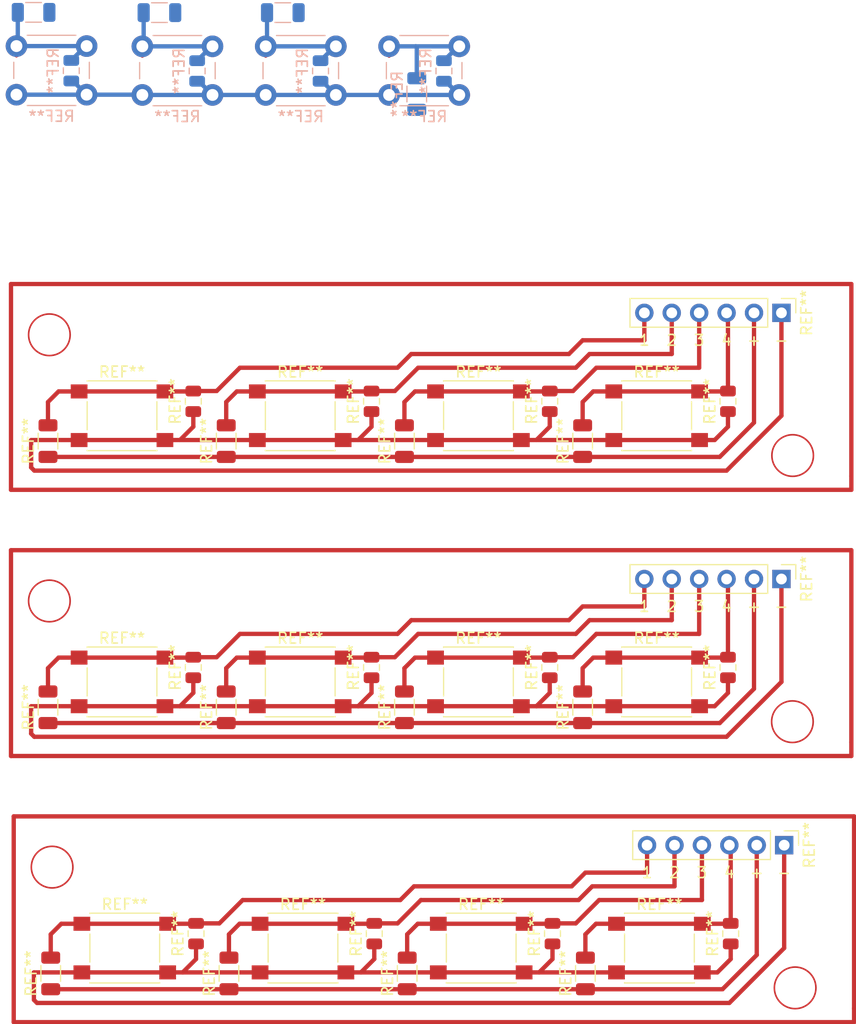
<source format=kicad_pcb>
(kicad_pcb (version 20171130) (host pcbnew "(5.1.9)-1")

  (general
    (thickness 1.6)
    (drawings 29)
    (tracks 276)
    (zones 0)
    (modules 51)
    (nets 1)
  )

  (page A4)
  (layers
    (0 F.Cu signal)
    (31 B.Cu signal)
    (32 B.Adhes user)
    (33 F.Adhes user)
    (34 B.Paste user)
    (35 F.Paste user)
    (36 B.SilkS user hide)
    (37 F.SilkS user)
    (38 B.Mask user)
    (39 F.Mask user)
    (40 Dwgs.User user)
    (41 Cmts.User user)
    (42 Eco1.User user)
    (43 Eco2.User user)
    (44 Edge.Cuts user)
    (45 Margin user)
    (46 B.CrtYd user)
    (47 F.CrtYd user)
    (48 B.Fab user hide)
    (49 F.Fab user hide)
  )

  (setup
    (last_trace_width 0.4)
    (user_trace_width 0.4)
    (trace_clearance 0.2)
    (zone_clearance 0.508)
    (zone_45_only no)
    (trace_min 0.2)
    (via_size 0.8)
    (via_drill 0.4)
    (via_min_size 0.4)
    (via_min_drill 0.3)
    (user_via 1.2 0.9)
    (uvia_size 0.3)
    (uvia_drill 0.1)
    (uvias_allowed no)
    (uvia_min_size 0.2)
    (uvia_min_drill 0.1)
    (edge_width 0.05)
    (segment_width 0.2)
    (pcb_text_width 0.3)
    (pcb_text_size 1.5 1.5)
    (mod_edge_width 0.12)
    (mod_text_size 1 1)
    (mod_text_width 0.15)
    (pad_size 1.524 1.524)
    (pad_drill 0.762)
    (pad_to_mask_clearance 0)
    (aux_axis_origin 0 0)
    (visible_elements FFFFFF7F)
    (pcbplotparams
      (layerselection 0x010fc_ffffffff)
      (usegerberextensions false)
      (usegerberattributes true)
      (usegerberadvancedattributes true)
      (creategerberjobfile true)
      (excludeedgelayer true)
      (linewidth 0.100000)
      (plotframeref false)
      (viasonmask false)
      (mode 1)
      (useauxorigin false)
      (hpglpennumber 1)
      (hpglpenspeed 20)
      (hpglpendiameter 15.000000)
      (psnegative false)
      (psa4output false)
      (plotreference true)
      (plotvalue true)
      (plotinvisibletext false)
      (padsonsilk false)
      (subtractmaskfromsilk false)
      (outputformat 1)
      (mirror false)
      (drillshape 1)
      (scaleselection 1)
      (outputdirectory ""))
  )

  (net 0 "")

  (net_class Default "This is the default net class."
    (clearance 0.2)
    (trace_width 0.25)
    (via_dia 0.8)
    (via_drill 0.4)
    (uvia_dia 0.3)
    (uvia_drill 0.1)
  )

  (module Resistor_SMD:R_1206_3216Metric (layer F.Cu) (tedit 5F68FEEE) (tstamp 601496F2)
    (at 30.099 68.0065 90)
    (descr "Resistor SMD 1206 (3216 Metric), square (rectangular) end terminal, IPC_7351 nominal, (Body size source: IPC-SM-782 page 72, https://www.pcb-3d.com/wordpress/wp-content/uploads/ipc-sm-782a_amendment_1_and_2.pdf), generated with kicad-footprint-generator")
    (tags resistor)
    (attr smd)
    (fp_text reference REF** (at 0 -1.82 90) (layer F.SilkS)
      (effects (font (size 1 1) (thickness 0.15)))
    )
    (fp_text value R_1206_3216Metric (at 0 1.82 90) (layer F.Fab)
      (effects (font (size 1 1) (thickness 0.15)))
    )
    (fp_line (start -1.6 0.8) (end -1.6 -0.8) (layer F.Fab) (width 0.1))
    (fp_line (start -1.6 -0.8) (end 1.6 -0.8) (layer F.Fab) (width 0.1))
    (fp_line (start 1.6 -0.8) (end 1.6 0.8) (layer F.Fab) (width 0.1))
    (fp_line (start 1.6 0.8) (end -1.6 0.8) (layer F.Fab) (width 0.1))
    (fp_line (start -0.727064 -0.91) (end 0.727064 -0.91) (layer F.SilkS) (width 0.12))
    (fp_line (start -0.727064 0.91) (end 0.727064 0.91) (layer F.SilkS) (width 0.12))
    (fp_line (start -2.28 1.12) (end -2.28 -1.12) (layer F.CrtYd) (width 0.05))
    (fp_line (start -2.28 -1.12) (end 2.28 -1.12) (layer F.CrtYd) (width 0.05))
    (fp_line (start 2.28 -1.12) (end 2.28 1.12) (layer F.CrtYd) (width 0.05))
    (fp_line (start 2.28 1.12) (end -2.28 1.12) (layer F.CrtYd) (width 0.05))
    (fp_text user %R (at 0 0 90) (layer F.Fab)
      (effects (font (size 0.8 0.8) (thickness 0.12)))
    )
    (pad 2 smd roundrect (at 1.4625 0 90) (size 1.125 1.75) (layers F.Cu F.Paste F.Mask) (roundrect_rratio 0.222222))
    (pad 1 smd roundrect (at -1.4625 0 90) (size 1.125 1.75) (layers F.Cu F.Paste F.Mask) (roundrect_rratio 0.222222))
    (model ${KISYS3DMOD}/Resistor_SMD.3dshapes/R_1206_3216Metric.wrl
      (at (xyz 0 0 0))
      (scale (xyz 1 1 1))
      (rotate (xyz 0 0 0))
    )
  )

  (module Capacitor_SMD:C_0805_2012Metric (layer F.Cu) (tedit 5F68FEEE) (tstamp 601496E2)
    (at 43.561 64.323 90)
    (descr "Capacitor SMD 0805 (2012 Metric), square (rectangular) end terminal, IPC_7351 nominal, (Body size source: IPC-SM-782 page 76, https://www.pcb-3d.com/wordpress/wp-content/uploads/ipc-sm-782a_amendment_1_and_2.pdf, https://docs.google.com/spreadsheets/d/1BsfQQcO9C6DZCsRaXUlFlo91Tg2WpOkGARC1WS5S8t0/edit?usp=sharing), generated with kicad-footprint-generator")
    (tags capacitor)
    (attr smd)
    (fp_text reference REF** (at 0 -1.68 90) (layer F.SilkS)
      (effects (font (size 1 1) (thickness 0.15)))
    )
    (fp_text value C_0805_2012Metric (at 0 1.68 90) (layer F.Fab)
      (effects (font (size 1 1) (thickness 0.15)))
    )
    (fp_line (start -1 0.625) (end -1 -0.625) (layer F.Fab) (width 0.1))
    (fp_line (start -1 -0.625) (end 1 -0.625) (layer F.Fab) (width 0.1))
    (fp_line (start 1 -0.625) (end 1 0.625) (layer F.Fab) (width 0.1))
    (fp_line (start 1 0.625) (end -1 0.625) (layer F.Fab) (width 0.1))
    (fp_line (start -0.261252 -0.735) (end 0.261252 -0.735) (layer F.SilkS) (width 0.12))
    (fp_line (start -0.261252 0.735) (end 0.261252 0.735) (layer F.SilkS) (width 0.12))
    (fp_line (start -1.7 0.98) (end -1.7 -0.98) (layer F.CrtYd) (width 0.05))
    (fp_line (start -1.7 -0.98) (end 1.7 -0.98) (layer F.CrtYd) (width 0.05))
    (fp_line (start 1.7 -0.98) (end 1.7 0.98) (layer F.CrtYd) (width 0.05))
    (fp_line (start 1.7 0.98) (end -1.7 0.98) (layer F.CrtYd) (width 0.05))
    (fp_text user %R (at 0 0 90) (layer F.Fab)
      (effects (font (size 0.5 0.5) (thickness 0.08)))
    )
    (pad 2 smd roundrect (at 0.95 0 90) (size 1 1.45) (layers F.Cu F.Paste F.Mask) (roundrect_rratio 0.25))
    (pad 1 smd roundrect (at -0.95 0 90) (size 1 1.45) (layers F.Cu F.Paste F.Mask) (roundrect_rratio 0.25))
    (model ${KISYS3DMOD}/Capacitor_SMD.3dshapes/C_0805_2012Metric.wrl
      (at (xyz 0 0 0))
      (scale (xyz 1 1 1))
      (rotate (xyz 0 0 0))
    )
  )

  (module Button_Switch_SMD:SW_Push_1P1T_NO_6x6mm_H9.5mm (layer F.Cu) (tedit 5CA1CA7F) (tstamp 601496C9)
    (at 36.957 65.659)
    (descr "tactile push button, 6x6mm e.g. PTS645xx series, height=9.5mm")
    (tags "tact sw push 6mm smd")
    (attr smd)
    (fp_text reference REF** (at 0 -4.05) (layer F.SilkS)
      (effects (font (size 1 1) (thickness 0.15)))
    )
    (fp_text value SW_Push_1P1T_NO_6x6mm_H9.5mm (at 0 4.15) (layer F.Fab)
      (effects (font (size 1 1) (thickness 0.15)))
    )
    (fp_line (start -3 -3) (end -3 3) (layer F.Fab) (width 0.1))
    (fp_line (start -3 3) (end 3 3) (layer F.Fab) (width 0.1))
    (fp_line (start 3 3) (end 3 -3) (layer F.Fab) (width 0.1))
    (fp_line (start 3 -3) (end -3 -3) (layer F.Fab) (width 0.1))
    (fp_line (start 5 3.25) (end 5 -3.25) (layer F.CrtYd) (width 0.05))
    (fp_line (start -5 -3.25) (end -5 3.25) (layer F.CrtYd) (width 0.05))
    (fp_line (start -5 3.25) (end 5 3.25) (layer F.CrtYd) (width 0.05))
    (fp_line (start -5 -3.25) (end 5 -3.25) (layer F.CrtYd) (width 0.05))
    (fp_line (start 3.23 -3.23) (end 3.23 -3.2) (layer F.SilkS) (width 0.12))
    (fp_line (start 3.23 3.23) (end 3.23 3.2) (layer F.SilkS) (width 0.12))
    (fp_line (start -3.23 3.23) (end -3.23 3.2) (layer F.SilkS) (width 0.12))
    (fp_line (start -3.23 -3.2) (end -3.23 -3.23) (layer F.SilkS) (width 0.12))
    (fp_line (start 3.23 -1.3) (end 3.23 1.3) (layer F.SilkS) (width 0.12))
    (fp_line (start -3.23 -3.23) (end 3.23 -3.23) (layer F.SilkS) (width 0.12))
    (fp_line (start -3.23 -1.3) (end -3.23 1.3) (layer F.SilkS) (width 0.12))
    (fp_line (start -3.23 3.23) (end 3.23 3.23) (layer F.SilkS) (width 0.12))
    (fp_circle (center 0 0) (end 1.75 -0.05) (layer F.Fab) (width 0.1))
    (fp_text user %R (at 0 -4.05) (layer F.Fab)
      (effects (font (size 1 1) (thickness 0.15)))
    )
    (pad 2 smd rect (at 3.975 2.25) (size 1.55 1.3) (layers F.Cu F.Paste F.Mask))
    (pad 1 smd rect (at 3.975 -2.25) (size 1.55 1.3) (layers F.Cu F.Paste F.Mask))
    (pad 1 smd rect (at -3.975 -2.25) (size 1.55 1.3) (layers F.Cu F.Paste F.Mask))
    (pad 2 smd rect (at -3.975 2.25) (size 1.55 1.3) (layers F.Cu F.Paste F.Mask))
    (model ${KISYS3DMOD}/Button_Switch_SMD.3dshapes/SW_PUSH_6mm_H9.5mm.wrl
      (at (xyz 0 0 0))
      (scale (xyz 1 1 1))
      (rotate (xyz 0 0 0))
    )
  )

  (module Capacitor_SMD:C_0805_2012Metric (layer F.Cu) (tedit 5F68FEEE) (tstamp 601496B9)
    (at 93.091 64.323 90)
    (descr "Capacitor SMD 0805 (2012 Metric), square (rectangular) end terminal, IPC_7351 nominal, (Body size source: IPC-SM-782 page 76, https://www.pcb-3d.com/wordpress/wp-content/uploads/ipc-sm-782a_amendment_1_and_2.pdf, https://docs.google.com/spreadsheets/d/1BsfQQcO9C6DZCsRaXUlFlo91Tg2WpOkGARC1WS5S8t0/edit?usp=sharing), generated with kicad-footprint-generator")
    (tags capacitor)
    (attr smd)
    (fp_text reference REF** (at 0 -1.68 90) (layer F.SilkS)
      (effects (font (size 1 1) (thickness 0.15)))
    )
    (fp_text value C_0805_2012Metric (at 0 1.68 90) (layer F.Fab)
      (effects (font (size 1 1) (thickness 0.15)))
    )
    (fp_line (start -1 0.625) (end -1 -0.625) (layer F.Fab) (width 0.1))
    (fp_line (start -1 -0.625) (end 1 -0.625) (layer F.Fab) (width 0.1))
    (fp_line (start 1 -0.625) (end 1 0.625) (layer F.Fab) (width 0.1))
    (fp_line (start 1 0.625) (end -1 0.625) (layer F.Fab) (width 0.1))
    (fp_line (start -0.261252 -0.735) (end 0.261252 -0.735) (layer F.SilkS) (width 0.12))
    (fp_line (start -0.261252 0.735) (end 0.261252 0.735) (layer F.SilkS) (width 0.12))
    (fp_line (start -1.7 0.98) (end -1.7 -0.98) (layer F.CrtYd) (width 0.05))
    (fp_line (start -1.7 -0.98) (end 1.7 -0.98) (layer F.CrtYd) (width 0.05))
    (fp_line (start 1.7 -0.98) (end 1.7 0.98) (layer F.CrtYd) (width 0.05))
    (fp_line (start 1.7 0.98) (end -1.7 0.98) (layer F.CrtYd) (width 0.05))
    (fp_text user %R (at 0 0 90) (layer F.Fab)
      (effects (font (size 0.5 0.5) (thickness 0.08)))
    )
    (pad 1 smd roundrect (at -0.95 0 90) (size 1 1.45) (layers F.Cu F.Paste F.Mask) (roundrect_rratio 0.25))
    (pad 2 smd roundrect (at 0.95 0 90) (size 1 1.45) (layers F.Cu F.Paste F.Mask) (roundrect_rratio 0.25))
    (model ${KISYS3DMOD}/Capacitor_SMD.3dshapes/C_0805_2012Metric.wrl
      (at (xyz 0 0 0))
      (scale (xyz 1 1 1))
      (rotate (xyz 0 0 0))
    )
  )

  (module Resistor_SMD:R_1206_3216Metric (layer F.Cu) (tedit 5F68FEEE) (tstamp 601496A9)
    (at 63.119 68.0065 90)
    (descr "Resistor SMD 1206 (3216 Metric), square (rectangular) end terminal, IPC_7351 nominal, (Body size source: IPC-SM-782 page 72, https://www.pcb-3d.com/wordpress/wp-content/uploads/ipc-sm-782a_amendment_1_and_2.pdf), generated with kicad-footprint-generator")
    (tags resistor)
    (attr smd)
    (fp_text reference REF** (at 0 -1.82 90) (layer F.SilkS)
      (effects (font (size 1 1) (thickness 0.15)))
    )
    (fp_text value R_1206_3216Metric (at 0 1.82 90) (layer F.Fab)
      (effects (font (size 1 1) (thickness 0.15)))
    )
    (fp_line (start -1.6 0.8) (end -1.6 -0.8) (layer F.Fab) (width 0.1))
    (fp_line (start -1.6 -0.8) (end 1.6 -0.8) (layer F.Fab) (width 0.1))
    (fp_line (start 1.6 -0.8) (end 1.6 0.8) (layer F.Fab) (width 0.1))
    (fp_line (start 1.6 0.8) (end -1.6 0.8) (layer F.Fab) (width 0.1))
    (fp_line (start -0.727064 -0.91) (end 0.727064 -0.91) (layer F.SilkS) (width 0.12))
    (fp_line (start -0.727064 0.91) (end 0.727064 0.91) (layer F.SilkS) (width 0.12))
    (fp_line (start -2.28 1.12) (end -2.28 -1.12) (layer F.CrtYd) (width 0.05))
    (fp_line (start -2.28 -1.12) (end 2.28 -1.12) (layer F.CrtYd) (width 0.05))
    (fp_line (start 2.28 -1.12) (end 2.28 1.12) (layer F.CrtYd) (width 0.05))
    (fp_line (start 2.28 1.12) (end -2.28 1.12) (layer F.CrtYd) (width 0.05))
    (fp_text user %R (at 0 0 90) (layer F.Fab)
      (effects (font (size 0.8 0.8) (thickness 0.12)))
    )
    (pad 1 smd roundrect (at -1.4625 0 90) (size 1.125 1.75) (layers F.Cu F.Paste F.Mask) (roundrect_rratio 0.222222))
    (pad 2 smd roundrect (at 1.4625 0 90) (size 1.125 1.75) (layers F.Cu F.Paste F.Mask) (roundrect_rratio 0.222222))
    (model ${KISYS3DMOD}/Resistor_SMD.3dshapes/R_1206_3216Metric.wrl
      (at (xyz 0 0 0))
      (scale (xyz 1 1 1))
      (rotate (xyz 0 0 0))
    )
  )

  (module Capacitor_SMD:C_0805_2012Metric (layer F.Cu) (tedit 5F68FEEE) (tstamp 60149699)
    (at 60.071 64.323 90)
    (descr "Capacitor SMD 0805 (2012 Metric), square (rectangular) end terminal, IPC_7351 nominal, (Body size source: IPC-SM-782 page 76, https://www.pcb-3d.com/wordpress/wp-content/uploads/ipc-sm-782a_amendment_1_and_2.pdf, https://docs.google.com/spreadsheets/d/1BsfQQcO9C6DZCsRaXUlFlo91Tg2WpOkGARC1WS5S8t0/edit?usp=sharing), generated with kicad-footprint-generator")
    (tags capacitor)
    (attr smd)
    (fp_text reference REF** (at 0 -1.68 90) (layer F.SilkS)
      (effects (font (size 1 1) (thickness 0.15)))
    )
    (fp_text value C_0805_2012Metric (at 0 1.68 90) (layer F.Fab)
      (effects (font (size 1 1) (thickness 0.15)))
    )
    (fp_line (start -1 0.625) (end -1 -0.625) (layer F.Fab) (width 0.1))
    (fp_line (start -1 -0.625) (end 1 -0.625) (layer F.Fab) (width 0.1))
    (fp_line (start 1 -0.625) (end 1 0.625) (layer F.Fab) (width 0.1))
    (fp_line (start 1 0.625) (end -1 0.625) (layer F.Fab) (width 0.1))
    (fp_line (start -0.261252 -0.735) (end 0.261252 -0.735) (layer F.SilkS) (width 0.12))
    (fp_line (start -0.261252 0.735) (end 0.261252 0.735) (layer F.SilkS) (width 0.12))
    (fp_line (start -1.7 0.98) (end -1.7 -0.98) (layer F.CrtYd) (width 0.05))
    (fp_line (start -1.7 -0.98) (end 1.7 -0.98) (layer F.CrtYd) (width 0.05))
    (fp_line (start 1.7 -0.98) (end 1.7 0.98) (layer F.CrtYd) (width 0.05))
    (fp_line (start 1.7 0.98) (end -1.7 0.98) (layer F.CrtYd) (width 0.05))
    (fp_text user %R (at 0 0 90) (layer F.Fab)
      (effects (font (size 0.5 0.5) (thickness 0.08)))
    )
    (pad 1 smd roundrect (at -0.95 0 90) (size 1 1.45) (layers F.Cu F.Paste F.Mask) (roundrect_rratio 0.25))
    (pad 2 smd roundrect (at 0.95 0 90) (size 1 1.45) (layers F.Cu F.Paste F.Mask) (roundrect_rratio 0.25))
    (model ${KISYS3DMOD}/Capacitor_SMD.3dshapes/C_0805_2012Metric.wrl
      (at (xyz 0 0 0))
      (scale (xyz 1 1 1))
      (rotate (xyz 0 0 0))
    )
  )

  (module Resistor_SMD:R_1206_3216Metric (layer F.Cu) (tedit 5F68FEEE) (tstamp 60149689)
    (at 79.629 68.0065 90)
    (descr "Resistor SMD 1206 (3216 Metric), square (rectangular) end terminal, IPC_7351 nominal, (Body size source: IPC-SM-782 page 72, https://www.pcb-3d.com/wordpress/wp-content/uploads/ipc-sm-782a_amendment_1_and_2.pdf), generated with kicad-footprint-generator")
    (tags resistor)
    (attr smd)
    (fp_text reference REF** (at 0 -1.82 90) (layer F.SilkS)
      (effects (font (size 1 1) (thickness 0.15)))
    )
    (fp_text value R_1206_3216Metric (at 0 1.82 90) (layer F.Fab)
      (effects (font (size 1 1) (thickness 0.15)))
    )
    (fp_line (start -1.6 0.8) (end -1.6 -0.8) (layer F.Fab) (width 0.1))
    (fp_line (start -1.6 -0.8) (end 1.6 -0.8) (layer F.Fab) (width 0.1))
    (fp_line (start 1.6 -0.8) (end 1.6 0.8) (layer F.Fab) (width 0.1))
    (fp_line (start 1.6 0.8) (end -1.6 0.8) (layer F.Fab) (width 0.1))
    (fp_line (start -0.727064 -0.91) (end 0.727064 -0.91) (layer F.SilkS) (width 0.12))
    (fp_line (start -0.727064 0.91) (end 0.727064 0.91) (layer F.SilkS) (width 0.12))
    (fp_line (start -2.28 1.12) (end -2.28 -1.12) (layer F.CrtYd) (width 0.05))
    (fp_line (start -2.28 -1.12) (end 2.28 -1.12) (layer F.CrtYd) (width 0.05))
    (fp_line (start 2.28 -1.12) (end 2.28 1.12) (layer F.CrtYd) (width 0.05))
    (fp_line (start 2.28 1.12) (end -2.28 1.12) (layer F.CrtYd) (width 0.05))
    (fp_text user %R (at 0 0 90) (layer F.Fab)
      (effects (font (size 0.8 0.8) (thickness 0.12)))
    )
    (pad 1 smd roundrect (at -1.4625 0 90) (size 1.125 1.75) (layers F.Cu F.Paste F.Mask) (roundrect_rratio 0.222222))
    (pad 2 smd roundrect (at 1.4625 0 90) (size 1.125 1.75) (layers F.Cu F.Paste F.Mask) (roundrect_rratio 0.222222))
    (model ${KISYS3DMOD}/Resistor_SMD.3dshapes/R_1206_3216Metric.wrl
      (at (xyz 0 0 0))
      (scale (xyz 1 1 1))
      (rotate (xyz 0 0 0))
    )
  )

  (module Resistor_SMD:R_1206_3216Metric (layer F.Cu) (tedit 5F68FEEE) (tstamp 60149679)
    (at 46.609 68.0065 90)
    (descr "Resistor SMD 1206 (3216 Metric), square (rectangular) end terminal, IPC_7351 nominal, (Body size source: IPC-SM-782 page 72, https://www.pcb-3d.com/wordpress/wp-content/uploads/ipc-sm-782a_amendment_1_and_2.pdf), generated with kicad-footprint-generator")
    (tags resistor)
    (attr smd)
    (fp_text reference REF** (at 0 -1.82 90) (layer F.SilkS)
      (effects (font (size 1 1) (thickness 0.15)))
    )
    (fp_text value R_1206_3216Metric (at 0 1.82 90) (layer F.Fab)
      (effects (font (size 1 1) (thickness 0.15)))
    )
    (fp_line (start -1.6 0.8) (end -1.6 -0.8) (layer F.Fab) (width 0.1))
    (fp_line (start -1.6 -0.8) (end 1.6 -0.8) (layer F.Fab) (width 0.1))
    (fp_line (start 1.6 -0.8) (end 1.6 0.8) (layer F.Fab) (width 0.1))
    (fp_line (start 1.6 0.8) (end -1.6 0.8) (layer F.Fab) (width 0.1))
    (fp_line (start -0.727064 -0.91) (end 0.727064 -0.91) (layer F.SilkS) (width 0.12))
    (fp_line (start -0.727064 0.91) (end 0.727064 0.91) (layer F.SilkS) (width 0.12))
    (fp_line (start -2.28 1.12) (end -2.28 -1.12) (layer F.CrtYd) (width 0.05))
    (fp_line (start -2.28 -1.12) (end 2.28 -1.12) (layer F.CrtYd) (width 0.05))
    (fp_line (start 2.28 -1.12) (end 2.28 1.12) (layer F.CrtYd) (width 0.05))
    (fp_line (start 2.28 1.12) (end -2.28 1.12) (layer F.CrtYd) (width 0.05))
    (fp_text user %R (at 0 0 90) (layer F.Fab)
      (effects (font (size 0.8 0.8) (thickness 0.12)))
    )
    (pad 1 smd roundrect (at -1.4625 0 90) (size 1.125 1.75) (layers F.Cu F.Paste F.Mask) (roundrect_rratio 0.222222))
    (pad 2 smd roundrect (at 1.4625 0 90) (size 1.125 1.75) (layers F.Cu F.Paste F.Mask) (roundrect_rratio 0.222222))
    (model ${KISYS3DMOD}/Resistor_SMD.3dshapes/R_1206_3216Metric.wrl
      (at (xyz 0 0 0))
      (scale (xyz 1 1 1))
      (rotate (xyz 0 0 0))
    )
  )

  (module Capacitor_SMD:C_0805_2012Metric (layer F.Cu) (tedit 5F68FEEE) (tstamp 60149669)
    (at 76.581 64.323 90)
    (descr "Capacitor SMD 0805 (2012 Metric), square (rectangular) end terminal, IPC_7351 nominal, (Body size source: IPC-SM-782 page 76, https://www.pcb-3d.com/wordpress/wp-content/uploads/ipc-sm-782a_amendment_1_and_2.pdf, https://docs.google.com/spreadsheets/d/1BsfQQcO9C6DZCsRaXUlFlo91Tg2WpOkGARC1WS5S8t0/edit?usp=sharing), generated with kicad-footprint-generator")
    (tags capacitor)
    (attr smd)
    (fp_text reference REF** (at 0 -1.68 90) (layer F.SilkS)
      (effects (font (size 1 1) (thickness 0.15)))
    )
    (fp_text value C_0805_2012Metric (at 0 1.68 90) (layer F.Fab)
      (effects (font (size 1 1) (thickness 0.15)))
    )
    (fp_line (start -1 0.625) (end -1 -0.625) (layer F.Fab) (width 0.1))
    (fp_line (start -1 -0.625) (end 1 -0.625) (layer F.Fab) (width 0.1))
    (fp_line (start 1 -0.625) (end 1 0.625) (layer F.Fab) (width 0.1))
    (fp_line (start 1 0.625) (end -1 0.625) (layer F.Fab) (width 0.1))
    (fp_line (start -0.261252 -0.735) (end 0.261252 -0.735) (layer F.SilkS) (width 0.12))
    (fp_line (start -0.261252 0.735) (end 0.261252 0.735) (layer F.SilkS) (width 0.12))
    (fp_line (start -1.7 0.98) (end -1.7 -0.98) (layer F.CrtYd) (width 0.05))
    (fp_line (start -1.7 -0.98) (end 1.7 -0.98) (layer F.CrtYd) (width 0.05))
    (fp_line (start 1.7 -0.98) (end 1.7 0.98) (layer F.CrtYd) (width 0.05))
    (fp_line (start 1.7 0.98) (end -1.7 0.98) (layer F.CrtYd) (width 0.05))
    (fp_text user %R (at 0 0 90) (layer F.Fab)
      (effects (font (size 0.5 0.5) (thickness 0.08)))
    )
    (pad 1 smd roundrect (at -0.95 0 90) (size 1 1.45) (layers F.Cu F.Paste F.Mask) (roundrect_rratio 0.25))
    (pad 2 smd roundrect (at 0.95 0 90) (size 1 1.45) (layers F.Cu F.Paste F.Mask) (roundrect_rratio 0.25))
    (model ${KISYS3DMOD}/Capacitor_SMD.3dshapes/C_0805_2012Metric.wrl
      (at (xyz 0 0 0))
      (scale (xyz 1 1 1))
      (rotate (xyz 0 0 0))
    )
  )

  (module Connector_PinHeader_2.54mm:PinHeader_1x06_P2.54mm_Vertical (layer F.Cu) (tedit 59FED5CC) (tstamp 60149650)
    (at 98.044 56.134 270)
    (descr "Through hole straight pin header, 1x06, 2.54mm pitch, single row")
    (tags "Through hole pin header THT 1x06 2.54mm single row")
    (fp_text reference REF** (at 0 -2.33 90) (layer F.SilkS)
      (effects (font (size 1 1) (thickness 0.15)))
    )
    (fp_text value PinHeader_1x06_P2.54mm_Vertical (at 0 15.03 90) (layer F.Fab)
      (effects (font (size 1 1) (thickness 0.15)))
    )
    (fp_line (start -0.635 -1.27) (end 1.27 -1.27) (layer F.Fab) (width 0.1))
    (fp_line (start 1.27 -1.27) (end 1.27 13.97) (layer F.Fab) (width 0.1))
    (fp_line (start 1.27 13.97) (end -1.27 13.97) (layer F.Fab) (width 0.1))
    (fp_line (start -1.27 13.97) (end -1.27 -0.635) (layer F.Fab) (width 0.1))
    (fp_line (start -1.27 -0.635) (end -0.635 -1.27) (layer F.Fab) (width 0.1))
    (fp_line (start -1.33 14.03) (end 1.33 14.03) (layer F.SilkS) (width 0.12))
    (fp_line (start -1.33 1.27) (end -1.33 14.03) (layer F.SilkS) (width 0.12))
    (fp_line (start 1.33 1.27) (end 1.33 14.03) (layer F.SilkS) (width 0.12))
    (fp_line (start -1.33 1.27) (end 1.33 1.27) (layer F.SilkS) (width 0.12))
    (fp_line (start -1.33 0) (end -1.33 -1.33) (layer F.SilkS) (width 0.12))
    (fp_line (start -1.33 -1.33) (end 0 -1.33) (layer F.SilkS) (width 0.12))
    (fp_line (start -1.8 -1.8) (end -1.8 14.5) (layer F.CrtYd) (width 0.05))
    (fp_line (start -1.8 14.5) (end 1.8 14.5) (layer F.CrtYd) (width 0.05))
    (fp_line (start 1.8 14.5) (end 1.8 -1.8) (layer F.CrtYd) (width 0.05))
    (fp_line (start 1.8 -1.8) (end -1.8 -1.8) (layer F.CrtYd) (width 0.05))
    (fp_text user %R (at 0 6.35) (layer F.Fab)
      (effects (font (size 1 1) (thickness 0.15)))
    )
    (pad 6 thru_hole oval (at 0 12.7 270) (size 1.7 1.7) (drill 1) (layers *.Cu *.Mask))
    (pad 5 thru_hole oval (at 0 10.16 270) (size 1.7 1.7) (drill 1) (layers *.Cu *.Mask))
    (pad 4 thru_hole oval (at 0 7.62 270) (size 1.7 1.7) (drill 1) (layers *.Cu *.Mask))
    (pad 3 thru_hole oval (at 0 5.08 270) (size 1.7 1.7) (drill 1) (layers *.Cu *.Mask))
    (pad 2 thru_hole oval (at 0 2.54 270) (size 1.7 1.7) (drill 1) (layers *.Cu *.Mask))
    (pad 1 thru_hole rect (at 0 0 270) (size 1.7 1.7) (drill 1) (layers *.Cu *.Mask))
    (model ${KISYS3DMOD}/Connector_PinHeader_2.54mm.3dshapes/PinHeader_1x06_P2.54mm_Vertical.wrl
      (at (xyz 0 0 0))
      (scale (xyz 1 1 1))
      (rotate (xyz 0 0 0))
    )
  )

  (module Button_Switch_SMD:SW_Push_1P1T_NO_6x6mm_H9.5mm (layer F.Cu) (tedit 5CA1CA7F) (tstamp 60149637)
    (at 86.487 65.659)
    (descr "tactile push button, 6x6mm e.g. PTS645xx series, height=9.5mm")
    (tags "tact sw push 6mm smd")
    (attr smd)
    (fp_text reference REF** (at 0 -4.05) (layer F.SilkS)
      (effects (font (size 1 1) (thickness 0.15)))
    )
    (fp_text value SW_Push_1P1T_NO_6x6mm_H9.5mm (at 0 4.15) (layer F.Fab)
      (effects (font (size 1 1) (thickness 0.15)))
    )
    (fp_line (start -3 -3) (end -3 3) (layer F.Fab) (width 0.1))
    (fp_line (start -3 3) (end 3 3) (layer F.Fab) (width 0.1))
    (fp_line (start 3 3) (end 3 -3) (layer F.Fab) (width 0.1))
    (fp_line (start 3 -3) (end -3 -3) (layer F.Fab) (width 0.1))
    (fp_line (start 5 3.25) (end 5 -3.25) (layer F.CrtYd) (width 0.05))
    (fp_line (start -5 -3.25) (end -5 3.25) (layer F.CrtYd) (width 0.05))
    (fp_line (start -5 3.25) (end 5 3.25) (layer F.CrtYd) (width 0.05))
    (fp_line (start -5 -3.25) (end 5 -3.25) (layer F.CrtYd) (width 0.05))
    (fp_line (start 3.23 -3.23) (end 3.23 -3.2) (layer F.SilkS) (width 0.12))
    (fp_line (start 3.23 3.23) (end 3.23 3.2) (layer F.SilkS) (width 0.12))
    (fp_line (start -3.23 3.23) (end -3.23 3.2) (layer F.SilkS) (width 0.12))
    (fp_line (start -3.23 -3.2) (end -3.23 -3.23) (layer F.SilkS) (width 0.12))
    (fp_line (start 3.23 -1.3) (end 3.23 1.3) (layer F.SilkS) (width 0.12))
    (fp_line (start -3.23 -3.23) (end 3.23 -3.23) (layer F.SilkS) (width 0.12))
    (fp_line (start -3.23 -1.3) (end -3.23 1.3) (layer F.SilkS) (width 0.12))
    (fp_line (start -3.23 3.23) (end 3.23 3.23) (layer F.SilkS) (width 0.12))
    (fp_circle (center 0 0) (end 1.75 -0.05) (layer F.Fab) (width 0.1))
    (fp_text user %R (at 0 -4.05) (layer F.Fab)
      (effects (font (size 1 1) (thickness 0.15)))
    )
    (pad 2 smd rect (at -3.975 2.25) (size 1.55 1.3) (layers F.Cu F.Paste F.Mask))
    (pad 1 smd rect (at -3.975 -2.25) (size 1.55 1.3) (layers F.Cu F.Paste F.Mask))
    (pad 1 smd rect (at 3.975 -2.25) (size 1.55 1.3) (layers F.Cu F.Paste F.Mask))
    (pad 2 smd rect (at 3.975 2.25) (size 1.55 1.3) (layers F.Cu F.Paste F.Mask))
    (model ${KISYS3DMOD}/Button_Switch_SMD.3dshapes/SW_PUSH_6mm_H9.5mm.wrl
      (at (xyz 0 0 0))
      (scale (xyz 1 1 1))
      (rotate (xyz 0 0 0))
    )
  )

  (module Button_Switch_SMD:SW_Push_1P1T_NO_6x6mm_H9.5mm (layer F.Cu) (tedit 5CA1CA7F) (tstamp 6014961E)
    (at 69.977 65.659)
    (descr "tactile push button, 6x6mm e.g. PTS645xx series, height=9.5mm")
    (tags "tact sw push 6mm smd")
    (attr smd)
    (fp_text reference REF** (at 0 -4.05) (layer F.SilkS)
      (effects (font (size 1 1) (thickness 0.15)))
    )
    (fp_text value SW_Push_1P1T_NO_6x6mm_H9.5mm (at 0 4.15) (layer F.Fab)
      (effects (font (size 1 1) (thickness 0.15)))
    )
    (fp_line (start -3 -3) (end -3 3) (layer F.Fab) (width 0.1))
    (fp_line (start -3 3) (end 3 3) (layer F.Fab) (width 0.1))
    (fp_line (start 3 3) (end 3 -3) (layer F.Fab) (width 0.1))
    (fp_line (start 3 -3) (end -3 -3) (layer F.Fab) (width 0.1))
    (fp_line (start 5 3.25) (end 5 -3.25) (layer F.CrtYd) (width 0.05))
    (fp_line (start -5 -3.25) (end -5 3.25) (layer F.CrtYd) (width 0.05))
    (fp_line (start -5 3.25) (end 5 3.25) (layer F.CrtYd) (width 0.05))
    (fp_line (start -5 -3.25) (end 5 -3.25) (layer F.CrtYd) (width 0.05))
    (fp_line (start 3.23 -3.23) (end 3.23 -3.2) (layer F.SilkS) (width 0.12))
    (fp_line (start 3.23 3.23) (end 3.23 3.2) (layer F.SilkS) (width 0.12))
    (fp_line (start -3.23 3.23) (end -3.23 3.2) (layer F.SilkS) (width 0.12))
    (fp_line (start -3.23 -3.2) (end -3.23 -3.23) (layer F.SilkS) (width 0.12))
    (fp_line (start 3.23 -1.3) (end 3.23 1.3) (layer F.SilkS) (width 0.12))
    (fp_line (start -3.23 -3.23) (end 3.23 -3.23) (layer F.SilkS) (width 0.12))
    (fp_line (start -3.23 -1.3) (end -3.23 1.3) (layer F.SilkS) (width 0.12))
    (fp_line (start -3.23 3.23) (end 3.23 3.23) (layer F.SilkS) (width 0.12))
    (fp_circle (center 0 0) (end 1.75 -0.05) (layer F.Fab) (width 0.1))
    (fp_text user %R (at 0 -4.05) (layer F.Fab)
      (effects (font (size 1 1) (thickness 0.15)))
    )
    (pad 2 smd rect (at -3.975 2.25) (size 1.55 1.3) (layers F.Cu F.Paste F.Mask))
    (pad 1 smd rect (at -3.975 -2.25) (size 1.55 1.3) (layers F.Cu F.Paste F.Mask))
    (pad 1 smd rect (at 3.975 -2.25) (size 1.55 1.3) (layers F.Cu F.Paste F.Mask))
    (pad 2 smd rect (at 3.975 2.25) (size 1.55 1.3) (layers F.Cu F.Paste F.Mask))
    (model ${KISYS3DMOD}/Button_Switch_SMD.3dshapes/SW_PUSH_6mm_H9.5mm.wrl
      (at (xyz 0 0 0))
      (scale (xyz 1 1 1))
      (rotate (xyz 0 0 0))
    )
  )

  (module Button_Switch_SMD:SW_Push_1P1T_NO_6x6mm_H9.5mm (layer F.Cu) (tedit 5CA1CA7F) (tstamp 60149605)
    (at 53.467 65.659)
    (descr "tactile push button, 6x6mm e.g. PTS645xx series, height=9.5mm")
    (tags "tact sw push 6mm smd")
    (attr smd)
    (fp_text reference REF** (at 0 -4.05) (layer F.SilkS)
      (effects (font (size 1 1) (thickness 0.15)))
    )
    (fp_text value SW_Push_1P1T_NO_6x6mm_H9.5mm (at 0 4.15) (layer F.Fab)
      (effects (font (size 1 1) (thickness 0.15)))
    )
    (fp_line (start -3 -3) (end -3 3) (layer F.Fab) (width 0.1))
    (fp_line (start -3 3) (end 3 3) (layer F.Fab) (width 0.1))
    (fp_line (start 3 3) (end 3 -3) (layer F.Fab) (width 0.1))
    (fp_line (start 3 -3) (end -3 -3) (layer F.Fab) (width 0.1))
    (fp_line (start 5 3.25) (end 5 -3.25) (layer F.CrtYd) (width 0.05))
    (fp_line (start -5 -3.25) (end -5 3.25) (layer F.CrtYd) (width 0.05))
    (fp_line (start -5 3.25) (end 5 3.25) (layer F.CrtYd) (width 0.05))
    (fp_line (start -5 -3.25) (end 5 -3.25) (layer F.CrtYd) (width 0.05))
    (fp_line (start 3.23 -3.23) (end 3.23 -3.2) (layer F.SilkS) (width 0.12))
    (fp_line (start 3.23 3.23) (end 3.23 3.2) (layer F.SilkS) (width 0.12))
    (fp_line (start -3.23 3.23) (end -3.23 3.2) (layer F.SilkS) (width 0.12))
    (fp_line (start -3.23 -3.2) (end -3.23 -3.23) (layer F.SilkS) (width 0.12))
    (fp_line (start 3.23 -1.3) (end 3.23 1.3) (layer F.SilkS) (width 0.12))
    (fp_line (start -3.23 -3.23) (end 3.23 -3.23) (layer F.SilkS) (width 0.12))
    (fp_line (start -3.23 -1.3) (end -3.23 1.3) (layer F.SilkS) (width 0.12))
    (fp_line (start -3.23 3.23) (end 3.23 3.23) (layer F.SilkS) (width 0.12))
    (fp_circle (center 0 0) (end 1.75 -0.05) (layer F.Fab) (width 0.1))
    (fp_text user %R (at 0 -4.05) (layer F.Fab)
      (effects (font (size 1 1) (thickness 0.15)))
    )
    (pad 2 smd rect (at -3.975 2.25) (size 1.55 1.3) (layers F.Cu F.Paste F.Mask))
    (pad 1 smd rect (at -3.975 -2.25) (size 1.55 1.3) (layers F.Cu F.Paste F.Mask))
    (pad 1 smd rect (at 3.975 -2.25) (size 1.55 1.3) (layers F.Cu F.Paste F.Mask))
    (pad 2 smd rect (at 3.975 2.25) (size 1.55 1.3) (layers F.Cu F.Paste F.Mask))
    (model ${KISYS3DMOD}/Button_Switch_SMD.3dshapes/SW_PUSH_6mm_H9.5mm.wrl
      (at (xyz 0 0 0))
      (scale (xyz 1 1 1))
      (rotate (xyz 0 0 0))
    )
  )

  (module Resistor_SMD:R_1206_3216Metric (layer F.Cu) (tedit 5F68FEEE) (tstamp 601496F2)
    (at 30.099 92.6445 90)
    (descr "Resistor SMD 1206 (3216 Metric), square (rectangular) end terminal, IPC_7351 nominal, (Body size source: IPC-SM-782 page 72, https://www.pcb-3d.com/wordpress/wp-content/uploads/ipc-sm-782a_amendment_1_and_2.pdf), generated with kicad-footprint-generator")
    (tags resistor)
    (attr smd)
    (fp_text reference REF** (at 0 -1.82 90) (layer F.SilkS)
      (effects (font (size 1 1) (thickness 0.15)))
    )
    (fp_text value R_1206_3216Metric (at 0 1.82 90) (layer F.Fab)
      (effects (font (size 1 1) (thickness 0.15)))
    )
    (fp_line (start -1.6 0.8) (end -1.6 -0.8) (layer F.Fab) (width 0.1))
    (fp_line (start -1.6 -0.8) (end 1.6 -0.8) (layer F.Fab) (width 0.1))
    (fp_line (start 1.6 -0.8) (end 1.6 0.8) (layer F.Fab) (width 0.1))
    (fp_line (start 1.6 0.8) (end -1.6 0.8) (layer F.Fab) (width 0.1))
    (fp_line (start -0.727064 -0.91) (end 0.727064 -0.91) (layer F.SilkS) (width 0.12))
    (fp_line (start -0.727064 0.91) (end 0.727064 0.91) (layer F.SilkS) (width 0.12))
    (fp_line (start -2.28 1.12) (end -2.28 -1.12) (layer F.CrtYd) (width 0.05))
    (fp_line (start -2.28 -1.12) (end 2.28 -1.12) (layer F.CrtYd) (width 0.05))
    (fp_line (start 2.28 -1.12) (end 2.28 1.12) (layer F.CrtYd) (width 0.05))
    (fp_line (start 2.28 1.12) (end -2.28 1.12) (layer F.CrtYd) (width 0.05))
    (fp_text user %R (at 0 0 90) (layer F.Fab)
      (effects (font (size 0.8 0.8) (thickness 0.12)))
    )
    (pad 2 smd roundrect (at 1.4625 0 90) (size 1.125 1.75) (layers F.Cu F.Paste F.Mask) (roundrect_rratio 0.222222))
    (pad 1 smd roundrect (at -1.4625 0 90) (size 1.125 1.75) (layers F.Cu F.Paste F.Mask) (roundrect_rratio 0.222222))
    (model ${KISYS3DMOD}/Resistor_SMD.3dshapes/R_1206_3216Metric.wrl
      (at (xyz 0 0 0))
      (scale (xyz 1 1 1))
      (rotate (xyz 0 0 0))
    )
  )

  (module Capacitor_SMD:C_0805_2012Metric (layer F.Cu) (tedit 5F68FEEE) (tstamp 601496E2)
    (at 43.561 88.961 90)
    (descr "Capacitor SMD 0805 (2012 Metric), square (rectangular) end terminal, IPC_7351 nominal, (Body size source: IPC-SM-782 page 76, https://www.pcb-3d.com/wordpress/wp-content/uploads/ipc-sm-782a_amendment_1_and_2.pdf, https://docs.google.com/spreadsheets/d/1BsfQQcO9C6DZCsRaXUlFlo91Tg2WpOkGARC1WS5S8t0/edit?usp=sharing), generated with kicad-footprint-generator")
    (tags capacitor)
    (attr smd)
    (fp_text reference REF** (at 0 -1.68 90) (layer F.SilkS)
      (effects (font (size 1 1) (thickness 0.15)))
    )
    (fp_text value C_0805_2012Metric (at 0 1.68 90) (layer F.Fab)
      (effects (font (size 1 1) (thickness 0.15)))
    )
    (fp_line (start -1 0.625) (end -1 -0.625) (layer F.Fab) (width 0.1))
    (fp_line (start -1 -0.625) (end 1 -0.625) (layer F.Fab) (width 0.1))
    (fp_line (start 1 -0.625) (end 1 0.625) (layer F.Fab) (width 0.1))
    (fp_line (start 1 0.625) (end -1 0.625) (layer F.Fab) (width 0.1))
    (fp_line (start -0.261252 -0.735) (end 0.261252 -0.735) (layer F.SilkS) (width 0.12))
    (fp_line (start -0.261252 0.735) (end 0.261252 0.735) (layer F.SilkS) (width 0.12))
    (fp_line (start -1.7 0.98) (end -1.7 -0.98) (layer F.CrtYd) (width 0.05))
    (fp_line (start -1.7 -0.98) (end 1.7 -0.98) (layer F.CrtYd) (width 0.05))
    (fp_line (start 1.7 -0.98) (end 1.7 0.98) (layer F.CrtYd) (width 0.05))
    (fp_line (start 1.7 0.98) (end -1.7 0.98) (layer F.CrtYd) (width 0.05))
    (fp_text user %R (at 0 0 90) (layer F.Fab)
      (effects (font (size 0.5 0.5) (thickness 0.08)))
    )
    (pad 2 smd roundrect (at 0.95 0 90) (size 1 1.45) (layers F.Cu F.Paste F.Mask) (roundrect_rratio 0.25))
    (pad 1 smd roundrect (at -0.95 0 90) (size 1 1.45) (layers F.Cu F.Paste F.Mask) (roundrect_rratio 0.25))
    (model ${KISYS3DMOD}/Capacitor_SMD.3dshapes/C_0805_2012Metric.wrl
      (at (xyz 0 0 0))
      (scale (xyz 1 1 1))
      (rotate (xyz 0 0 0))
    )
  )

  (module Button_Switch_SMD:SW_Push_1P1T_NO_6x6mm_H9.5mm (layer F.Cu) (tedit 5CA1CA7F) (tstamp 601496C9)
    (at 36.957 90.297)
    (descr "tactile push button, 6x6mm e.g. PTS645xx series, height=9.5mm")
    (tags "tact sw push 6mm smd")
    (attr smd)
    (fp_text reference REF** (at 0 -4.05) (layer F.SilkS)
      (effects (font (size 1 1) (thickness 0.15)))
    )
    (fp_text value SW_Push_1P1T_NO_6x6mm_H9.5mm (at 0 4.15) (layer F.Fab)
      (effects (font (size 1 1) (thickness 0.15)))
    )
    (fp_line (start -3 -3) (end -3 3) (layer F.Fab) (width 0.1))
    (fp_line (start -3 3) (end 3 3) (layer F.Fab) (width 0.1))
    (fp_line (start 3 3) (end 3 -3) (layer F.Fab) (width 0.1))
    (fp_line (start 3 -3) (end -3 -3) (layer F.Fab) (width 0.1))
    (fp_line (start 5 3.25) (end 5 -3.25) (layer F.CrtYd) (width 0.05))
    (fp_line (start -5 -3.25) (end -5 3.25) (layer F.CrtYd) (width 0.05))
    (fp_line (start -5 3.25) (end 5 3.25) (layer F.CrtYd) (width 0.05))
    (fp_line (start -5 -3.25) (end 5 -3.25) (layer F.CrtYd) (width 0.05))
    (fp_line (start 3.23 -3.23) (end 3.23 -3.2) (layer F.SilkS) (width 0.12))
    (fp_line (start 3.23 3.23) (end 3.23 3.2) (layer F.SilkS) (width 0.12))
    (fp_line (start -3.23 3.23) (end -3.23 3.2) (layer F.SilkS) (width 0.12))
    (fp_line (start -3.23 -3.2) (end -3.23 -3.23) (layer F.SilkS) (width 0.12))
    (fp_line (start 3.23 -1.3) (end 3.23 1.3) (layer F.SilkS) (width 0.12))
    (fp_line (start -3.23 -3.23) (end 3.23 -3.23) (layer F.SilkS) (width 0.12))
    (fp_line (start -3.23 -1.3) (end -3.23 1.3) (layer F.SilkS) (width 0.12))
    (fp_line (start -3.23 3.23) (end 3.23 3.23) (layer F.SilkS) (width 0.12))
    (fp_circle (center 0 0) (end 1.75 -0.05) (layer F.Fab) (width 0.1))
    (fp_text user %R (at 0 -4.05) (layer F.Fab)
      (effects (font (size 1 1) (thickness 0.15)))
    )
    (pad 2 smd rect (at 3.975 2.25) (size 1.55 1.3) (layers F.Cu F.Paste F.Mask))
    (pad 1 smd rect (at 3.975 -2.25) (size 1.55 1.3) (layers F.Cu F.Paste F.Mask))
    (pad 1 smd rect (at -3.975 -2.25) (size 1.55 1.3) (layers F.Cu F.Paste F.Mask))
    (pad 2 smd rect (at -3.975 2.25) (size 1.55 1.3) (layers F.Cu F.Paste F.Mask))
    (model ${KISYS3DMOD}/Button_Switch_SMD.3dshapes/SW_PUSH_6mm_H9.5mm.wrl
      (at (xyz 0 0 0))
      (scale (xyz 1 1 1))
      (rotate (xyz 0 0 0))
    )
  )

  (module Capacitor_SMD:C_0805_2012Metric (layer F.Cu) (tedit 5F68FEEE) (tstamp 601496B9)
    (at 93.091 88.961 90)
    (descr "Capacitor SMD 0805 (2012 Metric), square (rectangular) end terminal, IPC_7351 nominal, (Body size source: IPC-SM-782 page 76, https://www.pcb-3d.com/wordpress/wp-content/uploads/ipc-sm-782a_amendment_1_and_2.pdf, https://docs.google.com/spreadsheets/d/1BsfQQcO9C6DZCsRaXUlFlo91Tg2WpOkGARC1WS5S8t0/edit?usp=sharing), generated with kicad-footprint-generator")
    (tags capacitor)
    (attr smd)
    (fp_text reference REF** (at 0 -1.68 90) (layer F.SilkS)
      (effects (font (size 1 1) (thickness 0.15)))
    )
    (fp_text value C_0805_2012Metric (at 0 1.68 90) (layer F.Fab)
      (effects (font (size 1 1) (thickness 0.15)))
    )
    (fp_line (start -1 0.625) (end -1 -0.625) (layer F.Fab) (width 0.1))
    (fp_line (start -1 -0.625) (end 1 -0.625) (layer F.Fab) (width 0.1))
    (fp_line (start 1 -0.625) (end 1 0.625) (layer F.Fab) (width 0.1))
    (fp_line (start 1 0.625) (end -1 0.625) (layer F.Fab) (width 0.1))
    (fp_line (start -0.261252 -0.735) (end 0.261252 -0.735) (layer F.SilkS) (width 0.12))
    (fp_line (start -0.261252 0.735) (end 0.261252 0.735) (layer F.SilkS) (width 0.12))
    (fp_line (start -1.7 0.98) (end -1.7 -0.98) (layer F.CrtYd) (width 0.05))
    (fp_line (start -1.7 -0.98) (end 1.7 -0.98) (layer F.CrtYd) (width 0.05))
    (fp_line (start 1.7 -0.98) (end 1.7 0.98) (layer F.CrtYd) (width 0.05))
    (fp_line (start 1.7 0.98) (end -1.7 0.98) (layer F.CrtYd) (width 0.05))
    (fp_text user %R (at 0 0 90) (layer F.Fab)
      (effects (font (size 0.5 0.5) (thickness 0.08)))
    )
    (pad 1 smd roundrect (at -0.95 0 90) (size 1 1.45) (layers F.Cu F.Paste F.Mask) (roundrect_rratio 0.25))
    (pad 2 smd roundrect (at 0.95 0 90) (size 1 1.45) (layers F.Cu F.Paste F.Mask) (roundrect_rratio 0.25))
    (model ${KISYS3DMOD}/Capacitor_SMD.3dshapes/C_0805_2012Metric.wrl
      (at (xyz 0 0 0))
      (scale (xyz 1 1 1))
      (rotate (xyz 0 0 0))
    )
  )

  (module Resistor_SMD:R_1206_3216Metric (layer F.Cu) (tedit 5F68FEEE) (tstamp 601496A9)
    (at 63.119 92.6445 90)
    (descr "Resistor SMD 1206 (3216 Metric), square (rectangular) end terminal, IPC_7351 nominal, (Body size source: IPC-SM-782 page 72, https://www.pcb-3d.com/wordpress/wp-content/uploads/ipc-sm-782a_amendment_1_and_2.pdf), generated with kicad-footprint-generator")
    (tags resistor)
    (attr smd)
    (fp_text reference REF** (at 0 -1.82 90) (layer F.SilkS)
      (effects (font (size 1 1) (thickness 0.15)))
    )
    (fp_text value R_1206_3216Metric (at 0 1.82 90) (layer F.Fab)
      (effects (font (size 1 1) (thickness 0.15)))
    )
    (fp_line (start -1.6 0.8) (end -1.6 -0.8) (layer F.Fab) (width 0.1))
    (fp_line (start -1.6 -0.8) (end 1.6 -0.8) (layer F.Fab) (width 0.1))
    (fp_line (start 1.6 -0.8) (end 1.6 0.8) (layer F.Fab) (width 0.1))
    (fp_line (start 1.6 0.8) (end -1.6 0.8) (layer F.Fab) (width 0.1))
    (fp_line (start -0.727064 -0.91) (end 0.727064 -0.91) (layer F.SilkS) (width 0.12))
    (fp_line (start -0.727064 0.91) (end 0.727064 0.91) (layer F.SilkS) (width 0.12))
    (fp_line (start -2.28 1.12) (end -2.28 -1.12) (layer F.CrtYd) (width 0.05))
    (fp_line (start -2.28 -1.12) (end 2.28 -1.12) (layer F.CrtYd) (width 0.05))
    (fp_line (start 2.28 -1.12) (end 2.28 1.12) (layer F.CrtYd) (width 0.05))
    (fp_line (start 2.28 1.12) (end -2.28 1.12) (layer F.CrtYd) (width 0.05))
    (fp_text user %R (at 0 0 90) (layer F.Fab)
      (effects (font (size 0.8 0.8) (thickness 0.12)))
    )
    (pad 1 smd roundrect (at -1.4625 0 90) (size 1.125 1.75) (layers F.Cu F.Paste F.Mask) (roundrect_rratio 0.222222))
    (pad 2 smd roundrect (at 1.4625 0 90) (size 1.125 1.75) (layers F.Cu F.Paste F.Mask) (roundrect_rratio 0.222222))
    (model ${KISYS3DMOD}/Resistor_SMD.3dshapes/R_1206_3216Metric.wrl
      (at (xyz 0 0 0))
      (scale (xyz 1 1 1))
      (rotate (xyz 0 0 0))
    )
  )

  (module Capacitor_SMD:C_0805_2012Metric (layer F.Cu) (tedit 5F68FEEE) (tstamp 60149699)
    (at 60.071 88.961 90)
    (descr "Capacitor SMD 0805 (2012 Metric), square (rectangular) end terminal, IPC_7351 nominal, (Body size source: IPC-SM-782 page 76, https://www.pcb-3d.com/wordpress/wp-content/uploads/ipc-sm-782a_amendment_1_and_2.pdf, https://docs.google.com/spreadsheets/d/1BsfQQcO9C6DZCsRaXUlFlo91Tg2WpOkGARC1WS5S8t0/edit?usp=sharing), generated with kicad-footprint-generator")
    (tags capacitor)
    (attr smd)
    (fp_text reference REF** (at 0 -1.68 90) (layer F.SilkS)
      (effects (font (size 1 1) (thickness 0.15)))
    )
    (fp_text value C_0805_2012Metric (at 0 1.68 90) (layer F.Fab)
      (effects (font (size 1 1) (thickness 0.15)))
    )
    (fp_line (start -1 0.625) (end -1 -0.625) (layer F.Fab) (width 0.1))
    (fp_line (start -1 -0.625) (end 1 -0.625) (layer F.Fab) (width 0.1))
    (fp_line (start 1 -0.625) (end 1 0.625) (layer F.Fab) (width 0.1))
    (fp_line (start 1 0.625) (end -1 0.625) (layer F.Fab) (width 0.1))
    (fp_line (start -0.261252 -0.735) (end 0.261252 -0.735) (layer F.SilkS) (width 0.12))
    (fp_line (start -0.261252 0.735) (end 0.261252 0.735) (layer F.SilkS) (width 0.12))
    (fp_line (start -1.7 0.98) (end -1.7 -0.98) (layer F.CrtYd) (width 0.05))
    (fp_line (start -1.7 -0.98) (end 1.7 -0.98) (layer F.CrtYd) (width 0.05))
    (fp_line (start 1.7 -0.98) (end 1.7 0.98) (layer F.CrtYd) (width 0.05))
    (fp_line (start 1.7 0.98) (end -1.7 0.98) (layer F.CrtYd) (width 0.05))
    (fp_text user %R (at 0 0 90) (layer F.Fab)
      (effects (font (size 0.5 0.5) (thickness 0.08)))
    )
    (pad 1 smd roundrect (at -0.95 0 90) (size 1 1.45) (layers F.Cu F.Paste F.Mask) (roundrect_rratio 0.25))
    (pad 2 smd roundrect (at 0.95 0 90) (size 1 1.45) (layers F.Cu F.Paste F.Mask) (roundrect_rratio 0.25))
    (model ${KISYS3DMOD}/Capacitor_SMD.3dshapes/C_0805_2012Metric.wrl
      (at (xyz 0 0 0))
      (scale (xyz 1 1 1))
      (rotate (xyz 0 0 0))
    )
  )

  (module Resistor_SMD:R_1206_3216Metric (layer F.Cu) (tedit 5F68FEEE) (tstamp 60149689)
    (at 79.629 92.6445 90)
    (descr "Resistor SMD 1206 (3216 Metric), square (rectangular) end terminal, IPC_7351 nominal, (Body size source: IPC-SM-782 page 72, https://www.pcb-3d.com/wordpress/wp-content/uploads/ipc-sm-782a_amendment_1_and_2.pdf), generated with kicad-footprint-generator")
    (tags resistor)
    (attr smd)
    (fp_text reference REF** (at 0 -1.82 90) (layer F.SilkS)
      (effects (font (size 1 1) (thickness 0.15)))
    )
    (fp_text value R_1206_3216Metric (at 0 1.82 90) (layer F.Fab)
      (effects (font (size 1 1) (thickness 0.15)))
    )
    (fp_line (start -1.6 0.8) (end -1.6 -0.8) (layer F.Fab) (width 0.1))
    (fp_line (start -1.6 -0.8) (end 1.6 -0.8) (layer F.Fab) (width 0.1))
    (fp_line (start 1.6 -0.8) (end 1.6 0.8) (layer F.Fab) (width 0.1))
    (fp_line (start 1.6 0.8) (end -1.6 0.8) (layer F.Fab) (width 0.1))
    (fp_line (start -0.727064 -0.91) (end 0.727064 -0.91) (layer F.SilkS) (width 0.12))
    (fp_line (start -0.727064 0.91) (end 0.727064 0.91) (layer F.SilkS) (width 0.12))
    (fp_line (start -2.28 1.12) (end -2.28 -1.12) (layer F.CrtYd) (width 0.05))
    (fp_line (start -2.28 -1.12) (end 2.28 -1.12) (layer F.CrtYd) (width 0.05))
    (fp_line (start 2.28 -1.12) (end 2.28 1.12) (layer F.CrtYd) (width 0.05))
    (fp_line (start 2.28 1.12) (end -2.28 1.12) (layer F.CrtYd) (width 0.05))
    (fp_text user %R (at 0 0 90) (layer F.Fab)
      (effects (font (size 0.8 0.8) (thickness 0.12)))
    )
    (pad 1 smd roundrect (at -1.4625 0 90) (size 1.125 1.75) (layers F.Cu F.Paste F.Mask) (roundrect_rratio 0.222222))
    (pad 2 smd roundrect (at 1.4625 0 90) (size 1.125 1.75) (layers F.Cu F.Paste F.Mask) (roundrect_rratio 0.222222))
    (model ${KISYS3DMOD}/Resistor_SMD.3dshapes/R_1206_3216Metric.wrl
      (at (xyz 0 0 0))
      (scale (xyz 1 1 1))
      (rotate (xyz 0 0 0))
    )
  )

  (module Resistor_SMD:R_1206_3216Metric (layer F.Cu) (tedit 5F68FEEE) (tstamp 60149679)
    (at 46.609 92.6445 90)
    (descr "Resistor SMD 1206 (3216 Metric), square (rectangular) end terminal, IPC_7351 nominal, (Body size source: IPC-SM-782 page 72, https://www.pcb-3d.com/wordpress/wp-content/uploads/ipc-sm-782a_amendment_1_and_2.pdf), generated with kicad-footprint-generator")
    (tags resistor)
    (attr smd)
    (fp_text reference REF** (at 0 -1.82 90) (layer F.SilkS)
      (effects (font (size 1 1) (thickness 0.15)))
    )
    (fp_text value R_1206_3216Metric (at 0 1.82 90) (layer F.Fab)
      (effects (font (size 1 1) (thickness 0.15)))
    )
    (fp_line (start -1.6 0.8) (end -1.6 -0.8) (layer F.Fab) (width 0.1))
    (fp_line (start -1.6 -0.8) (end 1.6 -0.8) (layer F.Fab) (width 0.1))
    (fp_line (start 1.6 -0.8) (end 1.6 0.8) (layer F.Fab) (width 0.1))
    (fp_line (start 1.6 0.8) (end -1.6 0.8) (layer F.Fab) (width 0.1))
    (fp_line (start -0.727064 -0.91) (end 0.727064 -0.91) (layer F.SilkS) (width 0.12))
    (fp_line (start -0.727064 0.91) (end 0.727064 0.91) (layer F.SilkS) (width 0.12))
    (fp_line (start -2.28 1.12) (end -2.28 -1.12) (layer F.CrtYd) (width 0.05))
    (fp_line (start -2.28 -1.12) (end 2.28 -1.12) (layer F.CrtYd) (width 0.05))
    (fp_line (start 2.28 -1.12) (end 2.28 1.12) (layer F.CrtYd) (width 0.05))
    (fp_line (start 2.28 1.12) (end -2.28 1.12) (layer F.CrtYd) (width 0.05))
    (fp_text user %R (at 0 0 90) (layer F.Fab)
      (effects (font (size 0.8 0.8) (thickness 0.12)))
    )
    (pad 1 smd roundrect (at -1.4625 0 90) (size 1.125 1.75) (layers F.Cu F.Paste F.Mask) (roundrect_rratio 0.222222))
    (pad 2 smd roundrect (at 1.4625 0 90) (size 1.125 1.75) (layers F.Cu F.Paste F.Mask) (roundrect_rratio 0.222222))
    (model ${KISYS3DMOD}/Resistor_SMD.3dshapes/R_1206_3216Metric.wrl
      (at (xyz 0 0 0))
      (scale (xyz 1 1 1))
      (rotate (xyz 0 0 0))
    )
  )

  (module Capacitor_SMD:C_0805_2012Metric (layer F.Cu) (tedit 5F68FEEE) (tstamp 60149669)
    (at 76.581 88.961 90)
    (descr "Capacitor SMD 0805 (2012 Metric), square (rectangular) end terminal, IPC_7351 nominal, (Body size source: IPC-SM-782 page 76, https://www.pcb-3d.com/wordpress/wp-content/uploads/ipc-sm-782a_amendment_1_and_2.pdf, https://docs.google.com/spreadsheets/d/1BsfQQcO9C6DZCsRaXUlFlo91Tg2WpOkGARC1WS5S8t0/edit?usp=sharing), generated with kicad-footprint-generator")
    (tags capacitor)
    (attr smd)
    (fp_text reference REF** (at 0 -1.68 90) (layer F.SilkS)
      (effects (font (size 1 1) (thickness 0.15)))
    )
    (fp_text value C_0805_2012Metric (at 0 1.68 90) (layer F.Fab)
      (effects (font (size 1 1) (thickness 0.15)))
    )
    (fp_line (start -1 0.625) (end -1 -0.625) (layer F.Fab) (width 0.1))
    (fp_line (start -1 -0.625) (end 1 -0.625) (layer F.Fab) (width 0.1))
    (fp_line (start 1 -0.625) (end 1 0.625) (layer F.Fab) (width 0.1))
    (fp_line (start 1 0.625) (end -1 0.625) (layer F.Fab) (width 0.1))
    (fp_line (start -0.261252 -0.735) (end 0.261252 -0.735) (layer F.SilkS) (width 0.12))
    (fp_line (start -0.261252 0.735) (end 0.261252 0.735) (layer F.SilkS) (width 0.12))
    (fp_line (start -1.7 0.98) (end -1.7 -0.98) (layer F.CrtYd) (width 0.05))
    (fp_line (start -1.7 -0.98) (end 1.7 -0.98) (layer F.CrtYd) (width 0.05))
    (fp_line (start 1.7 -0.98) (end 1.7 0.98) (layer F.CrtYd) (width 0.05))
    (fp_line (start 1.7 0.98) (end -1.7 0.98) (layer F.CrtYd) (width 0.05))
    (fp_text user %R (at 0 0 90) (layer F.Fab)
      (effects (font (size 0.5 0.5) (thickness 0.08)))
    )
    (pad 1 smd roundrect (at -0.95 0 90) (size 1 1.45) (layers F.Cu F.Paste F.Mask) (roundrect_rratio 0.25))
    (pad 2 smd roundrect (at 0.95 0 90) (size 1 1.45) (layers F.Cu F.Paste F.Mask) (roundrect_rratio 0.25))
    (model ${KISYS3DMOD}/Capacitor_SMD.3dshapes/C_0805_2012Metric.wrl
      (at (xyz 0 0 0))
      (scale (xyz 1 1 1))
      (rotate (xyz 0 0 0))
    )
  )

  (module Connector_PinHeader_2.54mm:PinHeader_1x06_P2.54mm_Vertical (layer F.Cu) (tedit 59FED5CC) (tstamp 60149650)
    (at 98.044 80.772 270)
    (descr "Through hole straight pin header, 1x06, 2.54mm pitch, single row")
    (tags "Through hole pin header THT 1x06 2.54mm single row")
    (fp_text reference REF** (at 0 -2.33 90) (layer F.SilkS)
      (effects (font (size 1 1) (thickness 0.15)))
    )
    (fp_text value PinHeader_1x06_P2.54mm_Vertical (at 0 15.03 90) (layer F.Fab)
      (effects (font (size 1 1) (thickness 0.15)))
    )
    (fp_line (start -0.635 -1.27) (end 1.27 -1.27) (layer F.Fab) (width 0.1))
    (fp_line (start 1.27 -1.27) (end 1.27 13.97) (layer F.Fab) (width 0.1))
    (fp_line (start 1.27 13.97) (end -1.27 13.97) (layer F.Fab) (width 0.1))
    (fp_line (start -1.27 13.97) (end -1.27 -0.635) (layer F.Fab) (width 0.1))
    (fp_line (start -1.27 -0.635) (end -0.635 -1.27) (layer F.Fab) (width 0.1))
    (fp_line (start -1.33 14.03) (end 1.33 14.03) (layer F.SilkS) (width 0.12))
    (fp_line (start -1.33 1.27) (end -1.33 14.03) (layer F.SilkS) (width 0.12))
    (fp_line (start 1.33 1.27) (end 1.33 14.03) (layer F.SilkS) (width 0.12))
    (fp_line (start -1.33 1.27) (end 1.33 1.27) (layer F.SilkS) (width 0.12))
    (fp_line (start -1.33 0) (end -1.33 -1.33) (layer F.SilkS) (width 0.12))
    (fp_line (start -1.33 -1.33) (end 0 -1.33) (layer F.SilkS) (width 0.12))
    (fp_line (start -1.8 -1.8) (end -1.8 14.5) (layer F.CrtYd) (width 0.05))
    (fp_line (start -1.8 14.5) (end 1.8 14.5) (layer F.CrtYd) (width 0.05))
    (fp_line (start 1.8 14.5) (end 1.8 -1.8) (layer F.CrtYd) (width 0.05))
    (fp_line (start 1.8 -1.8) (end -1.8 -1.8) (layer F.CrtYd) (width 0.05))
    (fp_text user %R (at 0 6.35) (layer F.Fab)
      (effects (font (size 1 1) (thickness 0.15)))
    )
    (pad 6 thru_hole oval (at 0 12.7 270) (size 1.7 1.7) (drill 1) (layers *.Cu *.Mask))
    (pad 5 thru_hole oval (at 0 10.16 270) (size 1.7 1.7) (drill 1) (layers *.Cu *.Mask))
    (pad 4 thru_hole oval (at 0 7.62 270) (size 1.7 1.7) (drill 1) (layers *.Cu *.Mask))
    (pad 3 thru_hole oval (at 0 5.08 270) (size 1.7 1.7) (drill 1) (layers *.Cu *.Mask))
    (pad 2 thru_hole oval (at 0 2.54 270) (size 1.7 1.7) (drill 1) (layers *.Cu *.Mask))
    (pad 1 thru_hole rect (at 0 0 270) (size 1.7 1.7) (drill 1) (layers *.Cu *.Mask))
    (model ${KISYS3DMOD}/Connector_PinHeader_2.54mm.3dshapes/PinHeader_1x06_P2.54mm_Vertical.wrl
      (at (xyz 0 0 0))
      (scale (xyz 1 1 1))
      (rotate (xyz 0 0 0))
    )
  )

  (module Button_Switch_SMD:SW_Push_1P1T_NO_6x6mm_H9.5mm (layer F.Cu) (tedit 5CA1CA7F) (tstamp 60149637)
    (at 86.487 90.297)
    (descr "tactile push button, 6x6mm e.g. PTS645xx series, height=9.5mm")
    (tags "tact sw push 6mm smd")
    (attr smd)
    (fp_text reference REF** (at 0 -4.05) (layer F.SilkS)
      (effects (font (size 1 1) (thickness 0.15)))
    )
    (fp_text value SW_Push_1P1T_NO_6x6mm_H9.5mm (at 0 4.15) (layer F.Fab)
      (effects (font (size 1 1) (thickness 0.15)))
    )
    (fp_line (start -3 -3) (end -3 3) (layer F.Fab) (width 0.1))
    (fp_line (start -3 3) (end 3 3) (layer F.Fab) (width 0.1))
    (fp_line (start 3 3) (end 3 -3) (layer F.Fab) (width 0.1))
    (fp_line (start 3 -3) (end -3 -3) (layer F.Fab) (width 0.1))
    (fp_line (start 5 3.25) (end 5 -3.25) (layer F.CrtYd) (width 0.05))
    (fp_line (start -5 -3.25) (end -5 3.25) (layer F.CrtYd) (width 0.05))
    (fp_line (start -5 3.25) (end 5 3.25) (layer F.CrtYd) (width 0.05))
    (fp_line (start -5 -3.25) (end 5 -3.25) (layer F.CrtYd) (width 0.05))
    (fp_line (start 3.23 -3.23) (end 3.23 -3.2) (layer F.SilkS) (width 0.12))
    (fp_line (start 3.23 3.23) (end 3.23 3.2) (layer F.SilkS) (width 0.12))
    (fp_line (start -3.23 3.23) (end -3.23 3.2) (layer F.SilkS) (width 0.12))
    (fp_line (start -3.23 -3.2) (end -3.23 -3.23) (layer F.SilkS) (width 0.12))
    (fp_line (start 3.23 -1.3) (end 3.23 1.3) (layer F.SilkS) (width 0.12))
    (fp_line (start -3.23 -3.23) (end 3.23 -3.23) (layer F.SilkS) (width 0.12))
    (fp_line (start -3.23 -1.3) (end -3.23 1.3) (layer F.SilkS) (width 0.12))
    (fp_line (start -3.23 3.23) (end 3.23 3.23) (layer F.SilkS) (width 0.12))
    (fp_circle (center 0 0) (end 1.75 -0.05) (layer F.Fab) (width 0.1))
    (fp_text user %R (at 0 -4.05) (layer F.Fab)
      (effects (font (size 1 1) (thickness 0.15)))
    )
    (pad 2 smd rect (at -3.975 2.25) (size 1.55 1.3) (layers F.Cu F.Paste F.Mask))
    (pad 1 smd rect (at -3.975 -2.25) (size 1.55 1.3) (layers F.Cu F.Paste F.Mask))
    (pad 1 smd rect (at 3.975 -2.25) (size 1.55 1.3) (layers F.Cu F.Paste F.Mask))
    (pad 2 smd rect (at 3.975 2.25) (size 1.55 1.3) (layers F.Cu F.Paste F.Mask))
    (model ${KISYS3DMOD}/Button_Switch_SMD.3dshapes/SW_PUSH_6mm_H9.5mm.wrl
      (at (xyz 0 0 0))
      (scale (xyz 1 1 1))
      (rotate (xyz 0 0 0))
    )
  )

  (module Button_Switch_SMD:SW_Push_1P1T_NO_6x6mm_H9.5mm (layer F.Cu) (tedit 5CA1CA7F) (tstamp 6014961E)
    (at 69.977 90.297)
    (descr "tactile push button, 6x6mm e.g. PTS645xx series, height=9.5mm")
    (tags "tact sw push 6mm smd")
    (attr smd)
    (fp_text reference REF** (at 0 -4.05) (layer F.SilkS)
      (effects (font (size 1 1) (thickness 0.15)))
    )
    (fp_text value SW_Push_1P1T_NO_6x6mm_H9.5mm (at 0 4.15) (layer F.Fab)
      (effects (font (size 1 1) (thickness 0.15)))
    )
    (fp_line (start -3 -3) (end -3 3) (layer F.Fab) (width 0.1))
    (fp_line (start -3 3) (end 3 3) (layer F.Fab) (width 0.1))
    (fp_line (start 3 3) (end 3 -3) (layer F.Fab) (width 0.1))
    (fp_line (start 3 -3) (end -3 -3) (layer F.Fab) (width 0.1))
    (fp_line (start 5 3.25) (end 5 -3.25) (layer F.CrtYd) (width 0.05))
    (fp_line (start -5 -3.25) (end -5 3.25) (layer F.CrtYd) (width 0.05))
    (fp_line (start -5 3.25) (end 5 3.25) (layer F.CrtYd) (width 0.05))
    (fp_line (start -5 -3.25) (end 5 -3.25) (layer F.CrtYd) (width 0.05))
    (fp_line (start 3.23 -3.23) (end 3.23 -3.2) (layer F.SilkS) (width 0.12))
    (fp_line (start 3.23 3.23) (end 3.23 3.2) (layer F.SilkS) (width 0.12))
    (fp_line (start -3.23 3.23) (end -3.23 3.2) (layer F.SilkS) (width 0.12))
    (fp_line (start -3.23 -3.2) (end -3.23 -3.23) (layer F.SilkS) (width 0.12))
    (fp_line (start 3.23 -1.3) (end 3.23 1.3) (layer F.SilkS) (width 0.12))
    (fp_line (start -3.23 -3.23) (end 3.23 -3.23) (layer F.SilkS) (width 0.12))
    (fp_line (start -3.23 -1.3) (end -3.23 1.3) (layer F.SilkS) (width 0.12))
    (fp_line (start -3.23 3.23) (end 3.23 3.23) (layer F.SilkS) (width 0.12))
    (fp_circle (center 0 0) (end 1.75 -0.05) (layer F.Fab) (width 0.1))
    (fp_text user %R (at 0 -4.05) (layer F.Fab)
      (effects (font (size 1 1) (thickness 0.15)))
    )
    (pad 2 smd rect (at -3.975 2.25) (size 1.55 1.3) (layers F.Cu F.Paste F.Mask))
    (pad 1 smd rect (at -3.975 -2.25) (size 1.55 1.3) (layers F.Cu F.Paste F.Mask))
    (pad 1 smd rect (at 3.975 -2.25) (size 1.55 1.3) (layers F.Cu F.Paste F.Mask))
    (pad 2 smd rect (at 3.975 2.25) (size 1.55 1.3) (layers F.Cu F.Paste F.Mask))
    (model ${KISYS3DMOD}/Button_Switch_SMD.3dshapes/SW_PUSH_6mm_H9.5mm.wrl
      (at (xyz 0 0 0))
      (scale (xyz 1 1 1))
      (rotate (xyz 0 0 0))
    )
  )

  (module Button_Switch_SMD:SW_Push_1P1T_NO_6x6mm_H9.5mm (layer F.Cu) (tedit 5CA1CA7F) (tstamp 60149605)
    (at 53.467 90.297)
    (descr "tactile push button, 6x6mm e.g. PTS645xx series, height=9.5mm")
    (tags "tact sw push 6mm smd")
    (attr smd)
    (fp_text reference REF** (at 0 -4.05) (layer F.SilkS)
      (effects (font (size 1 1) (thickness 0.15)))
    )
    (fp_text value SW_Push_1P1T_NO_6x6mm_H9.5mm (at 0 4.15) (layer F.Fab)
      (effects (font (size 1 1) (thickness 0.15)))
    )
    (fp_line (start -3 -3) (end -3 3) (layer F.Fab) (width 0.1))
    (fp_line (start -3 3) (end 3 3) (layer F.Fab) (width 0.1))
    (fp_line (start 3 3) (end 3 -3) (layer F.Fab) (width 0.1))
    (fp_line (start 3 -3) (end -3 -3) (layer F.Fab) (width 0.1))
    (fp_line (start 5 3.25) (end 5 -3.25) (layer F.CrtYd) (width 0.05))
    (fp_line (start -5 -3.25) (end -5 3.25) (layer F.CrtYd) (width 0.05))
    (fp_line (start -5 3.25) (end 5 3.25) (layer F.CrtYd) (width 0.05))
    (fp_line (start -5 -3.25) (end 5 -3.25) (layer F.CrtYd) (width 0.05))
    (fp_line (start 3.23 -3.23) (end 3.23 -3.2) (layer F.SilkS) (width 0.12))
    (fp_line (start 3.23 3.23) (end 3.23 3.2) (layer F.SilkS) (width 0.12))
    (fp_line (start -3.23 3.23) (end -3.23 3.2) (layer F.SilkS) (width 0.12))
    (fp_line (start -3.23 -3.2) (end -3.23 -3.23) (layer F.SilkS) (width 0.12))
    (fp_line (start 3.23 -1.3) (end 3.23 1.3) (layer F.SilkS) (width 0.12))
    (fp_line (start -3.23 -3.23) (end 3.23 -3.23) (layer F.SilkS) (width 0.12))
    (fp_line (start -3.23 -1.3) (end -3.23 1.3) (layer F.SilkS) (width 0.12))
    (fp_line (start -3.23 3.23) (end 3.23 3.23) (layer F.SilkS) (width 0.12))
    (fp_circle (center 0 0) (end 1.75 -0.05) (layer F.Fab) (width 0.1))
    (fp_text user %R (at 0 -4.05) (layer F.Fab)
      (effects (font (size 1 1) (thickness 0.15)))
    )
    (pad 2 smd rect (at -3.975 2.25) (size 1.55 1.3) (layers F.Cu F.Paste F.Mask))
    (pad 1 smd rect (at -3.975 -2.25) (size 1.55 1.3) (layers F.Cu F.Paste F.Mask))
    (pad 1 smd rect (at 3.975 -2.25) (size 1.55 1.3) (layers F.Cu F.Paste F.Mask))
    (pad 2 smd rect (at 3.975 2.25) (size 1.55 1.3) (layers F.Cu F.Paste F.Mask))
    (model ${KISYS3DMOD}/Button_Switch_SMD.3dshapes/SW_PUSH_6mm_H9.5mm.wrl
      (at (xyz 0 0 0))
      (scale (xyz 1 1 1))
      (rotate (xyz 0 0 0))
    )
  )

  (module Capacitor_SMD:C_0805_2012Metric (layer F.Cu) (tedit 5F68FEEE) (tstamp 601486F4)
    (at 43.815 113.599 90)
    (descr "Capacitor SMD 0805 (2012 Metric), square (rectangular) end terminal, IPC_7351 nominal, (Body size source: IPC-SM-782 page 76, https://www.pcb-3d.com/wordpress/wp-content/uploads/ipc-sm-782a_amendment_1_and_2.pdf, https://docs.google.com/spreadsheets/d/1BsfQQcO9C6DZCsRaXUlFlo91Tg2WpOkGARC1WS5S8t0/edit?usp=sharing), generated with kicad-footprint-generator")
    (tags capacitor)
    (attr smd)
    (fp_text reference REF** (at 0 -1.68 90) (layer F.SilkS)
      (effects (font (size 1 1) (thickness 0.15)))
    )
    (fp_text value C_0805_2012Metric (at 0 1.68 90) (layer F.Fab)
      (effects (font (size 1 1) (thickness 0.15)))
    )
    (fp_line (start -1 0.625) (end -1 -0.625) (layer F.Fab) (width 0.1))
    (fp_line (start -1 -0.625) (end 1 -0.625) (layer F.Fab) (width 0.1))
    (fp_line (start 1 -0.625) (end 1 0.625) (layer F.Fab) (width 0.1))
    (fp_line (start 1 0.625) (end -1 0.625) (layer F.Fab) (width 0.1))
    (fp_line (start -0.261252 -0.735) (end 0.261252 -0.735) (layer F.SilkS) (width 0.12))
    (fp_line (start -0.261252 0.735) (end 0.261252 0.735) (layer F.SilkS) (width 0.12))
    (fp_line (start -1.7 0.98) (end -1.7 -0.98) (layer F.CrtYd) (width 0.05))
    (fp_line (start -1.7 -0.98) (end 1.7 -0.98) (layer F.CrtYd) (width 0.05))
    (fp_line (start 1.7 -0.98) (end 1.7 0.98) (layer F.CrtYd) (width 0.05))
    (fp_line (start 1.7 0.98) (end -1.7 0.98) (layer F.CrtYd) (width 0.05))
    (fp_text user %R (at 0 0 90) (layer F.Fab)
      (effects (font (size 0.5 0.5) (thickness 0.08)))
    )
    (pad 1 smd roundrect (at -0.95 0 90) (size 1 1.45) (layers F.Cu F.Paste F.Mask) (roundrect_rratio 0.25))
    (pad 2 smd roundrect (at 0.95 0 90) (size 1 1.45) (layers F.Cu F.Paste F.Mask) (roundrect_rratio 0.25))
    (model ${KISYS3DMOD}/Capacitor_SMD.3dshapes/C_0805_2012Metric.wrl
      (at (xyz 0 0 0))
      (scale (xyz 1 1 1))
      (rotate (xyz 0 0 0))
    )
  )

  (module Resistor_SMD:R_1206_3216Metric (layer F.Cu) (tedit 5F68FEEE) (tstamp 601486E4)
    (at 30.353 117.2825 90)
    (descr "Resistor SMD 1206 (3216 Metric), square (rectangular) end terminal, IPC_7351 nominal, (Body size source: IPC-SM-782 page 72, https://www.pcb-3d.com/wordpress/wp-content/uploads/ipc-sm-782a_amendment_1_and_2.pdf), generated with kicad-footprint-generator")
    (tags resistor)
    (attr smd)
    (fp_text reference REF** (at 0 -1.82 90) (layer F.SilkS)
      (effects (font (size 1 1) (thickness 0.15)))
    )
    (fp_text value R_1206_3216Metric (at 0 1.82 90) (layer F.Fab)
      (effects (font (size 1 1) (thickness 0.15)))
    )
    (fp_line (start -1.6 0.8) (end -1.6 -0.8) (layer F.Fab) (width 0.1))
    (fp_line (start -1.6 -0.8) (end 1.6 -0.8) (layer F.Fab) (width 0.1))
    (fp_line (start 1.6 -0.8) (end 1.6 0.8) (layer F.Fab) (width 0.1))
    (fp_line (start 1.6 0.8) (end -1.6 0.8) (layer F.Fab) (width 0.1))
    (fp_line (start -0.727064 -0.91) (end 0.727064 -0.91) (layer F.SilkS) (width 0.12))
    (fp_line (start -0.727064 0.91) (end 0.727064 0.91) (layer F.SilkS) (width 0.12))
    (fp_line (start -2.28 1.12) (end -2.28 -1.12) (layer F.CrtYd) (width 0.05))
    (fp_line (start -2.28 -1.12) (end 2.28 -1.12) (layer F.CrtYd) (width 0.05))
    (fp_line (start 2.28 -1.12) (end 2.28 1.12) (layer F.CrtYd) (width 0.05))
    (fp_line (start 2.28 1.12) (end -2.28 1.12) (layer F.CrtYd) (width 0.05))
    (fp_text user %R (at 0 0 90) (layer F.Fab)
      (effects (font (size 0.8 0.8) (thickness 0.12)))
    )
    (pad 1 smd roundrect (at -1.4625 0 90) (size 1.125 1.75) (layers F.Cu F.Paste F.Mask) (roundrect_rratio 0.222222))
    (pad 2 smd roundrect (at 1.4625 0 90) (size 1.125 1.75) (layers F.Cu F.Paste F.Mask) (roundrect_rratio 0.222222))
    (model ${KISYS3DMOD}/Resistor_SMD.3dshapes/R_1206_3216Metric.wrl
      (at (xyz 0 0 0))
      (scale (xyz 1 1 1))
      (rotate (xyz 0 0 0))
    )
  )

  (module Button_Switch_SMD:SW_Push_1P1T_NO_6x6mm_H9.5mm (layer F.Cu) (tedit 5CA1CA7F) (tstamp 601486CB)
    (at 37.211 114.935)
    (descr "tactile push button, 6x6mm e.g. PTS645xx series, height=9.5mm")
    (tags "tact sw push 6mm smd")
    (attr smd)
    (fp_text reference REF** (at 0 -4.05) (layer F.SilkS)
      (effects (font (size 1 1) (thickness 0.15)))
    )
    (fp_text value SW_Push_1P1T_NO_6x6mm_H9.5mm (at 0 4.15) (layer F.Fab)
      (effects (font (size 1 1) (thickness 0.15)))
    )
    (fp_line (start -3 -3) (end -3 3) (layer F.Fab) (width 0.1))
    (fp_line (start -3 3) (end 3 3) (layer F.Fab) (width 0.1))
    (fp_line (start 3 3) (end 3 -3) (layer F.Fab) (width 0.1))
    (fp_line (start 3 -3) (end -3 -3) (layer F.Fab) (width 0.1))
    (fp_line (start 5 3.25) (end 5 -3.25) (layer F.CrtYd) (width 0.05))
    (fp_line (start -5 -3.25) (end -5 3.25) (layer F.CrtYd) (width 0.05))
    (fp_line (start -5 3.25) (end 5 3.25) (layer F.CrtYd) (width 0.05))
    (fp_line (start -5 -3.25) (end 5 -3.25) (layer F.CrtYd) (width 0.05))
    (fp_line (start 3.23 -3.23) (end 3.23 -3.2) (layer F.SilkS) (width 0.12))
    (fp_line (start 3.23 3.23) (end 3.23 3.2) (layer F.SilkS) (width 0.12))
    (fp_line (start -3.23 3.23) (end -3.23 3.2) (layer F.SilkS) (width 0.12))
    (fp_line (start -3.23 -3.2) (end -3.23 -3.23) (layer F.SilkS) (width 0.12))
    (fp_line (start 3.23 -1.3) (end 3.23 1.3) (layer F.SilkS) (width 0.12))
    (fp_line (start -3.23 -3.23) (end 3.23 -3.23) (layer F.SilkS) (width 0.12))
    (fp_line (start -3.23 -1.3) (end -3.23 1.3) (layer F.SilkS) (width 0.12))
    (fp_line (start -3.23 3.23) (end 3.23 3.23) (layer F.SilkS) (width 0.12))
    (fp_circle (center 0 0) (end 1.75 -0.05) (layer F.Fab) (width 0.1))
    (fp_text user %R (at 0 -4.05) (layer F.Fab)
      (effects (font (size 1 1) (thickness 0.15)))
    )
    (pad 2 smd rect (at -3.975 2.25) (size 1.55 1.3) (layers F.Cu F.Paste F.Mask))
    (pad 1 smd rect (at -3.975 -2.25) (size 1.55 1.3) (layers F.Cu F.Paste F.Mask))
    (pad 1 smd rect (at 3.975 -2.25) (size 1.55 1.3) (layers F.Cu F.Paste F.Mask))
    (pad 2 smd rect (at 3.975 2.25) (size 1.55 1.3) (layers F.Cu F.Paste F.Mask))
    (model ${KISYS3DMOD}/Button_Switch_SMD.3dshapes/SW_PUSH_6mm_H9.5mm.wrl
      (at (xyz 0 0 0))
      (scale (xyz 1 1 1))
      (rotate (xyz 0 0 0))
    )
  )

  (module Capacitor_SMD:C_0805_2012Metric (layer F.Cu) (tedit 5F68FEEE) (tstamp 601486BB)
    (at 93.345 113.599 90)
    (descr "Capacitor SMD 0805 (2012 Metric), square (rectangular) end terminal, IPC_7351 nominal, (Body size source: IPC-SM-782 page 76, https://www.pcb-3d.com/wordpress/wp-content/uploads/ipc-sm-782a_amendment_1_and_2.pdf, https://docs.google.com/spreadsheets/d/1BsfQQcO9C6DZCsRaXUlFlo91Tg2WpOkGARC1WS5S8t0/edit?usp=sharing), generated with kicad-footprint-generator")
    (tags capacitor)
    (attr smd)
    (fp_text reference REF** (at 0 -1.68 90) (layer F.SilkS)
      (effects (font (size 1 1) (thickness 0.15)))
    )
    (fp_text value C_0805_2012Metric (at 0 1.68 90) (layer F.Fab)
      (effects (font (size 1 1) (thickness 0.15)))
    )
    (fp_line (start -1 0.625) (end -1 -0.625) (layer F.Fab) (width 0.1))
    (fp_line (start -1 -0.625) (end 1 -0.625) (layer F.Fab) (width 0.1))
    (fp_line (start 1 -0.625) (end 1 0.625) (layer F.Fab) (width 0.1))
    (fp_line (start 1 0.625) (end -1 0.625) (layer F.Fab) (width 0.1))
    (fp_line (start -0.261252 -0.735) (end 0.261252 -0.735) (layer F.SilkS) (width 0.12))
    (fp_line (start -0.261252 0.735) (end 0.261252 0.735) (layer F.SilkS) (width 0.12))
    (fp_line (start -1.7 0.98) (end -1.7 -0.98) (layer F.CrtYd) (width 0.05))
    (fp_line (start -1.7 -0.98) (end 1.7 -0.98) (layer F.CrtYd) (width 0.05))
    (fp_line (start 1.7 -0.98) (end 1.7 0.98) (layer F.CrtYd) (width 0.05))
    (fp_line (start 1.7 0.98) (end -1.7 0.98) (layer F.CrtYd) (width 0.05))
    (fp_text user %R (at 0 0 90) (layer F.Fab)
      (effects (font (size 0.5 0.5) (thickness 0.08)))
    )
    (pad 2 smd roundrect (at 0.95 0 90) (size 1 1.45) (layers F.Cu F.Paste F.Mask) (roundrect_rratio 0.25))
    (pad 1 smd roundrect (at -0.95 0 90) (size 1 1.45) (layers F.Cu F.Paste F.Mask) (roundrect_rratio 0.25))
    (model ${KISYS3DMOD}/Capacitor_SMD.3dshapes/C_0805_2012Metric.wrl
      (at (xyz 0 0 0))
      (scale (xyz 1 1 1))
      (rotate (xyz 0 0 0))
    )
  )

  (module Capacitor_SMD:C_0805_2012Metric (layer F.Cu) (tedit 5F68FEEE) (tstamp 601486AB)
    (at 60.325 113.599 90)
    (descr "Capacitor SMD 0805 (2012 Metric), square (rectangular) end terminal, IPC_7351 nominal, (Body size source: IPC-SM-782 page 76, https://www.pcb-3d.com/wordpress/wp-content/uploads/ipc-sm-782a_amendment_1_and_2.pdf, https://docs.google.com/spreadsheets/d/1BsfQQcO9C6DZCsRaXUlFlo91Tg2WpOkGARC1WS5S8t0/edit?usp=sharing), generated with kicad-footprint-generator")
    (tags capacitor)
    (attr smd)
    (fp_text reference REF** (at 0 -1.68 90) (layer F.SilkS)
      (effects (font (size 1 1) (thickness 0.15)))
    )
    (fp_text value C_0805_2012Metric (at 0 1.68 90) (layer F.Fab)
      (effects (font (size 1 1) (thickness 0.15)))
    )
    (fp_line (start -1 0.625) (end -1 -0.625) (layer F.Fab) (width 0.1))
    (fp_line (start -1 -0.625) (end 1 -0.625) (layer F.Fab) (width 0.1))
    (fp_line (start 1 -0.625) (end 1 0.625) (layer F.Fab) (width 0.1))
    (fp_line (start 1 0.625) (end -1 0.625) (layer F.Fab) (width 0.1))
    (fp_line (start -0.261252 -0.735) (end 0.261252 -0.735) (layer F.SilkS) (width 0.12))
    (fp_line (start -0.261252 0.735) (end 0.261252 0.735) (layer F.SilkS) (width 0.12))
    (fp_line (start -1.7 0.98) (end -1.7 -0.98) (layer F.CrtYd) (width 0.05))
    (fp_line (start -1.7 -0.98) (end 1.7 -0.98) (layer F.CrtYd) (width 0.05))
    (fp_line (start 1.7 -0.98) (end 1.7 0.98) (layer F.CrtYd) (width 0.05))
    (fp_line (start 1.7 0.98) (end -1.7 0.98) (layer F.CrtYd) (width 0.05))
    (fp_text user %R (at 0 0 90) (layer F.Fab)
      (effects (font (size 0.5 0.5) (thickness 0.08)))
    )
    (pad 2 smd roundrect (at 0.95 0 90) (size 1 1.45) (layers F.Cu F.Paste F.Mask) (roundrect_rratio 0.25))
    (pad 1 smd roundrect (at -0.95 0 90) (size 1 1.45) (layers F.Cu F.Paste F.Mask) (roundrect_rratio 0.25))
    (model ${KISYS3DMOD}/Capacitor_SMD.3dshapes/C_0805_2012Metric.wrl
      (at (xyz 0 0 0))
      (scale (xyz 1 1 1))
      (rotate (xyz 0 0 0))
    )
  )

  (module Resistor_SMD:R_1206_3216Metric (layer F.Cu) (tedit 5F68FEEE) (tstamp 6014869B)
    (at 79.883 117.2825 90)
    (descr "Resistor SMD 1206 (3216 Metric), square (rectangular) end terminal, IPC_7351 nominal, (Body size source: IPC-SM-782 page 72, https://www.pcb-3d.com/wordpress/wp-content/uploads/ipc-sm-782a_amendment_1_and_2.pdf), generated with kicad-footprint-generator")
    (tags resistor)
    (attr smd)
    (fp_text reference REF** (at 0 -1.82 90) (layer F.SilkS)
      (effects (font (size 1 1) (thickness 0.15)))
    )
    (fp_text value R_1206_3216Metric (at 0 1.82 90) (layer F.Fab)
      (effects (font (size 1 1) (thickness 0.15)))
    )
    (fp_line (start -1.6 0.8) (end -1.6 -0.8) (layer F.Fab) (width 0.1))
    (fp_line (start -1.6 -0.8) (end 1.6 -0.8) (layer F.Fab) (width 0.1))
    (fp_line (start 1.6 -0.8) (end 1.6 0.8) (layer F.Fab) (width 0.1))
    (fp_line (start 1.6 0.8) (end -1.6 0.8) (layer F.Fab) (width 0.1))
    (fp_line (start -0.727064 -0.91) (end 0.727064 -0.91) (layer F.SilkS) (width 0.12))
    (fp_line (start -0.727064 0.91) (end 0.727064 0.91) (layer F.SilkS) (width 0.12))
    (fp_line (start -2.28 1.12) (end -2.28 -1.12) (layer F.CrtYd) (width 0.05))
    (fp_line (start -2.28 -1.12) (end 2.28 -1.12) (layer F.CrtYd) (width 0.05))
    (fp_line (start 2.28 -1.12) (end 2.28 1.12) (layer F.CrtYd) (width 0.05))
    (fp_line (start 2.28 1.12) (end -2.28 1.12) (layer F.CrtYd) (width 0.05))
    (fp_text user %R (at 0 0 90) (layer F.Fab)
      (effects (font (size 0.8 0.8) (thickness 0.12)))
    )
    (pad 2 smd roundrect (at 1.4625 0 90) (size 1.125 1.75) (layers F.Cu F.Paste F.Mask) (roundrect_rratio 0.222222))
    (pad 1 smd roundrect (at -1.4625 0 90) (size 1.125 1.75) (layers F.Cu F.Paste F.Mask) (roundrect_rratio 0.222222))
    (model ${KISYS3DMOD}/Resistor_SMD.3dshapes/R_1206_3216Metric.wrl
      (at (xyz 0 0 0))
      (scale (xyz 1 1 1))
      (rotate (xyz 0 0 0))
    )
  )

  (module Button_Switch_SMD:SW_Push_1P1T_NO_6x6mm_H9.5mm (layer F.Cu) (tedit 5CA1CA7F) (tstamp 60148682)
    (at 53.721 114.935)
    (descr "tactile push button, 6x6mm e.g. PTS645xx series, height=9.5mm")
    (tags "tact sw push 6mm smd")
    (attr smd)
    (fp_text reference REF** (at 0 -4.05) (layer F.SilkS)
      (effects (font (size 1 1) (thickness 0.15)))
    )
    (fp_text value SW_Push_1P1T_NO_6x6mm_H9.5mm (at 0 4.15) (layer F.Fab)
      (effects (font (size 1 1) (thickness 0.15)))
    )
    (fp_line (start -3 -3) (end -3 3) (layer F.Fab) (width 0.1))
    (fp_line (start -3 3) (end 3 3) (layer F.Fab) (width 0.1))
    (fp_line (start 3 3) (end 3 -3) (layer F.Fab) (width 0.1))
    (fp_line (start 3 -3) (end -3 -3) (layer F.Fab) (width 0.1))
    (fp_line (start 5 3.25) (end 5 -3.25) (layer F.CrtYd) (width 0.05))
    (fp_line (start -5 -3.25) (end -5 3.25) (layer F.CrtYd) (width 0.05))
    (fp_line (start -5 3.25) (end 5 3.25) (layer F.CrtYd) (width 0.05))
    (fp_line (start -5 -3.25) (end 5 -3.25) (layer F.CrtYd) (width 0.05))
    (fp_line (start 3.23 -3.23) (end 3.23 -3.2) (layer F.SilkS) (width 0.12))
    (fp_line (start 3.23 3.23) (end 3.23 3.2) (layer F.SilkS) (width 0.12))
    (fp_line (start -3.23 3.23) (end -3.23 3.2) (layer F.SilkS) (width 0.12))
    (fp_line (start -3.23 -3.2) (end -3.23 -3.23) (layer F.SilkS) (width 0.12))
    (fp_line (start 3.23 -1.3) (end 3.23 1.3) (layer F.SilkS) (width 0.12))
    (fp_line (start -3.23 -3.23) (end 3.23 -3.23) (layer F.SilkS) (width 0.12))
    (fp_line (start -3.23 -1.3) (end -3.23 1.3) (layer F.SilkS) (width 0.12))
    (fp_line (start -3.23 3.23) (end 3.23 3.23) (layer F.SilkS) (width 0.12))
    (fp_circle (center 0 0) (end 1.75 -0.05) (layer F.Fab) (width 0.1))
    (fp_text user %R (at 0 -4.05) (layer F.Fab)
      (effects (font (size 1 1) (thickness 0.15)))
    )
    (pad 2 smd rect (at 3.975 2.25) (size 1.55 1.3) (layers F.Cu F.Paste F.Mask))
    (pad 1 smd rect (at 3.975 -2.25) (size 1.55 1.3) (layers F.Cu F.Paste F.Mask))
    (pad 1 smd rect (at -3.975 -2.25) (size 1.55 1.3) (layers F.Cu F.Paste F.Mask))
    (pad 2 smd rect (at -3.975 2.25) (size 1.55 1.3) (layers F.Cu F.Paste F.Mask))
    (model ${KISYS3DMOD}/Button_Switch_SMD.3dshapes/SW_PUSH_6mm_H9.5mm.wrl
      (at (xyz 0 0 0))
      (scale (xyz 1 1 1))
      (rotate (xyz 0 0 0))
    )
  )

  (module Resistor_SMD:R_1206_3216Metric (layer F.Cu) (tedit 5F68FEEE) (tstamp 60148672)
    (at 46.863 117.2825 90)
    (descr "Resistor SMD 1206 (3216 Metric), square (rectangular) end terminal, IPC_7351 nominal, (Body size source: IPC-SM-782 page 72, https://www.pcb-3d.com/wordpress/wp-content/uploads/ipc-sm-782a_amendment_1_and_2.pdf), generated with kicad-footprint-generator")
    (tags resistor)
    (attr smd)
    (fp_text reference REF** (at 0 -1.82 90) (layer F.SilkS)
      (effects (font (size 1 1) (thickness 0.15)))
    )
    (fp_text value R_1206_3216Metric (at 0 1.82 90) (layer F.Fab)
      (effects (font (size 1 1) (thickness 0.15)))
    )
    (fp_line (start -1.6 0.8) (end -1.6 -0.8) (layer F.Fab) (width 0.1))
    (fp_line (start -1.6 -0.8) (end 1.6 -0.8) (layer F.Fab) (width 0.1))
    (fp_line (start 1.6 -0.8) (end 1.6 0.8) (layer F.Fab) (width 0.1))
    (fp_line (start 1.6 0.8) (end -1.6 0.8) (layer F.Fab) (width 0.1))
    (fp_line (start -0.727064 -0.91) (end 0.727064 -0.91) (layer F.SilkS) (width 0.12))
    (fp_line (start -0.727064 0.91) (end 0.727064 0.91) (layer F.SilkS) (width 0.12))
    (fp_line (start -2.28 1.12) (end -2.28 -1.12) (layer F.CrtYd) (width 0.05))
    (fp_line (start -2.28 -1.12) (end 2.28 -1.12) (layer F.CrtYd) (width 0.05))
    (fp_line (start 2.28 -1.12) (end 2.28 1.12) (layer F.CrtYd) (width 0.05))
    (fp_line (start 2.28 1.12) (end -2.28 1.12) (layer F.CrtYd) (width 0.05))
    (fp_text user %R (at 0 0 90) (layer F.Fab)
      (effects (font (size 0.8 0.8) (thickness 0.12)))
    )
    (pad 2 smd roundrect (at 1.4625 0 90) (size 1.125 1.75) (layers F.Cu F.Paste F.Mask) (roundrect_rratio 0.222222))
    (pad 1 smd roundrect (at -1.4625 0 90) (size 1.125 1.75) (layers F.Cu F.Paste F.Mask) (roundrect_rratio 0.222222))
    (model ${KISYS3DMOD}/Resistor_SMD.3dshapes/R_1206_3216Metric.wrl
      (at (xyz 0 0 0))
      (scale (xyz 1 1 1))
      (rotate (xyz 0 0 0))
    )
  )

  (module Button_Switch_SMD:SW_Push_1P1T_NO_6x6mm_H9.5mm (layer F.Cu) (tedit 5CA1CA7F) (tstamp 60148659)
    (at 86.741 114.935)
    (descr "tactile push button, 6x6mm e.g. PTS645xx series, height=9.5mm")
    (tags "tact sw push 6mm smd")
    (attr smd)
    (fp_text reference REF** (at 0 -4.05) (layer F.SilkS)
      (effects (font (size 1 1) (thickness 0.15)))
    )
    (fp_text value SW_Push_1P1T_NO_6x6mm_H9.5mm (at 0 4.15) (layer F.Fab)
      (effects (font (size 1 1) (thickness 0.15)))
    )
    (fp_line (start -3 -3) (end -3 3) (layer F.Fab) (width 0.1))
    (fp_line (start -3 3) (end 3 3) (layer F.Fab) (width 0.1))
    (fp_line (start 3 3) (end 3 -3) (layer F.Fab) (width 0.1))
    (fp_line (start 3 -3) (end -3 -3) (layer F.Fab) (width 0.1))
    (fp_line (start 5 3.25) (end 5 -3.25) (layer F.CrtYd) (width 0.05))
    (fp_line (start -5 -3.25) (end -5 3.25) (layer F.CrtYd) (width 0.05))
    (fp_line (start -5 3.25) (end 5 3.25) (layer F.CrtYd) (width 0.05))
    (fp_line (start -5 -3.25) (end 5 -3.25) (layer F.CrtYd) (width 0.05))
    (fp_line (start 3.23 -3.23) (end 3.23 -3.2) (layer F.SilkS) (width 0.12))
    (fp_line (start 3.23 3.23) (end 3.23 3.2) (layer F.SilkS) (width 0.12))
    (fp_line (start -3.23 3.23) (end -3.23 3.2) (layer F.SilkS) (width 0.12))
    (fp_line (start -3.23 -3.2) (end -3.23 -3.23) (layer F.SilkS) (width 0.12))
    (fp_line (start 3.23 -1.3) (end 3.23 1.3) (layer F.SilkS) (width 0.12))
    (fp_line (start -3.23 -3.23) (end 3.23 -3.23) (layer F.SilkS) (width 0.12))
    (fp_line (start -3.23 -1.3) (end -3.23 1.3) (layer F.SilkS) (width 0.12))
    (fp_line (start -3.23 3.23) (end 3.23 3.23) (layer F.SilkS) (width 0.12))
    (fp_circle (center 0 0) (end 1.75 -0.05) (layer F.Fab) (width 0.1))
    (fp_text user %R (at 0 -4.05) (layer F.Fab)
      (effects (font (size 1 1) (thickness 0.15)))
    )
    (pad 2 smd rect (at 3.975 2.25) (size 1.55 1.3) (layers F.Cu F.Paste F.Mask))
    (pad 1 smd rect (at 3.975 -2.25) (size 1.55 1.3) (layers F.Cu F.Paste F.Mask))
    (pad 1 smd rect (at -3.975 -2.25) (size 1.55 1.3) (layers F.Cu F.Paste F.Mask))
    (pad 2 smd rect (at -3.975 2.25) (size 1.55 1.3) (layers F.Cu F.Paste F.Mask))
    (model ${KISYS3DMOD}/Button_Switch_SMD.3dshapes/SW_PUSH_6mm_H9.5mm.wrl
      (at (xyz 0 0 0))
      (scale (xyz 1 1 1))
      (rotate (xyz 0 0 0))
    )
  )

  (module Connector_PinHeader_2.54mm:PinHeader_1x06_P2.54mm_Vertical (layer F.Cu) (tedit 59FED5CC) (tstamp 60148640)
    (at 98.298 105.41 270)
    (descr "Through hole straight pin header, 1x06, 2.54mm pitch, single row")
    (tags "Through hole pin header THT 1x06 2.54mm single row")
    (fp_text reference REF** (at 0 -2.33 90) (layer F.SilkS)
      (effects (font (size 1 1) (thickness 0.15)))
    )
    (fp_text value PinHeader_1x06_P2.54mm_Vertical (at 0 15.03 90) (layer F.Fab)
      (effects (font (size 1 1) (thickness 0.15)))
    )
    (fp_line (start -0.635 -1.27) (end 1.27 -1.27) (layer F.Fab) (width 0.1))
    (fp_line (start 1.27 -1.27) (end 1.27 13.97) (layer F.Fab) (width 0.1))
    (fp_line (start 1.27 13.97) (end -1.27 13.97) (layer F.Fab) (width 0.1))
    (fp_line (start -1.27 13.97) (end -1.27 -0.635) (layer F.Fab) (width 0.1))
    (fp_line (start -1.27 -0.635) (end -0.635 -1.27) (layer F.Fab) (width 0.1))
    (fp_line (start -1.33 14.03) (end 1.33 14.03) (layer F.SilkS) (width 0.12))
    (fp_line (start -1.33 1.27) (end -1.33 14.03) (layer F.SilkS) (width 0.12))
    (fp_line (start 1.33 1.27) (end 1.33 14.03) (layer F.SilkS) (width 0.12))
    (fp_line (start -1.33 1.27) (end 1.33 1.27) (layer F.SilkS) (width 0.12))
    (fp_line (start -1.33 0) (end -1.33 -1.33) (layer F.SilkS) (width 0.12))
    (fp_line (start -1.33 -1.33) (end 0 -1.33) (layer F.SilkS) (width 0.12))
    (fp_line (start -1.8 -1.8) (end -1.8 14.5) (layer F.CrtYd) (width 0.05))
    (fp_line (start -1.8 14.5) (end 1.8 14.5) (layer F.CrtYd) (width 0.05))
    (fp_line (start 1.8 14.5) (end 1.8 -1.8) (layer F.CrtYd) (width 0.05))
    (fp_line (start 1.8 -1.8) (end -1.8 -1.8) (layer F.CrtYd) (width 0.05))
    (fp_text user %R (at 0 6.35) (layer F.Fab)
      (effects (font (size 1 1) (thickness 0.15)))
    )
    (pad 1 thru_hole rect (at 0 0 270) (size 1.7 1.7) (drill 1) (layers *.Cu *.Mask))
    (pad 2 thru_hole oval (at 0 2.54 270) (size 1.7 1.7) (drill 1) (layers *.Cu *.Mask))
    (pad 3 thru_hole oval (at 0 5.08 270) (size 1.7 1.7) (drill 1) (layers *.Cu *.Mask))
    (pad 4 thru_hole oval (at 0 7.62 270) (size 1.7 1.7) (drill 1) (layers *.Cu *.Mask))
    (pad 5 thru_hole oval (at 0 10.16 270) (size 1.7 1.7) (drill 1) (layers *.Cu *.Mask))
    (pad 6 thru_hole oval (at 0 12.7 270) (size 1.7 1.7) (drill 1) (layers *.Cu *.Mask))
    (model ${KISYS3DMOD}/Connector_PinHeader_2.54mm.3dshapes/PinHeader_1x06_P2.54mm_Vertical.wrl
      (at (xyz 0 0 0))
      (scale (xyz 1 1 1))
      (rotate (xyz 0 0 0))
    )
  )

  (module Resistor_SMD:R_1206_3216Metric (layer F.Cu) (tedit 5F68FEEE) (tstamp 6014861F)
    (at 63.373 117.2825 90)
    (descr "Resistor SMD 1206 (3216 Metric), square (rectangular) end terminal, IPC_7351 nominal, (Body size source: IPC-SM-782 page 72, https://www.pcb-3d.com/wordpress/wp-content/uploads/ipc-sm-782a_amendment_1_and_2.pdf), generated with kicad-footprint-generator")
    (tags resistor)
    (attr smd)
    (fp_text reference REF** (at 0 -1.82 90) (layer F.SilkS)
      (effects (font (size 1 1) (thickness 0.15)))
    )
    (fp_text value R_1206_3216Metric (at 0 1.82 90) (layer F.Fab)
      (effects (font (size 1 1) (thickness 0.15)))
    )
    (fp_line (start -1.6 0.8) (end -1.6 -0.8) (layer F.Fab) (width 0.1))
    (fp_line (start -1.6 -0.8) (end 1.6 -0.8) (layer F.Fab) (width 0.1))
    (fp_line (start 1.6 -0.8) (end 1.6 0.8) (layer F.Fab) (width 0.1))
    (fp_line (start 1.6 0.8) (end -1.6 0.8) (layer F.Fab) (width 0.1))
    (fp_line (start -0.727064 -0.91) (end 0.727064 -0.91) (layer F.SilkS) (width 0.12))
    (fp_line (start -0.727064 0.91) (end 0.727064 0.91) (layer F.SilkS) (width 0.12))
    (fp_line (start -2.28 1.12) (end -2.28 -1.12) (layer F.CrtYd) (width 0.05))
    (fp_line (start -2.28 -1.12) (end 2.28 -1.12) (layer F.CrtYd) (width 0.05))
    (fp_line (start 2.28 -1.12) (end 2.28 1.12) (layer F.CrtYd) (width 0.05))
    (fp_line (start 2.28 1.12) (end -2.28 1.12) (layer F.CrtYd) (width 0.05))
    (fp_text user %R (at 0 0 90) (layer F.Fab)
      (effects (font (size 0.8 0.8) (thickness 0.12)))
    )
    (pad 2 smd roundrect (at 1.4625 0 90) (size 1.125 1.75) (layers F.Cu F.Paste F.Mask) (roundrect_rratio 0.222222))
    (pad 1 smd roundrect (at -1.4625 0 90) (size 1.125 1.75) (layers F.Cu F.Paste F.Mask) (roundrect_rratio 0.222222))
    (model ${KISYS3DMOD}/Resistor_SMD.3dshapes/R_1206_3216Metric.wrl
      (at (xyz 0 0 0))
      (scale (xyz 1 1 1))
      (rotate (xyz 0 0 0))
    )
  )

  (module Button_Switch_SMD:SW_Push_1P1T_NO_6x6mm_H9.5mm (layer F.Cu) (tedit 5CA1CA7F) (tstamp 60148606)
    (at 70.231 114.935)
    (descr "tactile push button, 6x6mm e.g. PTS645xx series, height=9.5mm")
    (tags "tact sw push 6mm smd")
    (attr smd)
    (fp_text reference REF** (at 0 -4.05) (layer F.SilkS)
      (effects (font (size 1 1) (thickness 0.15)))
    )
    (fp_text value SW_Push_1P1T_NO_6x6mm_H9.5mm (at 0 4.15) (layer F.Fab)
      (effects (font (size 1 1) (thickness 0.15)))
    )
    (fp_line (start -3 -3) (end -3 3) (layer F.Fab) (width 0.1))
    (fp_line (start -3 3) (end 3 3) (layer F.Fab) (width 0.1))
    (fp_line (start 3 3) (end 3 -3) (layer F.Fab) (width 0.1))
    (fp_line (start 3 -3) (end -3 -3) (layer F.Fab) (width 0.1))
    (fp_line (start 5 3.25) (end 5 -3.25) (layer F.CrtYd) (width 0.05))
    (fp_line (start -5 -3.25) (end -5 3.25) (layer F.CrtYd) (width 0.05))
    (fp_line (start -5 3.25) (end 5 3.25) (layer F.CrtYd) (width 0.05))
    (fp_line (start -5 -3.25) (end 5 -3.25) (layer F.CrtYd) (width 0.05))
    (fp_line (start 3.23 -3.23) (end 3.23 -3.2) (layer F.SilkS) (width 0.12))
    (fp_line (start 3.23 3.23) (end 3.23 3.2) (layer F.SilkS) (width 0.12))
    (fp_line (start -3.23 3.23) (end -3.23 3.2) (layer F.SilkS) (width 0.12))
    (fp_line (start -3.23 -3.2) (end -3.23 -3.23) (layer F.SilkS) (width 0.12))
    (fp_line (start 3.23 -1.3) (end 3.23 1.3) (layer F.SilkS) (width 0.12))
    (fp_line (start -3.23 -3.23) (end 3.23 -3.23) (layer F.SilkS) (width 0.12))
    (fp_line (start -3.23 -1.3) (end -3.23 1.3) (layer F.SilkS) (width 0.12))
    (fp_line (start -3.23 3.23) (end 3.23 3.23) (layer F.SilkS) (width 0.12))
    (fp_circle (center 0 0) (end 1.75 -0.05) (layer F.Fab) (width 0.1))
    (fp_text user %R (at 0 -4.05) (layer F.Fab)
      (effects (font (size 1 1) (thickness 0.15)))
    )
    (pad 2 smd rect (at 3.975 2.25) (size 1.55 1.3) (layers F.Cu F.Paste F.Mask))
    (pad 1 smd rect (at 3.975 -2.25) (size 1.55 1.3) (layers F.Cu F.Paste F.Mask))
    (pad 1 smd rect (at -3.975 -2.25) (size 1.55 1.3) (layers F.Cu F.Paste F.Mask))
    (pad 2 smd rect (at -3.975 2.25) (size 1.55 1.3) (layers F.Cu F.Paste F.Mask))
    (model ${KISYS3DMOD}/Button_Switch_SMD.3dshapes/SW_PUSH_6mm_H9.5mm.wrl
      (at (xyz 0 0 0))
      (scale (xyz 1 1 1))
      (rotate (xyz 0 0 0))
    )
  )

  (module Capacitor_SMD:C_0805_2012Metric (layer F.Cu) (tedit 5F68FEEE) (tstamp 601485F6)
    (at 76.835 113.599 90)
    (descr "Capacitor SMD 0805 (2012 Metric), square (rectangular) end terminal, IPC_7351 nominal, (Body size source: IPC-SM-782 page 76, https://www.pcb-3d.com/wordpress/wp-content/uploads/ipc-sm-782a_amendment_1_and_2.pdf, https://docs.google.com/spreadsheets/d/1BsfQQcO9C6DZCsRaXUlFlo91Tg2WpOkGARC1WS5S8t0/edit?usp=sharing), generated with kicad-footprint-generator")
    (tags capacitor)
    (attr smd)
    (fp_text reference REF** (at 0 -1.68 90) (layer F.SilkS)
      (effects (font (size 1 1) (thickness 0.15)))
    )
    (fp_text value C_0805_2012Metric (at 0 1.68 90) (layer F.Fab)
      (effects (font (size 1 1) (thickness 0.15)))
    )
    (fp_line (start -1 0.625) (end -1 -0.625) (layer F.Fab) (width 0.1))
    (fp_line (start -1 -0.625) (end 1 -0.625) (layer F.Fab) (width 0.1))
    (fp_line (start 1 -0.625) (end 1 0.625) (layer F.Fab) (width 0.1))
    (fp_line (start 1 0.625) (end -1 0.625) (layer F.Fab) (width 0.1))
    (fp_line (start -0.261252 -0.735) (end 0.261252 -0.735) (layer F.SilkS) (width 0.12))
    (fp_line (start -0.261252 0.735) (end 0.261252 0.735) (layer F.SilkS) (width 0.12))
    (fp_line (start -1.7 0.98) (end -1.7 -0.98) (layer F.CrtYd) (width 0.05))
    (fp_line (start -1.7 -0.98) (end 1.7 -0.98) (layer F.CrtYd) (width 0.05))
    (fp_line (start 1.7 -0.98) (end 1.7 0.98) (layer F.CrtYd) (width 0.05))
    (fp_line (start 1.7 0.98) (end -1.7 0.98) (layer F.CrtYd) (width 0.05))
    (fp_text user %R (at 0 0 90) (layer F.Fab)
      (effects (font (size 0.5 0.5) (thickness 0.08)))
    )
    (pad 2 smd roundrect (at 0.95 0 90) (size 1 1.45) (layers F.Cu F.Paste F.Mask) (roundrect_rratio 0.25))
    (pad 1 smd roundrect (at -0.95 0 90) (size 1 1.45) (layers F.Cu F.Paste F.Mask) (roundrect_rratio 0.25))
    (model ${KISYS3DMOD}/Capacitor_SMD.3dshapes/C_0805_2012Metric.wrl
      (at (xyz 0 0 0))
      (scale (xyz 1 1 1))
      (rotate (xyz 0 0 0))
    )
  )

  (module Capacitor_SMD:C_0805_2012Metric (layer B.Cu) (tedit 5F68FEEE) (tstamp 601468BA)
    (at 66.778 33.745 270)
    (descr "Capacitor SMD 0805 (2012 Metric), square (rectangular) end terminal, IPC_7351 nominal, (Body size source: IPC-SM-782 page 76, https://www.pcb-3d.com/wordpress/wp-content/uploads/ipc-sm-782a_amendment_1_and_2.pdf, https://docs.google.com/spreadsheets/d/1BsfQQcO9C6DZCsRaXUlFlo91Tg2WpOkGARC1WS5S8t0/edit?usp=sharing), generated with kicad-footprint-generator")
    (tags capacitor)
    (attr smd)
    (fp_text reference REF** (at 0 1.68 270) (layer B.SilkS)
      (effects (font (size 1 1) (thickness 0.15)) (justify mirror))
    )
    (fp_text value C_0805_2012Metric (at 0 -1.68 270) (layer B.Fab)
      (effects (font (size 1 1) (thickness 0.15)) (justify mirror))
    )
    (fp_line (start -1 -0.625) (end -1 0.625) (layer B.Fab) (width 0.1))
    (fp_line (start -1 0.625) (end 1 0.625) (layer B.Fab) (width 0.1))
    (fp_line (start 1 0.625) (end 1 -0.625) (layer B.Fab) (width 0.1))
    (fp_line (start 1 -0.625) (end -1 -0.625) (layer B.Fab) (width 0.1))
    (fp_line (start -0.261252 0.735) (end 0.261252 0.735) (layer B.SilkS) (width 0.12))
    (fp_line (start -0.261252 -0.735) (end 0.261252 -0.735) (layer B.SilkS) (width 0.12))
    (fp_line (start -1.7 -0.98) (end -1.7 0.98) (layer B.CrtYd) (width 0.05))
    (fp_line (start -1.7 0.98) (end 1.7 0.98) (layer B.CrtYd) (width 0.05))
    (fp_line (start 1.7 0.98) (end 1.7 -0.98) (layer B.CrtYd) (width 0.05))
    (fp_line (start 1.7 -0.98) (end -1.7 -0.98) (layer B.CrtYd) (width 0.05))
    (fp_text user %R (at 0 0 270) (layer B.Fab)
      (effects (font (size 0.5 0.5) (thickness 0.08)) (justify mirror))
    )
    (pad 1 smd roundrect (at -0.95 0 270) (size 1 1.45) (layers B.Cu B.Paste B.Mask) (roundrect_rratio 0.25))
    (pad 2 smd roundrect (at 0.95 0 270) (size 1 1.45) (layers B.Cu B.Paste B.Mask) (roundrect_rratio 0.25))
    (model ${KISYS3DMOD}/Capacitor_SMD.3dshapes/C_0805_2012Metric.wrl
      (at (xyz 0 0 0))
      (scale (xyz 1 1 1))
      (rotate (xyz 0 0 0))
    )
  )

  (module Resistor_SMD:R_1206_3216Metric (layer B.Cu) (tedit 5F68FEEE) (tstamp 601468AA)
    (at 64.262 35.8795 270)
    (descr "Resistor SMD 1206 (3216 Metric), square (rectangular) end terminal, IPC_7351 nominal, (Body size source: IPC-SM-782 page 72, https://www.pcb-3d.com/wordpress/wp-content/uploads/ipc-sm-782a_amendment_1_and_2.pdf), generated with kicad-footprint-generator")
    (tags resistor)
    (attr smd)
    (fp_text reference REF** (at 0 1.82 90) (layer B.SilkS)
      (effects (font (size 1 1) (thickness 0.15)) (justify mirror))
    )
    (fp_text value R_1206_3216Metric (at 0 -1.82 90) (layer B.Fab)
      (effects (font (size 1 1) (thickness 0.15)) (justify mirror))
    )
    (fp_line (start -1.6 -0.8) (end -1.6 0.8) (layer B.Fab) (width 0.1))
    (fp_line (start -1.6 0.8) (end 1.6 0.8) (layer B.Fab) (width 0.1))
    (fp_line (start 1.6 0.8) (end 1.6 -0.8) (layer B.Fab) (width 0.1))
    (fp_line (start 1.6 -0.8) (end -1.6 -0.8) (layer B.Fab) (width 0.1))
    (fp_line (start -0.727064 0.91) (end 0.727064 0.91) (layer B.SilkS) (width 0.12))
    (fp_line (start -0.727064 -0.91) (end 0.727064 -0.91) (layer B.SilkS) (width 0.12))
    (fp_line (start -2.28 -1.12) (end -2.28 1.12) (layer B.CrtYd) (width 0.05))
    (fp_line (start -2.28 1.12) (end 2.28 1.12) (layer B.CrtYd) (width 0.05))
    (fp_line (start 2.28 1.12) (end 2.28 -1.12) (layer B.CrtYd) (width 0.05))
    (fp_line (start 2.28 -1.12) (end -2.28 -1.12) (layer B.CrtYd) (width 0.05))
    (fp_text user %R (at 0 0 90) (layer B.Fab)
      (effects (font (size 0.8 0.8) (thickness 0.12)) (justify mirror))
    )
    (pad 1 smd roundrect (at -1.4625 0 270) (size 1.125 1.75) (layers B.Cu B.Paste B.Mask) (roundrect_rratio 0.222222))
    (pad 2 smd roundrect (at 1.4625 0 270) (size 1.125 1.75) (layers B.Cu B.Paste B.Mask) (roundrect_rratio 0.222222))
    (model ${KISYS3DMOD}/Resistor_SMD.3dshapes/R_1206_3216Metric.wrl
      (at (xyz 0 0 0))
      (scale (xyz 1 1 1))
      (rotate (xyz 0 0 0))
    )
  )

  (module Button_Switch_THT:SW_PUSH_6mm_H5mm (layer B.Cu) (tedit 5A02FE31) (tstamp 6014688C)
    (at 61.698 35.965)
    (descr "tactile push button, 6x6mm e.g. PHAP33xx series, height=5mm")
    (tags "tact sw push 6mm")
    (fp_text reference REF** (at 3.25 2) (layer B.SilkS)
      (effects (font (size 1 1) (thickness 0.15)) (justify mirror))
    )
    (fp_text value SW_PUSH_6mm_H5mm (at 3.75 -6.7) (layer B.Fab)
      (effects (font (size 1 1) (thickness 0.15)) (justify mirror))
    )
    (fp_line (start 3.25 0.75) (end 6.25 0.75) (layer B.Fab) (width 0.1))
    (fp_line (start 6.25 0.75) (end 6.25 -5.25) (layer B.Fab) (width 0.1))
    (fp_line (start 6.25 -5.25) (end 0.25 -5.25) (layer B.Fab) (width 0.1))
    (fp_line (start 0.25 -5.25) (end 0.25 0.75) (layer B.Fab) (width 0.1))
    (fp_line (start 0.25 0.75) (end 3.25 0.75) (layer B.Fab) (width 0.1))
    (fp_line (start 7.75 -6) (end 8 -6) (layer B.CrtYd) (width 0.05))
    (fp_line (start 8 -6) (end 8 -5.75) (layer B.CrtYd) (width 0.05))
    (fp_line (start 7.75 1.5) (end 8 1.5) (layer B.CrtYd) (width 0.05))
    (fp_line (start 8 1.5) (end 8 1.25) (layer B.CrtYd) (width 0.05))
    (fp_line (start -1.5 1.25) (end -1.5 1.5) (layer B.CrtYd) (width 0.05))
    (fp_line (start -1.5 1.5) (end -1.25 1.5) (layer B.CrtYd) (width 0.05))
    (fp_line (start -1.5 -5.75) (end -1.5 -6) (layer B.CrtYd) (width 0.05))
    (fp_line (start -1.5 -6) (end -1.25 -6) (layer B.CrtYd) (width 0.05))
    (fp_line (start -1.25 1.5) (end 7.75 1.5) (layer B.CrtYd) (width 0.05))
    (fp_line (start -1.5 -5.75) (end -1.5 1.25) (layer B.CrtYd) (width 0.05))
    (fp_line (start 7.75 -6) (end -1.25 -6) (layer B.CrtYd) (width 0.05))
    (fp_line (start 8 1.25) (end 8 -5.75) (layer B.CrtYd) (width 0.05))
    (fp_line (start 1 -5.5) (end 5.5 -5.5) (layer B.SilkS) (width 0.12))
    (fp_line (start -0.25 -1.5) (end -0.25 -3) (layer B.SilkS) (width 0.12))
    (fp_line (start 5.5 1) (end 1 1) (layer B.SilkS) (width 0.12))
    (fp_line (start 6.75 -3) (end 6.75 -1.5) (layer B.SilkS) (width 0.12))
    (fp_circle (center 3.25 -2.25) (end 1.25 -2.5) (layer B.Fab) (width 0.1))
    (fp_text user %R (at 3.25 -2.25) (layer B.Fab)
      (effects (font (size 1 1) (thickness 0.15)) (justify mirror))
    )
    (pad 2 thru_hole circle (at 0 -4.5 270) (size 2 2) (drill 1.1) (layers *.Cu *.Mask))
    (pad 1 thru_hole circle (at 0 0 270) (size 2 2) (drill 1.1) (layers *.Cu *.Mask))
    (pad 2 thru_hole circle (at 6.5 -4.5 270) (size 2 2) (drill 1.1) (layers *.Cu *.Mask))
    (pad 1 thru_hole circle (at 6.5 0 270) (size 2 2) (drill 1.1) (layers *.Cu *.Mask))
    (model ${KISYS3DMOD}/Button_Switch_THT.3dshapes/SW_PUSH_6mm_H5mm.wrl
      (at (xyz 0 0 0))
      (scale (xyz 1 1 1))
      (rotate (xyz 0 0 0))
    )
  )

  (module Capacitor_SMD:C_0805_2012Metric (layer B.Cu) (tedit 5F68FEEE) (tstamp 601468BA)
    (at 55.348 33.745 270)
    (descr "Capacitor SMD 0805 (2012 Metric), square (rectangular) end terminal, IPC_7351 nominal, (Body size source: IPC-SM-782 page 76, https://www.pcb-3d.com/wordpress/wp-content/uploads/ipc-sm-782a_amendment_1_and_2.pdf, https://docs.google.com/spreadsheets/d/1BsfQQcO9C6DZCsRaXUlFlo91Tg2WpOkGARC1WS5S8t0/edit?usp=sharing), generated with kicad-footprint-generator")
    (tags capacitor)
    (attr smd)
    (fp_text reference REF** (at 0 1.68 270) (layer B.SilkS)
      (effects (font (size 1 1) (thickness 0.15)) (justify mirror))
    )
    (fp_text value C_0805_2012Metric (at 0 -1.68 270) (layer B.Fab)
      (effects (font (size 1 1) (thickness 0.15)) (justify mirror))
    )
    (fp_line (start -1 -0.625) (end -1 0.625) (layer B.Fab) (width 0.1))
    (fp_line (start -1 0.625) (end 1 0.625) (layer B.Fab) (width 0.1))
    (fp_line (start 1 0.625) (end 1 -0.625) (layer B.Fab) (width 0.1))
    (fp_line (start 1 -0.625) (end -1 -0.625) (layer B.Fab) (width 0.1))
    (fp_line (start -0.261252 0.735) (end 0.261252 0.735) (layer B.SilkS) (width 0.12))
    (fp_line (start -0.261252 -0.735) (end 0.261252 -0.735) (layer B.SilkS) (width 0.12))
    (fp_line (start -1.7 -0.98) (end -1.7 0.98) (layer B.CrtYd) (width 0.05))
    (fp_line (start -1.7 0.98) (end 1.7 0.98) (layer B.CrtYd) (width 0.05))
    (fp_line (start 1.7 0.98) (end 1.7 -0.98) (layer B.CrtYd) (width 0.05))
    (fp_line (start 1.7 -0.98) (end -1.7 -0.98) (layer B.CrtYd) (width 0.05))
    (fp_text user %R (at 0 0 270) (layer B.Fab)
      (effects (font (size 0.5 0.5) (thickness 0.08)) (justify mirror))
    )
    (pad 1 smd roundrect (at -0.95 0 270) (size 1 1.45) (layers B.Cu B.Paste B.Mask) (roundrect_rratio 0.25))
    (pad 2 smd roundrect (at 0.95 0 270) (size 1 1.45) (layers B.Cu B.Paste B.Mask) (roundrect_rratio 0.25))
    (model ${KISYS3DMOD}/Capacitor_SMD.3dshapes/C_0805_2012Metric.wrl
      (at (xyz 0 0 0))
      (scale (xyz 1 1 1))
      (rotate (xyz 0 0 0))
    )
  )

  (module Resistor_SMD:R_1206_3216Metric (layer B.Cu) (tedit 5F68FEEE) (tstamp 601468AA)
    (at 51.8535 28.345 180)
    (descr "Resistor SMD 1206 (3216 Metric), square (rectangular) end terminal, IPC_7351 nominal, (Body size source: IPC-SM-782 page 72, https://www.pcb-3d.com/wordpress/wp-content/uploads/ipc-sm-782a_amendment_1_and_2.pdf), generated with kicad-footprint-generator")
    (tags resistor)
    (attr smd)
    (fp_text reference REF** (at 0 1.82) (layer B.SilkS)
      (effects (font (size 1 1) (thickness 0.15)) (justify mirror))
    )
    (fp_text value R_1206_3216Metric (at 0 -1.82) (layer B.Fab)
      (effects (font (size 1 1) (thickness 0.15)) (justify mirror))
    )
    (fp_line (start -1.6 -0.8) (end -1.6 0.8) (layer B.Fab) (width 0.1))
    (fp_line (start -1.6 0.8) (end 1.6 0.8) (layer B.Fab) (width 0.1))
    (fp_line (start 1.6 0.8) (end 1.6 -0.8) (layer B.Fab) (width 0.1))
    (fp_line (start 1.6 -0.8) (end -1.6 -0.8) (layer B.Fab) (width 0.1))
    (fp_line (start -0.727064 0.91) (end 0.727064 0.91) (layer B.SilkS) (width 0.12))
    (fp_line (start -0.727064 -0.91) (end 0.727064 -0.91) (layer B.SilkS) (width 0.12))
    (fp_line (start -2.28 -1.12) (end -2.28 1.12) (layer B.CrtYd) (width 0.05))
    (fp_line (start -2.28 1.12) (end 2.28 1.12) (layer B.CrtYd) (width 0.05))
    (fp_line (start 2.28 1.12) (end 2.28 -1.12) (layer B.CrtYd) (width 0.05))
    (fp_line (start 2.28 -1.12) (end -2.28 -1.12) (layer B.CrtYd) (width 0.05))
    (fp_text user %R (at 0 0) (layer B.Fab)
      (effects (font (size 0.8 0.8) (thickness 0.12)) (justify mirror))
    )
    (pad 1 smd roundrect (at -1.4625 0 180) (size 1.125 1.75) (layers B.Cu B.Paste B.Mask) (roundrect_rratio 0.222222))
    (pad 2 smd roundrect (at 1.4625 0 180) (size 1.125 1.75) (layers B.Cu B.Paste B.Mask) (roundrect_rratio 0.222222))
    (model ${KISYS3DMOD}/Resistor_SMD.3dshapes/R_1206_3216Metric.wrl
      (at (xyz 0 0 0))
      (scale (xyz 1 1 1))
      (rotate (xyz 0 0 0))
    )
  )

  (module Button_Switch_THT:SW_PUSH_6mm_H5mm (layer B.Cu) (tedit 5A02FE31) (tstamp 6014688C)
    (at 50.268 35.965)
    (descr "tactile push button, 6x6mm e.g. PHAP33xx series, height=5mm")
    (tags "tact sw push 6mm")
    (fp_text reference REF** (at 3.25 2) (layer B.SilkS)
      (effects (font (size 1 1) (thickness 0.15)) (justify mirror))
    )
    (fp_text value SW_PUSH_6mm_H5mm (at 3.75 -6.7) (layer B.Fab)
      (effects (font (size 1 1) (thickness 0.15)) (justify mirror))
    )
    (fp_line (start 3.25 0.75) (end 6.25 0.75) (layer B.Fab) (width 0.1))
    (fp_line (start 6.25 0.75) (end 6.25 -5.25) (layer B.Fab) (width 0.1))
    (fp_line (start 6.25 -5.25) (end 0.25 -5.25) (layer B.Fab) (width 0.1))
    (fp_line (start 0.25 -5.25) (end 0.25 0.75) (layer B.Fab) (width 0.1))
    (fp_line (start 0.25 0.75) (end 3.25 0.75) (layer B.Fab) (width 0.1))
    (fp_line (start 7.75 -6) (end 8 -6) (layer B.CrtYd) (width 0.05))
    (fp_line (start 8 -6) (end 8 -5.75) (layer B.CrtYd) (width 0.05))
    (fp_line (start 7.75 1.5) (end 8 1.5) (layer B.CrtYd) (width 0.05))
    (fp_line (start 8 1.5) (end 8 1.25) (layer B.CrtYd) (width 0.05))
    (fp_line (start -1.5 1.25) (end -1.5 1.5) (layer B.CrtYd) (width 0.05))
    (fp_line (start -1.5 1.5) (end -1.25 1.5) (layer B.CrtYd) (width 0.05))
    (fp_line (start -1.5 -5.75) (end -1.5 -6) (layer B.CrtYd) (width 0.05))
    (fp_line (start -1.5 -6) (end -1.25 -6) (layer B.CrtYd) (width 0.05))
    (fp_line (start -1.25 1.5) (end 7.75 1.5) (layer B.CrtYd) (width 0.05))
    (fp_line (start -1.5 -5.75) (end -1.5 1.25) (layer B.CrtYd) (width 0.05))
    (fp_line (start 7.75 -6) (end -1.25 -6) (layer B.CrtYd) (width 0.05))
    (fp_line (start 8 1.25) (end 8 -5.75) (layer B.CrtYd) (width 0.05))
    (fp_line (start 1 -5.5) (end 5.5 -5.5) (layer B.SilkS) (width 0.12))
    (fp_line (start -0.25 -1.5) (end -0.25 -3) (layer B.SilkS) (width 0.12))
    (fp_line (start 5.5 1) (end 1 1) (layer B.SilkS) (width 0.12))
    (fp_line (start 6.75 -3) (end 6.75 -1.5) (layer B.SilkS) (width 0.12))
    (fp_circle (center 3.25 -2.25) (end 1.25 -2.5) (layer B.Fab) (width 0.1))
    (fp_text user %R (at 3.25 -2.25) (layer B.Fab)
      (effects (font (size 1 1) (thickness 0.15)) (justify mirror))
    )
    (pad 2 thru_hole circle (at 0 -4.5 270) (size 2 2) (drill 1.1) (layers *.Cu *.Mask))
    (pad 1 thru_hole circle (at 0 0 270) (size 2 2) (drill 1.1) (layers *.Cu *.Mask))
    (pad 2 thru_hole circle (at 6.5 -4.5 270) (size 2 2) (drill 1.1) (layers *.Cu *.Mask))
    (pad 1 thru_hole circle (at 6.5 0 270) (size 2 2) (drill 1.1) (layers *.Cu *.Mask))
    (model ${KISYS3DMOD}/Button_Switch_THT.3dshapes/SW_PUSH_6mm_H5mm.wrl
      (at (xyz 0 0 0))
      (scale (xyz 1 1 1))
      (rotate (xyz 0 0 0))
    )
  )

  (module Capacitor_SMD:C_0805_2012Metric (layer B.Cu) (tedit 5F68FEEE) (tstamp 601468BA)
    (at 43.918 33.745 270)
    (descr "Capacitor SMD 0805 (2012 Metric), square (rectangular) end terminal, IPC_7351 nominal, (Body size source: IPC-SM-782 page 76, https://www.pcb-3d.com/wordpress/wp-content/uploads/ipc-sm-782a_amendment_1_and_2.pdf, https://docs.google.com/spreadsheets/d/1BsfQQcO9C6DZCsRaXUlFlo91Tg2WpOkGARC1WS5S8t0/edit?usp=sharing), generated with kicad-footprint-generator")
    (tags capacitor)
    (attr smd)
    (fp_text reference REF** (at 0 1.68 270) (layer B.SilkS)
      (effects (font (size 1 1) (thickness 0.15)) (justify mirror))
    )
    (fp_text value C_0805_2012Metric (at 0 -1.68 270) (layer B.Fab)
      (effects (font (size 1 1) (thickness 0.15)) (justify mirror))
    )
    (fp_line (start -1 -0.625) (end -1 0.625) (layer B.Fab) (width 0.1))
    (fp_line (start -1 0.625) (end 1 0.625) (layer B.Fab) (width 0.1))
    (fp_line (start 1 0.625) (end 1 -0.625) (layer B.Fab) (width 0.1))
    (fp_line (start 1 -0.625) (end -1 -0.625) (layer B.Fab) (width 0.1))
    (fp_line (start -0.261252 0.735) (end 0.261252 0.735) (layer B.SilkS) (width 0.12))
    (fp_line (start -0.261252 -0.735) (end 0.261252 -0.735) (layer B.SilkS) (width 0.12))
    (fp_line (start -1.7 -0.98) (end -1.7 0.98) (layer B.CrtYd) (width 0.05))
    (fp_line (start -1.7 0.98) (end 1.7 0.98) (layer B.CrtYd) (width 0.05))
    (fp_line (start 1.7 0.98) (end 1.7 -0.98) (layer B.CrtYd) (width 0.05))
    (fp_line (start 1.7 -0.98) (end -1.7 -0.98) (layer B.CrtYd) (width 0.05))
    (fp_text user %R (at 0 0 270) (layer B.Fab)
      (effects (font (size 0.5 0.5) (thickness 0.08)) (justify mirror))
    )
    (pad 1 smd roundrect (at -0.95 0 270) (size 1 1.45) (layers B.Cu B.Paste B.Mask) (roundrect_rratio 0.25))
    (pad 2 smd roundrect (at 0.95 0 270) (size 1 1.45) (layers B.Cu B.Paste B.Mask) (roundrect_rratio 0.25))
    (model ${KISYS3DMOD}/Capacitor_SMD.3dshapes/C_0805_2012Metric.wrl
      (at (xyz 0 0 0))
      (scale (xyz 1 1 1))
      (rotate (xyz 0 0 0))
    )
  )

  (module Resistor_SMD:R_1206_3216Metric (layer B.Cu) (tedit 5F68FEEE) (tstamp 601468AA)
    (at 40.4235 28.345 180)
    (descr "Resistor SMD 1206 (3216 Metric), square (rectangular) end terminal, IPC_7351 nominal, (Body size source: IPC-SM-782 page 72, https://www.pcb-3d.com/wordpress/wp-content/uploads/ipc-sm-782a_amendment_1_and_2.pdf), generated with kicad-footprint-generator")
    (tags resistor)
    (attr smd)
    (fp_text reference REF** (at 0 1.82) (layer B.SilkS)
      (effects (font (size 1 1) (thickness 0.15)) (justify mirror))
    )
    (fp_text value R_1206_3216Metric (at 0 -1.82) (layer B.Fab)
      (effects (font (size 1 1) (thickness 0.15)) (justify mirror))
    )
    (fp_line (start -1.6 -0.8) (end -1.6 0.8) (layer B.Fab) (width 0.1))
    (fp_line (start -1.6 0.8) (end 1.6 0.8) (layer B.Fab) (width 0.1))
    (fp_line (start 1.6 0.8) (end 1.6 -0.8) (layer B.Fab) (width 0.1))
    (fp_line (start 1.6 -0.8) (end -1.6 -0.8) (layer B.Fab) (width 0.1))
    (fp_line (start -0.727064 0.91) (end 0.727064 0.91) (layer B.SilkS) (width 0.12))
    (fp_line (start -0.727064 -0.91) (end 0.727064 -0.91) (layer B.SilkS) (width 0.12))
    (fp_line (start -2.28 -1.12) (end -2.28 1.12) (layer B.CrtYd) (width 0.05))
    (fp_line (start -2.28 1.12) (end 2.28 1.12) (layer B.CrtYd) (width 0.05))
    (fp_line (start 2.28 1.12) (end 2.28 -1.12) (layer B.CrtYd) (width 0.05))
    (fp_line (start 2.28 -1.12) (end -2.28 -1.12) (layer B.CrtYd) (width 0.05))
    (fp_text user %R (at 0 0) (layer B.Fab)
      (effects (font (size 0.8 0.8) (thickness 0.12)) (justify mirror))
    )
    (pad 1 smd roundrect (at -1.4625 0 180) (size 1.125 1.75) (layers B.Cu B.Paste B.Mask) (roundrect_rratio 0.222222))
    (pad 2 smd roundrect (at 1.4625 0 180) (size 1.125 1.75) (layers B.Cu B.Paste B.Mask) (roundrect_rratio 0.222222))
    (model ${KISYS3DMOD}/Resistor_SMD.3dshapes/R_1206_3216Metric.wrl
      (at (xyz 0 0 0))
      (scale (xyz 1 1 1))
      (rotate (xyz 0 0 0))
    )
  )

  (module Button_Switch_THT:SW_PUSH_6mm_H5mm (layer B.Cu) (tedit 5A02FE31) (tstamp 6014688C)
    (at 38.838 35.965)
    (descr "tactile push button, 6x6mm e.g. PHAP33xx series, height=5mm")
    (tags "tact sw push 6mm")
    (fp_text reference REF** (at 3.25 2) (layer B.SilkS)
      (effects (font (size 1 1) (thickness 0.15)) (justify mirror))
    )
    (fp_text value SW_PUSH_6mm_H5mm (at 3.75 -6.7) (layer B.Fab)
      (effects (font (size 1 1) (thickness 0.15)) (justify mirror))
    )
    (fp_line (start 3.25 0.75) (end 6.25 0.75) (layer B.Fab) (width 0.1))
    (fp_line (start 6.25 0.75) (end 6.25 -5.25) (layer B.Fab) (width 0.1))
    (fp_line (start 6.25 -5.25) (end 0.25 -5.25) (layer B.Fab) (width 0.1))
    (fp_line (start 0.25 -5.25) (end 0.25 0.75) (layer B.Fab) (width 0.1))
    (fp_line (start 0.25 0.75) (end 3.25 0.75) (layer B.Fab) (width 0.1))
    (fp_line (start 7.75 -6) (end 8 -6) (layer B.CrtYd) (width 0.05))
    (fp_line (start 8 -6) (end 8 -5.75) (layer B.CrtYd) (width 0.05))
    (fp_line (start 7.75 1.5) (end 8 1.5) (layer B.CrtYd) (width 0.05))
    (fp_line (start 8 1.5) (end 8 1.25) (layer B.CrtYd) (width 0.05))
    (fp_line (start -1.5 1.25) (end -1.5 1.5) (layer B.CrtYd) (width 0.05))
    (fp_line (start -1.5 1.5) (end -1.25 1.5) (layer B.CrtYd) (width 0.05))
    (fp_line (start -1.5 -5.75) (end -1.5 -6) (layer B.CrtYd) (width 0.05))
    (fp_line (start -1.5 -6) (end -1.25 -6) (layer B.CrtYd) (width 0.05))
    (fp_line (start -1.25 1.5) (end 7.75 1.5) (layer B.CrtYd) (width 0.05))
    (fp_line (start -1.5 -5.75) (end -1.5 1.25) (layer B.CrtYd) (width 0.05))
    (fp_line (start 7.75 -6) (end -1.25 -6) (layer B.CrtYd) (width 0.05))
    (fp_line (start 8 1.25) (end 8 -5.75) (layer B.CrtYd) (width 0.05))
    (fp_line (start 1 -5.5) (end 5.5 -5.5) (layer B.SilkS) (width 0.12))
    (fp_line (start -0.25 -1.5) (end -0.25 -3) (layer B.SilkS) (width 0.12))
    (fp_line (start 5.5 1) (end 1 1) (layer B.SilkS) (width 0.12))
    (fp_line (start 6.75 -3) (end 6.75 -1.5) (layer B.SilkS) (width 0.12))
    (fp_circle (center 3.25 -2.25) (end 1.25 -2.5) (layer B.Fab) (width 0.1))
    (fp_text user %R (at 3.25 -2.25) (layer B.Fab)
      (effects (font (size 1 1) (thickness 0.15)) (justify mirror))
    )
    (pad 2 thru_hole circle (at 0 -4.5 270) (size 2 2) (drill 1.1) (layers *.Cu *.Mask))
    (pad 1 thru_hole circle (at 0 0 270) (size 2 2) (drill 1.1) (layers *.Cu *.Mask))
    (pad 2 thru_hole circle (at 6.5 -4.5 270) (size 2 2) (drill 1.1) (layers *.Cu *.Mask))
    (pad 1 thru_hole circle (at 6.5 0 270) (size 2 2) (drill 1.1) (layers *.Cu *.Mask))
    (model ${KISYS3DMOD}/Button_Switch_THT.3dshapes/SW_PUSH_6mm_H5mm.wrl
      (at (xyz 0 0 0))
      (scale (xyz 1 1 1))
      (rotate (xyz 0 0 0))
    )
  )

  (module Capacitor_SMD:C_0805_2012Metric (layer B.Cu) (tedit 5F68FEEE) (tstamp 6014643C)
    (at 32.258 33.721 270)
    (descr "Capacitor SMD 0805 (2012 Metric), square (rectangular) end terminal, IPC_7351 nominal, (Body size source: IPC-SM-782 page 76, https://www.pcb-3d.com/wordpress/wp-content/uploads/ipc-sm-782a_amendment_1_and_2.pdf, https://docs.google.com/spreadsheets/d/1BsfQQcO9C6DZCsRaXUlFlo91Tg2WpOkGARC1WS5S8t0/edit?usp=sharing), generated with kicad-footprint-generator")
    (tags capacitor)
    (attr smd)
    (fp_text reference REF** (at 0 1.68 270) (layer B.SilkS)
      (effects (font (size 1 1) (thickness 0.15)) (justify mirror))
    )
    (fp_text value C_0805_2012Metric (at 0 -1.68 270) (layer B.Fab)
      (effects (font (size 1 1) (thickness 0.15)) (justify mirror))
    )
    (fp_text user %R (at 0 0 270) (layer B.Fab)
      (effects (font (size 0.5 0.5) (thickness 0.08)) (justify mirror))
    )
    (fp_line (start -1 -0.625) (end -1 0.625) (layer B.Fab) (width 0.1))
    (fp_line (start -1 0.625) (end 1 0.625) (layer B.Fab) (width 0.1))
    (fp_line (start 1 0.625) (end 1 -0.625) (layer B.Fab) (width 0.1))
    (fp_line (start 1 -0.625) (end -1 -0.625) (layer B.Fab) (width 0.1))
    (fp_line (start -0.261252 0.735) (end 0.261252 0.735) (layer B.SilkS) (width 0.12))
    (fp_line (start -0.261252 -0.735) (end 0.261252 -0.735) (layer B.SilkS) (width 0.12))
    (fp_line (start -1.7 -0.98) (end -1.7 0.98) (layer B.CrtYd) (width 0.05))
    (fp_line (start -1.7 0.98) (end 1.7 0.98) (layer B.CrtYd) (width 0.05))
    (fp_line (start 1.7 0.98) (end 1.7 -0.98) (layer B.CrtYd) (width 0.05))
    (fp_line (start 1.7 -0.98) (end -1.7 -0.98) (layer B.CrtYd) (width 0.05))
    (pad 2 smd roundrect (at 0.95 0 270) (size 1 1.45) (layers B.Cu B.Paste B.Mask) (roundrect_rratio 0.25))
    (pad 1 smd roundrect (at -0.95 0 270) (size 1 1.45) (layers B.Cu B.Paste B.Mask) (roundrect_rratio 0.25))
    (model ${KISYS3DMOD}/Capacitor_SMD.3dshapes/C_0805_2012Metric.wrl
      (at (xyz 0 0 0))
      (scale (xyz 1 1 1))
      (rotate (xyz 0 0 0))
    )
  )

  (module Resistor_SMD:R_1206_3216Metric (layer B.Cu) (tedit 5F68FEEE) (tstamp 601461E5)
    (at 28.7635 28.321 180)
    (descr "Resistor SMD 1206 (3216 Metric), square (rectangular) end terminal, IPC_7351 nominal, (Body size source: IPC-SM-782 page 72, https://www.pcb-3d.com/wordpress/wp-content/uploads/ipc-sm-782a_amendment_1_and_2.pdf), generated with kicad-footprint-generator")
    (tags resistor)
    (attr smd)
    (fp_text reference REF** (at 0 1.82) (layer B.SilkS)
      (effects (font (size 1 1) (thickness 0.15)) (justify mirror))
    )
    (fp_text value R_1206_3216Metric (at 0 -1.82) (layer B.Fab)
      (effects (font (size 1 1) (thickness 0.15)) (justify mirror))
    )
    (fp_text user %R (at 0 0) (layer B.Fab)
      (effects (font (size 0.8 0.8) (thickness 0.12)) (justify mirror))
    )
    (fp_line (start -1.6 -0.8) (end -1.6 0.8) (layer B.Fab) (width 0.1))
    (fp_line (start -1.6 0.8) (end 1.6 0.8) (layer B.Fab) (width 0.1))
    (fp_line (start 1.6 0.8) (end 1.6 -0.8) (layer B.Fab) (width 0.1))
    (fp_line (start 1.6 -0.8) (end -1.6 -0.8) (layer B.Fab) (width 0.1))
    (fp_line (start -0.727064 0.91) (end 0.727064 0.91) (layer B.SilkS) (width 0.12))
    (fp_line (start -0.727064 -0.91) (end 0.727064 -0.91) (layer B.SilkS) (width 0.12))
    (fp_line (start -2.28 -1.12) (end -2.28 1.12) (layer B.CrtYd) (width 0.05))
    (fp_line (start -2.28 1.12) (end 2.28 1.12) (layer B.CrtYd) (width 0.05))
    (fp_line (start 2.28 1.12) (end 2.28 -1.12) (layer B.CrtYd) (width 0.05))
    (fp_line (start 2.28 -1.12) (end -2.28 -1.12) (layer B.CrtYd) (width 0.05))
    (pad 2 smd roundrect (at 1.4625 0 180) (size 1.125 1.75) (layers B.Cu B.Paste B.Mask) (roundrect_rratio 0.222222))
    (pad 1 smd roundrect (at -1.4625 0 180) (size 1.125 1.75) (layers B.Cu B.Paste B.Mask) (roundrect_rratio 0.222222))
    (model ${KISYS3DMOD}/Resistor_SMD.3dshapes/R_1206_3216Metric.wrl
      (at (xyz 0 0 0))
      (scale (xyz 1 1 1))
      (rotate (xyz 0 0 0))
    )
  )

  (module Button_Switch_THT:SW_PUSH_6mm_H5mm (layer B.Cu) (tedit 5A02FE31) (tstamp 60145FD0)
    (at 27.178 35.941)
    (descr "tactile push button, 6x6mm e.g. PHAP33xx series, height=5mm")
    (tags "tact sw push 6mm")
    (fp_text reference REF** (at 3.25 2) (layer B.SilkS)
      (effects (font (size 1 1) (thickness 0.15)) (justify mirror))
    )
    (fp_text value SW_PUSH_6mm_H5mm (at 3.75 -6.7) (layer B.Fab)
      (effects (font (size 1 1) (thickness 0.15)) (justify mirror))
    )
    (fp_text user %R (at 3.25 -2.25) (layer B.Fab)
      (effects (font (size 1 1) (thickness 0.15)) (justify mirror))
    )
    (fp_line (start 3.25 0.75) (end 6.25 0.75) (layer B.Fab) (width 0.1))
    (fp_line (start 6.25 0.75) (end 6.25 -5.25) (layer B.Fab) (width 0.1))
    (fp_line (start 6.25 -5.25) (end 0.25 -5.25) (layer B.Fab) (width 0.1))
    (fp_line (start 0.25 -5.25) (end 0.25 0.75) (layer B.Fab) (width 0.1))
    (fp_line (start 0.25 0.75) (end 3.25 0.75) (layer B.Fab) (width 0.1))
    (fp_line (start 7.75 -6) (end 8 -6) (layer B.CrtYd) (width 0.05))
    (fp_line (start 8 -6) (end 8 -5.75) (layer B.CrtYd) (width 0.05))
    (fp_line (start 7.75 1.5) (end 8 1.5) (layer B.CrtYd) (width 0.05))
    (fp_line (start 8 1.5) (end 8 1.25) (layer B.CrtYd) (width 0.05))
    (fp_line (start -1.5 1.25) (end -1.5 1.5) (layer B.CrtYd) (width 0.05))
    (fp_line (start -1.5 1.5) (end -1.25 1.5) (layer B.CrtYd) (width 0.05))
    (fp_line (start -1.5 -5.75) (end -1.5 -6) (layer B.CrtYd) (width 0.05))
    (fp_line (start -1.5 -6) (end -1.25 -6) (layer B.CrtYd) (width 0.05))
    (fp_line (start -1.25 1.5) (end 7.75 1.5) (layer B.CrtYd) (width 0.05))
    (fp_line (start -1.5 -5.75) (end -1.5 1.25) (layer B.CrtYd) (width 0.05))
    (fp_line (start 7.75 -6) (end -1.25 -6) (layer B.CrtYd) (width 0.05))
    (fp_line (start 8 1.25) (end 8 -5.75) (layer B.CrtYd) (width 0.05))
    (fp_line (start 1 -5.5) (end 5.5 -5.5) (layer B.SilkS) (width 0.12))
    (fp_line (start -0.25 -1.5) (end -0.25 -3) (layer B.SilkS) (width 0.12))
    (fp_line (start 5.5 1) (end 1 1) (layer B.SilkS) (width 0.12))
    (fp_line (start 6.75 -3) (end 6.75 -1.5) (layer B.SilkS) (width 0.12))
    (fp_circle (center 3.25 -2.25) (end 1.25 -2.5) (layer B.Fab) (width 0.1))
    (pad 1 thru_hole circle (at 6.5 0 270) (size 2 2) (drill 1.1) (layers *.Cu *.Mask))
    (pad 2 thru_hole circle (at 6.5 -4.5 270) (size 2 2) (drill 1.1) (layers *.Cu *.Mask))
    (pad 1 thru_hole circle (at 0 0 270) (size 2 2) (drill 1.1) (layers *.Cu *.Mask))
    (pad 2 thru_hole circle (at 0 -4.5 270) (size 2 2) (drill 1.1) (layers *.Cu *.Mask))
    (model ${KISYS3DMOD}/Button_Switch_THT.3dshapes/SW_PUSH_6mm_H5mm.wrl
      (at (xyz 0 0 0))
      (scale (xyz 1 1 1))
      (rotate (xyz 0 0 0))
    )
  )

  (gr_circle (center 30.48 107.442) (end 32.405096 107.442) (layer F.Cu) (width 0.15) (tstamp 60149A3C))
  (gr_circle (center 99.314 118.618) (end 101.239096 118.618) (layer F.Cu) (width 0.15) (tstamp 60149A3C))
  (gr_circle (center 99.06 93.98) (end 100.985096 93.98) (layer F.Cu) (width 0.15) (tstamp 60149A3C))
  (gr_circle (center 30.226 82.804) (end 32.151096 82.804) (layer F.Cu) (width 0.15) (tstamp 60149A3C))
  (gr_circle (center 30.226 58.166) (end 32.151096 58.166) (layer F.Cu) (width 0.15) (tstamp 60149A3C))
  (gr_circle (center 99.083954 69.342) (end 101.00905 69.342) (layer F.Cu) (width 0.15))
  (gr_text 4 (at 92.964 58.674) (layer F.SilkS) (tstamp 60149709)
    (effects (font (size 1 1) (thickness 0.15)))
  )
  (gr_text 3 (at 90.424 58.674) (layer F.SilkS) (tstamp 60149708)
    (effects (font (size 1 1) (thickness 0.15)))
  )
  (gr_text - (at 98.044 58.674) (layer F.SilkS) (tstamp 60149707)
    (effects (font (size 1 1) (thickness 0.15)))
  )
  (gr_text 2 (at 87.884 58.674) (layer F.SilkS) (tstamp 60149706)
    (effects (font (size 1 1) (thickness 0.15)))
  )
  (gr_text + (at 95.504 58.674) (layer F.SilkS) (tstamp 60149705)
    (effects (font (size 1 1) (thickness 0.15)))
  )
  (gr_text 1 (at 85.344 58.674) (layer F.SilkS) (tstamp 60149704)
    (effects (font (size 1 1) (thickness 0.15)))
  )
  (gr_circle (center 30.226 58.166) (end 32.131 57.531) (layer Dwgs.User) (width 0.15) (tstamp 60149702))
  (gr_text 4 (at 92.964 83.312) (layer F.SilkS) (tstamp 60149709)
    (effects (font (size 1 1) (thickness 0.15)))
  )
  (gr_text 3 (at 90.424 83.312) (layer F.SilkS) (tstamp 60149708)
    (effects (font (size 1 1) (thickness 0.15)))
  )
  (gr_text - (at 98.044 83.312) (layer F.SilkS) (tstamp 60149707)
    (effects (font (size 1 1) (thickness 0.15)))
  )
  (gr_text 2 (at 87.884 83.312) (layer F.SilkS) (tstamp 60149706)
    (effects (font (size 1 1) (thickness 0.15)))
  )
  (gr_text + (at 95.504 83.312) (layer F.SilkS) (tstamp 60149705)
    (effects (font (size 1 1) (thickness 0.15)))
  )
  (gr_text 1 (at 85.344 83.312) (layer F.SilkS) (tstamp 60149704)
    (effects (font (size 1 1) (thickness 0.15)))
  )
  (gr_circle (center 99.083954 93.98) (end 97.178954 94.615) (layer Dwgs.User) (width 0.15) (tstamp 60149703))
  (gr_circle (center 30.226 82.804) (end 32.131 82.169) (layer Dwgs.User) (width 0.15) (tstamp 60149702))
  (gr_text 4 (at 93.218 107.95) (layer F.SilkS) (tstamp 6014863F)
    (effects (font (size 1 1) (thickness 0.15)))
  )
  (gr_text 3 (at 90.678 107.95) (layer F.SilkS) (tstamp 6014863E)
    (effects (font (size 1 1) (thickness 0.15)))
  )
  (gr_text 2 (at 88.138 107.95) (layer F.SilkS) (tstamp 6014863D)
    (effects (font (size 1 1) (thickness 0.15)))
  )
  (gr_text 1 (at 85.598 107.95) (layer F.SilkS) (tstamp 6014863C)
    (effects (font (size 1 1) (thickness 0.15)))
  )
  (gr_text - (at 98.298 107.95) (layer F.SilkS) (tstamp 6014863B)
    (effects (font (size 1 1) (thickness 0.15)))
  )
  (gr_text + (at 95.758 107.95) (layer F.SilkS) (tstamp 6014863A)
    (effects (font (size 1 1) (thickness 0.15)))
  )
  (gr_circle (center 30.48 107.442) (end 32.385 106.807) (layer Dwgs.User) (width 0.15) (tstamp 601485F3))
  (gr_circle (center 99.337954 118.618) (end 97.432954 119.253) (layer Dwgs.User) (width 0.15) (tstamp 601485F2))

  (segment (start 27.301 32.262) (end 27.178 32.385) (width 0.25) (layer F.Cu) (net 0))
  (segment (start 33.588 31.441) (end 32.258 32.771) (width 0.4) (layer B.Cu) (net 0))
  (segment (start 33.678 31.441) (end 33.588 31.441) (width 0.4) (layer B.Cu) (net 0))
  (segment (start 32.408 34.671) (end 33.678 35.941) (width 0.4) (layer B.Cu) (net 0))
  (segment (start 32.258 34.671) (end 32.408 34.671) (width 0.4) (layer B.Cu) (net 0))
  (segment (start 27.301 31.318) (end 27.178 31.441) (width 0.4) (layer B.Cu) (net 0))
  (segment (start 27.301 28.321) (end 27.301 31.318) (width 0.4) (layer B.Cu) (net 0))
  (segment (start 27.178 31.441) (end 33.678 31.441) (width 0.4) (layer B.Cu) (net 0))
  (segment (start 27.178 35.941) (end 33.678 35.941) (width 0.4) (layer B.Cu) (net 0))
  (segment (start 38.838 31.465) (end 45.338 31.465) (width 0.4) (layer B.Cu) (net 0) (tstamp 60146883))
  (segment (start 38.961 32.286) (end 38.838 32.409) (width 0.25) (layer F.Cu) (net 0) (tstamp 60146884))
  (segment (start 43.918 34.695) (end 44.068 34.695) (width 0.4) (layer B.Cu) (net 0) (tstamp 60146885))
  (segment (start 38.961 31.342) (end 38.838 31.465) (width 0.4) (layer B.Cu) (net 0) (tstamp 60146886))
  (segment (start 38.838 35.965) (end 45.338 35.965) (width 0.4) (layer B.Cu) (net 0) (tstamp 60146887))
  (segment (start 45.338 31.465) (end 45.248 31.465) (width 0.4) (layer B.Cu) (net 0) (tstamp 60146888))
  (segment (start 45.248 31.465) (end 43.918 32.795) (width 0.4) (layer B.Cu) (net 0) (tstamp 60146889))
  (segment (start 44.068 34.695) (end 45.338 35.965) (width 0.4) (layer B.Cu) (net 0) (tstamp 6014688A))
  (segment (start 38.961 28.345) (end 38.961 31.342) (width 0.4) (layer B.Cu) (net 0) (tstamp 6014688B))
  (segment (start 50.268 31.465) (end 56.768 31.465) (width 0.4) (layer B.Cu) (net 0) (tstamp 60146883))
  (segment (start 50.391 32.286) (end 50.268 32.409) (width 0.25) (layer F.Cu) (net 0) (tstamp 60146884))
  (segment (start 55.348 34.695) (end 55.498 34.695) (width 0.4) (layer B.Cu) (net 0) (tstamp 60146885))
  (segment (start 50.391 31.342) (end 50.268 31.465) (width 0.4) (layer B.Cu) (net 0) (tstamp 60146886))
  (segment (start 50.268 35.965) (end 56.768 35.965) (width 0.4) (layer B.Cu) (net 0) (tstamp 60146887))
  (segment (start 56.768 31.465) (end 56.678 31.465) (width 0.4) (layer B.Cu) (net 0) (tstamp 60146888))
  (segment (start 56.678 31.465) (end 55.348 32.795) (width 0.4) (layer B.Cu) (net 0) (tstamp 60146889))
  (segment (start 55.498 34.695) (end 56.768 35.965) (width 0.4) (layer B.Cu) (net 0) (tstamp 6014688A))
  (segment (start 50.391 28.345) (end 50.391 31.342) (width 0.4) (layer B.Cu) (net 0) (tstamp 6014688B))
  (segment (start 61.821 32.286) (end 61.698 32.409) (width 0.25) (layer F.Cu) (net 0) (tstamp 60146884))
  (segment (start 66.778 34.695) (end 66.928 34.695) (width 0.4) (layer B.Cu) (net 0) (tstamp 60146885))
  (segment (start 61.821 31.342) (end 61.698 31.465) (width 0.4) (layer B.Cu) (net 0) (tstamp 60146886))
  (segment (start 61.698 35.965) (end 68.198 35.965) (width 0.4) (layer B.Cu) (net 0) (tstamp 60146887))
  (segment (start 68.198 31.465) (end 68.108 31.465) (width 0.4) (layer B.Cu) (net 0) (tstamp 60146888))
  (segment (start 68.108 31.465) (end 66.778 32.795) (width 0.4) (layer B.Cu) (net 0) (tstamp 60146889))
  (segment (start 66.928 34.695) (end 68.198 35.965) (width 0.4) (layer B.Cu) (net 0) (tstamp 6014688A))
  (segment (start 38.814 35.941) (end 38.838 35.965) (width 0.4) (layer B.Cu) (net 0))
  (segment (start 33.678 35.941) (end 38.814 35.941) (width 0.4) (layer B.Cu) (net 0))
  (segment (start 45.338 35.965) (end 50.268 35.965) (width 0.4) (layer B.Cu) (net 0))
  (segment (start 56.768 35.965) (end 61.698 35.965) (width 0.4) (layer B.Cu) (net 0))
  (segment (start 64.262 31.561) (end 64.166 31.465) (width 0.4) (layer B.Cu) (net 0))
  (segment (start 64.166 31.465) (end 68.198 31.465) (width 0.4) (layer B.Cu) (net 0))
  (segment (start 64.262 34.417) (end 64.262 31.561) (width 0.4) (layer B.Cu) (net 0))
  (segment (start 61.698 31.465) (end 64.166 31.465) (width 0.4) (layer B.Cu) (net 0))
  (segment (start 49.583 117.185) (end 42.672 117.185) (width 0.4) (layer F.Cu) (net 0) (tstamp 601485AC))
  (segment (start 43.779 112.685) (end 43.815 112.649) (width 0.4) (layer F.Cu) (net 0) (tstamp 601485AD))
  (segment (start 60.289 112.685) (end 60.325 112.649) (width 0.4) (layer F.Cu) (net 0) (tstamp 601485AE))
  (segment (start 30.353 113.665) (end 30.353 115.82) (width 0.4) (layer F.Cu) (net 0) (tstamp 601485AF))
  (segment (start 42.581 117.185) (end 41.186 117.185) (width 0.4) (layer F.Cu) (net 0) (tstamp 601485B0))
  (segment (start 79.883 113.665) (end 79.883 115.82) (width 0.4) (layer F.Cu) (net 0) (tstamp 601485B1))
  (segment (start 57.696 117.185) (end 49.746 117.185) (width 0.4) (layer F.Cu) (net 0) (tstamp 601485B2))
  (segment (start 57.696 112.685) (end 60.289 112.685) (width 0.4) (layer F.Cu) (net 0) (tstamp 601485B3))
  (segment (start 92.111 117.185) (end 90.716 117.185) (width 0.4) (layer F.Cu) (net 0) (tstamp 601485B4))
  (segment (start 93.345 114.549) (end 93.345 115.951) (width 0.4) (layer F.Cu) (net 0) (tstamp 601485B5))
  (segment (start 43.815 114.549) (end 43.815 115.951) (width 0.4) (layer F.Cu) (net 0) (tstamp 601485B6))
  (segment (start 41.186 112.685) (end 43.779 112.685) (width 0.4) (layer F.Cu) (net 0) (tstamp 601485B7))
  (segment (start 90.716 112.685) (end 93.309 112.685) (width 0.4) (layer F.Cu) (net 0) (tstamp 601485B8))
  (segment (start 82.766 112.685) (end 80.863 112.685) (width 0.4) (layer F.Cu) (net 0) (tstamp 601485B9))
  (segment (start 93.345 115.951) (end 92.111 117.185) (width 0.4) (layer F.Cu) (net 0) (tstamp 601485BA))
  (segment (start 82.603 117.185) (end 75.692 117.185) (width 0.4) (layer F.Cu) (net 0) (tstamp 601485BB))
  (segment (start 82.766 112.685) (end 90.716 112.685) (width 0.4) (layer F.Cu) (net 0) (tstamp 601485BC))
  (segment (start 90.716 117.185) (end 82.766 117.185) (width 0.4) (layer F.Cu) (net 0) (tstamp 601485BD))
  (segment (start 31.333 112.685) (end 30.353 113.665) (width 0.4) (layer F.Cu) (net 0) (tstamp 601485BE))
  (segment (start 60.325 114.549) (end 60.325 115.951) (width 0.4) (layer F.Cu) (net 0) (tstamp 601485BF))
  (segment (start 33.236 112.685) (end 31.333 112.685) (width 0.4) (layer F.Cu) (net 0) (tstamp 601485C0))
  (segment (start 47.843 112.685) (end 46.863 113.665) (width 0.4) (layer F.Cu) (net 0) (tstamp 601485C1))
  (segment (start 60.325 115.951) (end 59.091 117.185) (width 0.4) (layer F.Cu) (net 0) (tstamp 601485C2))
  (segment (start 80.863 112.685) (end 79.883 113.665) (width 0.4) (layer F.Cu) (net 0) (tstamp 601485C3))
  (segment (start 46.863 113.665) (end 46.863 115.82) (width 0.4) (layer F.Cu) (net 0) (tstamp 601485C4))
  (segment (start 49.746 112.685) (end 57.696 112.685) (width 0.4) (layer F.Cu) (net 0) (tstamp 601485C5))
  (segment (start 59.091 117.185) (end 57.696 117.185) (width 0.4) (layer F.Cu) (net 0) (tstamp 601485C6))
  (segment (start 49.746 112.685) (end 47.843 112.685) (width 0.4) (layer F.Cu) (net 0) (tstamp 601485C7))
  (segment (start 93.309 112.685) (end 93.345 112.649) (width 0.4) (layer F.Cu) (net 0) (tstamp 601485C8))
  (segment (start 43.815 115.951) (end 42.581 117.185) (width 0.4) (layer F.Cu) (net 0) (tstamp 601485C9))
  (segment (start 79.883 118.745) (end 30.353 118.745) (width 0.4) (layer F.Cu) (net 0) (tstamp 601485CA))
  (segment (start 92.583 118.745) (end 95.758 115.57) (width 0.4) (layer F.Cu) (net 0) (tstamp 601485CB))
  (segment (start 79.883 118.745) (end 92.583 118.745) (width 0.4) (layer F.Cu) (net 0) (tstamp 601485CC))
  (segment (start 62.484 112.649) (end 64.643 110.49) (width 0.4) (layer F.Cu) (net 0) (tstamp 601485CD))
  (segment (start 88.138 109.22) (end 88.138 105.41) (width 0.4) (layer F.Cu) (net 0) (tstamp 601485CE))
  (segment (start 93.345 112.649) (end 93.345 105.537) (width 0.4) (layer F.Cu) (net 0) (tstamp 601485CF))
  (segment (start 90.678 110.49) (end 90.678 105.41) (width 0.4) (layer F.Cu) (net 0) (tstamp 601485D0))
  (segment (start 80.518 109.22) (end 88.138 109.22) (width 0.4) (layer F.Cu) (net 0) (tstamp 601485D1))
  (segment (start 64.643 110.49) (end 79.248 110.49) (width 0.4) (layer F.Cu) (net 0) (tstamp 601485D2))
  (segment (start 79.248 110.49) (end 80.518 109.22) (width 0.4) (layer F.Cu) (net 0) (tstamp 601485D3))
  (segment (start 81.153 110.49) (end 90.678 110.49) (width 0.4) (layer F.Cu) (net 0) (tstamp 601485D4))
  (segment (start 95.758 115.57) (end 95.758 105.41) (width 0.4) (layer F.Cu) (net 0) (tstamp 601485D5))
  (segment (start 78.994 112.649) (end 81.153 110.49) (width 0.4) (layer F.Cu) (net 0) (tstamp 601485D6))
  (segment (start 76.835 112.649) (end 78.994 112.649) (width 0.4) (layer F.Cu) (net 0) (tstamp 601485D7))
  (segment (start 60.325 112.649) (end 62.484 112.649) (width 0.4) (layer F.Cu) (net 0) (tstamp 601485D8))
  (segment (start 93.345 105.537) (end 93.218 105.41) (width 0.4) (layer F.Cu) (net 0) (tstamp 601485D9))
  (segment (start 48.133 110.49) (end 62.738 110.49) (width 0.4) (layer F.Cu) (net 0) (tstamp 601485DA))
  (segment (start 79.883 107.95) (end 85.598 107.95) (width 0.4) (layer F.Cu) (net 0) (tstamp 601485DB))
  (segment (start 85.598 107.95) (end 85.598 105.41) (width 0.4) (layer F.Cu) (net 0) (tstamp 601485DC))
  (segment (start 64.008 109.22) (end 78.613 109.22) (width 0.4) (layer F.Cu) (net 0) (tstamp 601485DD))
  (segment (start 78.613 109.22) (end 79.883 107.95) (width 0.4) (layer F.Cu) (net 0) (tstamp 601485DE))
  (segment (start 62.738 110.49) (end 64.008 109.22) (width 0.4) (layer F.Cu) (net 0) (tstamp 601485DF))
  (segment (start 45.974 112.649) (end 48.133 110.49) (width 0.4) (layer F.Cu) (net 0) (tstamp 601485E0))
  (segment (start 43.815 112.649) (end 45.974 112.649) (width 0.4) (layer F.Cu) (net 0) (tstamp 601485E1))
  (segment (start 33.236 112.685) (end 41.186 112.685) (width 0.4) (layer F.Cu) (net 0) (tstamp 601485F4))
  (segment (start 41.186 117.185) (end 33.236 117.185) (width 0.4) (layer F.Cu) (net 0) (tstamp 601485F5))
  (segment (start 75.601 117.185) (end 74.206 117.185) (width 0.4) (layer F.Cu) (net 0) (tstamp 6014862F))
  (segment (start 64.353 112.685) (end 63.373 113.665) (width 0.4) (layer F.Cu) (net 0) (tstamp 60148630))
  (segment (start 74.206 117.185) (end 66.256 117.185) (width 0.4) (layer F.Cu) (net 0) (tstamp 60148631))
  (segment (start 76.835 114.549) (end 76.835 115.951) (width 0.4) (layer F.Cu) (net 0) (tstamp 60148632))
  (segment (start 74.206 112.685) (end 76.799 112.685) (width 0.4) (layer F.Cu) (net 0) (tstamp 60148633))
  (segment (start 66.256 112.685) (end 74.206 112.685) (width 0.4) (layer F.Cu) (net 0) (tstamp 60148634))
  (segment (start 76.799 112.685) (end 76.835 112.649) (width 0.4) (layer F.Cu) (net 0) (tstamp 60148635))
  (segment (start 76.835 115.951) (end 75.601 117.185) (width 0.4) (layer F.Cu) (net 0) (tstamp 60148636))
  (segment (start 66.093 117.185) (end 59.182 117.185) (width 0.4) (layer F.Cu) (net 0) (tstamp 60148637))
  (segment (start 66.256 112.685) (end 64.353 112.685) (width 0.4) (layer F.Cu) (net 0) (tstamp 60148638))
  (segment (start 63.373 113.665) (end 63.373 115.82) (width 0.4) (layer F.Cu) (net 0) (tstamp 60148639))
  (segment (start 28.793 117.185) (end 33.236 117.185) (width 0.4) (layer F.Cu) (net 0))
  (segment (start 28.793 119.725) (end 28.793 117.185) (width 0.4) (layer F.Cu) (net 0))
  (segment (start 29.083 120.015) (end 28.793 119.725) (width 0.4) (layer F.Cu) (net 0))
  (segment (start 93.218 120.015) (end 29.083 120.015) (width 0.4) (layer F.Cu) (net 0))
  (segment (start 98.298 114.935) (end 93.218 120.015) (width 0.4) (layer F.Cu) (net 0))
  (segment (start 98.298 105.41) (end 98.298 114.935) (width 0.4) (layer F.Cu) (net 0))
  (segment (start 104.775 120.523) (end 104.775 121.793) (width 0.4) (layer F.Cu) (net 0))
  (segment (start 104.775 102.743) (end 104.775 120.523) (width 0.4) (layer F.Cu) (net 0))
  (segment (start 26.924 102.743) (end 104.775 102.743) (width 0.4) (layer F.Cu) (net 0))
  (segment (start 26.924 121.793) (end 26.924 102.743) (width 0.4) (layer F.Cu) (net 0))
  (segment (start 104.775 121.793) (end 26.924 121.793) (width 0.4) (layer F.Cu) (net 0))
  (segment (start 98.044 90.297) (end 92.964 95.377) (width 0.4) (layer F.Cu) (net 0) (tstamp 601495F1))
  (segment (start 104.521 95.885) (end 104.521 97.155) (width 0.4) (layer F.Cu) (net 0) (tstamp 601495F2))
  (segment (start 104.521 78.105) (end 104.521 95.885) (width 0.4) (layer F.Cu) (net 0) (tstamp 601495F3))
  (segment (start 28.829 95.377) (end 28.539 95.087) (width 0.4) (layer F.Cu) (net 0) (tstamp 601495F4))
  (segment (start 26.67 97.155) (end 26.67 78.105) (width 0.4) (layer F.Cu) (net 0) (tstamp 601495F5))
  (segment (start 28.539 95.087) (end 28.539 92.547) (width 0.4) (layer F.Cu) (net 0) (tstamp 601495F6))
  (segment (start 98.044 80.772) (end 98.044 90.297) (width 0.4) (layer F.Cu) (net 0) (tstamp 601495F7))
  (segment (start 26.67 78.105) (end 104.521 78.105) (width 0.4) (layer F.Cu) (net 0) (tstamp 601495F8))
  (segment (start 104.521 97.155) (end 26.67 97.155) (width 0.4) (layer F.Cu) (net 0) (tstamp 601495F9))
  (segment (start 28.539 92.547) (end 32.982 92.547) (width 0.4) (layer F.Cu) (net 0) (tstamp 601495FA))
  (segment (start 92.964 95.377) (end 28.829 95.377) (width 0.4) (layer F.Cu) (net 0) (tstamp 601495FB))
  (segment (start 30.099 89.027) (end 30.099 91.182) (width 0.4) (layer F.Cu) (net 0) (tstamp 601495FC))
  (segment (start 42.327 92.547) (end 40.932 92.547) (width 0.4) (layer F.Cu) (net 0) (tstamp 601495FD))
  (segment (start 49.329 92.547) (end 42.418 92.547) (width 0.4) (layer F.Cu) (net 0) (tstamp 601495FE))
  (segment (start 43.525 88.047) (end 43.561 88.011) (width 0.4) (layer F.Cu) (net 0) (tstamp 601495FF))
  (segment (start 60.035 88.047) (end 60.071 88.011) (width 0.4) (layer F.Cu) (net 0) (tstamp 60149600))
  (segment (start 91.857 92.547) (end 90.462 92.547) (width 0.4) (layer F.Cu) (net 0) (tstamp 60149601))
  (segment (start 79.629 89.027) (end 79.629 91.182) (width 0.4) (layer F.Cu) (net 0) (tstamp 60149602))
  (segment (start 57.442 92.547) (end 49.492 92.547) (width 0.4) (layer F.Cu) (net 0) (tstamp 60149603))
  (segment (start 57.442 88.047) (end 60.035 88.047) (width 0.4) (layer F.Cu) (net 0) (tstamp 60149604))
  (segment (start 93.091 89.911) (end 93.091 91.313) (width 0.4) (layer F.Cu) (net 0) (tstamp 6014970A))
  (segment (start 60.071 89.911) (end 60.071 91.313) (width 0.4) (layer F.Cu) (net 0) (tstamp 6014970B))
  (segment (start 64.389 85.852) (end 78.994 85.852) (width 0.4) (layer F.Cu) (net 0) (tstamp 6014970C))
  (segment (start 78.74 88.011) (end 80.899 85.852) (width 0.4) (layer F.Cu) (net 0) (tstamp 6014970D))
  (segment (start 82.349 92.547) (end 75.438 92.547) (width 0.4) (layer F.Cu) (net 0) (tstamp 6014970E))
  (segment (start 49.492 88.047) (end 57.442 88.047) (width 0.4) (layer F.Cu) (net 0) (tstamp 6014970F))
  (segment (start 79.629 94.107) (end 92.329 94.107) (width 0.4) (layer F.Cu) (net 0) (tstamp 60149710))
  (segment (start 79.629 83.312) (end 85.344 83.312) (width 0.4) (layer F.Cu) (net 0) (tstamp 60149711))
  (segment (start 78.359 84.582) (end 79.629 83.312) (width 0.4) (layer F.Cu) (net 0) (tstamp 60149712))
  (segment (start 93.091 80.899) (end 92.964 80.772) (width 0.4) (layer F.Cu) (net 0) (tstamp 60149713))
  (segment (start 47.879 85.852) (end 62.484 85.852) (width 0.4) (layer F.Cu) (net 0) (tstamp 60149714))
  (segment (start 80.264 84.582) (end 87.884 84.582) (width 0.4) (layer F.Cu) (net 0) (tstamp 60149715))
  (segment (start 43.561 89.911) (end 43.561 91.313) (width 0.4) (layer F.Cu) (net 0) (tstamp 60149716))
  (segment (start 90.462 88.047) (end 93.055 88.047) (width 0.4) (layer F.Cu) (net 0) (tstamp 60149717))
  (segment (start 82.512 88.047) (end 90.462 88.047) (width 0.4) (layer F.Cu) (net 0) (tstamp 60149718))
  (segment (start 85.344 83.312) (end 85.344 80.772) (width 0.4) (layer F.Cu) (net 0) (tstamp 60149719))
  (segment (start 43.561 91.313) (end 42.327 92.547) (width 0.4) (layer F.Cu) (net 0) (tstamp 6014971A))
  (segment (start 63.754 84.582) (end 78.359 84.582) (width 0.4) (layer F.Cu) (net 0) (tstamp 6014971B))
  (segment (start 46.609 89.027) (end 46.609 91.182) (width 0.4) (layer F.Cu) (net 0) (tstamp 6014971C))
  (segment (start 93.091 91.313) (end 91.857 92.547) (width 0.4) (layer F.Cu) (net 0) (tstamp 6014971D))
  (segment (start 92.329 94.107) (end 95.504 90.932) (width 0.4) (layer F.Cu) (net 0) (tstamp 6014971E))
  (segment (start 32.982 88.047) (end 40.932 88.047) (width 0.4) (layer F.Cu) (net 0) (tstamp 6014971F))
  (segment (start 31.079 88.047) (end 30.099 89.027) (width 0.4) (layer F.Cu) (net 0) (tstamp 60149720))
  (segment (start 58.837 92.547) (end 57.442 92.547) (width 0.4) (layer F.Cu) (net 0) (tstamp 60149721))
  (segment (start 40.932 92.547) (end 32.982 92.547) (width 0.4) (layer F.Cu) (net 0) (tstamp 60149722))
  (segment (start 87.884 84.582) (end 87.884 80.772) (width 0.4) (layer F.Cu) (net 0) (tstamp 60149723))
  (segment (start 60.071 88.011) (end 62.23 88.011) (width 0.4) (layer F.Cu) (net 0) (tstamp 60149724))
  (segment (start 80.609 88.047) (end 79.629 89.027) (width 0.4) (layer F.Cu) (net 0) (tstamp 60149725))
  (segment (start 62.23 88.011) (end 64.389 85.852) (width 0.4) (layer F.Cu) (net 0) (tstamp 60149726))
  (segment (start 90.424 85.852) (end 90.424 80.772) (width 0.4) (layer F.Cu) (net 0) (tstamp 60149727))
  (segment (start 90.462 92.547) (end 82.512 92.547) (width 0.4) (layer F.Cu) (net 0) (tstamp 60149728))
  (segment (start 78.994 85.852) (end 80.264 84.582) (width 0.4) (layer F.Cu) (net 0) (tstamp 60149729))
  (segment (start 80.899 85.852) (end 90.424 85.852) (width 0.4) (layer F.Cu) (net 0) (tstamp 6014972A))
  (segment (start 95.504 90.932) (end 95.504 80.772) (width 0.4) (layer F.Cu) (net 0) (tstamp 6014972B))
  (segment (start 40.932 88.047) (end 43.525 88.047) (width 0.4) (layer F.Cu) (net 0) (tstamp 6014972C))
  (segment (start 45.72 88.011) (end 47.879 85.852) (width 0.4) (layer F.Cu) (net 0) (tstamp 6014972D))
  (segment (start 43.561 88.011) (end 45.72 88.011) (width 0.4) (layer F.Cu) (net 0) (tstamp 6014972E))
  (segment (start 47.589 88.047) (end 46.609 89.027) (width 0.4) (layer F.Cu) (net 0) (tstamp 6014972F))
  (segment (start 60.071 91.313) (end 58.837 92.547) (width 0.4) (layer F.Cu) (net 0) (tstamp 60149730))
  (segment (start 93.055 88.047) (end 93.091 88.011) (width 0.4) (layer F.Cu) (net 0) (tstamp 60149731))
  (segment (start 93.091 88.011) (end 93.091 80.899) (width 0.4) (layer F.Cu) (net 0) (tstamp 60149732))
  (segment (start 49.492 88.047) (end 47.589 88.047) (width 0.4) (layer F.Cu) (net 0) (tstamp 60149733))
  (segment (start 62.484 85.852) (end 63.754 84.582) (width 0.4) (layer F.Cu) (net 0) (tstamp 60149734))
  (segment (start 82.512 88.047) (end 80.609 88.047) (width 0.4) (layer F.Cu) (net 0) (tstamp 60149735))
  (segment (start 32.982 88.047) (end 31.079 88.047) (width 0.4) (layer F.Cu) (net 0) (tstamp 60149736))
  (segment (start 79.629 94.107) (end 30.099 94.107) (width 0.4) (layer F.Cu) (net 0) (tstamp 60149737))
  (segment (start 76.581 88.011) (end 78.74 88.011) (width 0.4) (layer F.Cu) (net 0) (tstamp 60149738))
  (segment (start 76.581 89.911) (end 76.581 91.313) (width 0.4) (layer F.Cu) (net 0) (tstamp 60149739))
  (segment (start 66.002 88.047) (end 64.099 88.047) (width 0.4) (layer F.Cu) (net 0) (tstamp 6014973A))
  (segment (start 76.581 91.313) (end 75.347 92.547) (width 0.4) (layer F.Cu) (net 0) (tstamp 6014973B))
  (segment (start 66.002 88.047) (end 73.952 88.047) (width 0.4) (layer F.Cu) (net 0) (tstamp 6014973C))
  (segment (start 63.119 89.027) (end 63.119 91.182) (width 0.4) (layer F.Cu) (net 0) (tstamp 6014973D))
  (segment (start 73.952 88.047) (end 76.545 88.047) (width 0.4) (layer F.Cu) (net 0) (tstamp 6014973E))
  (segment (start 64.099 88.047) (end 63.119 89.027) (width 0.4) (layer F.Cu) (net 0) (tstamp 6014973F))
  (segment (start 65.839 92.547) (end 58.928 92.547) (width 0.4) (layer F.Cu) (net 0) (tstamp 60149740))
  (segment (start 75.347 92.547) (end 73.952 92.547) (width 0.4) (layer F.Cu) (net 0) (tstamp 60149741))
  (segment (start 76.545 88.047) (end 76.581 88.011) (width 0.4) (layer F.Cu) (net 0) (tstamp 60149742))
  (segment (start 73.952 92.547) (end 66.002 92.547) (width 0.4) (layer F.Cu) (net 0) (tstamp 60149743))
  (segment (start 98.044 65.659) (end 92.964 70.739) (width 0.4) (layer F.Cu) (net 0) (tstamp 601495F1))
  (segment (start 104.521 71.247) (end 104.521 72.517) (width 0.4) (layer F.Cu) (net 0) (tstamp 601495F2))
  (segment (start 104.521 53.467) (end 104.521 71.247) (width 0.4) (layer F.Cu) (net 0) (tstamp 601495F3))
  (segment (start 28.829 70.739) (end 28.539 70.449) (width 0.4) (layer F.Cu) (net 0) (tstamp 601495F4))
  (segment (start 26.67 72.517) (end 26.67 53.467) (width 0.4) (layer F.Cu) (net 0) (tstamp 601495F5))
  (segment (start 28.539 70.449) (end 28.539 67.909) (width 0.4) (layer F.Cu) (net 0) (tstamp 601495F6))
  (segment (start 98.044 56.134) (end 98.044 65.659) (width 0.4) (layer F.Cu) (net 0) (tstamp 601495F7))
  (segment (start 26.67 53.467) (end 104.521 53.467) (width 0.4) (layer F.Cu) (net 0) (tstamp 601495F8))
  (segment (start 104.521 72.517) (end 26.67 72.517) (width 0.4) (layer F.Cu) (net 0) (tstamp 601495F9))
  (segment (start 28.539 67.909) (end 32.982 67.909) (width 0.4) (layer F.Cu) (net 0) (tstamp 601495FA))
  (segment (start 92.964 70.739) (end 28.829 70.739) (width 0.4) (layer F.Cu) (net 0) (tstamp 601495FB))
  (segment (start 30.099 64.389) (end 30.099 66.544) (width 0.4) (layer F.Cu) (net 0) (tstamp 601495FC))
  (segment (start 42.327 67.909) (end 40.932 67.909) (width 0.4) (layer F.Cu) (net 0) (tstamp 601495FD))
  (segment (start 49.329 67.909) (end 42.418 67.909) (width 0.4) (layer F.Cu) (net 0) (tstamp 601495FE))
  (segment (start 43.525 63.409) (end 43.561 63.373) (width 0.4) (layer F.Cu) (net 0) (tstamp 601495FF))
  (segment (start 60.035 63.409) (end 60.071 63.373) (width 0.4) (layer F.Cu) (net 0) (tstamp 60149600))
  (segment (start 91.857 67.909) (end 90.462 67.909) (width 0.4) (layer F.Cu) (net 0) (tstamp 60149601))
  (segment (start 79.629 64.389) (end 79.629 66.544) (width 0.4) (layer F.Cu) (net 0) (tstamp 60149602))
  (segment (start 57.442 67.909) (end 49.492 67.909) (width 0.4) (layer F.Cu) (net 0) (tstamp 60149603))
  (segment (start 57.442 63.409) (end 60.035 63.409) (width 0.4) (layer F.Cu) (net 0) (tstamp 60149604))
  (segment (start 93.091 65.273) (end 93.091 66.675) (width 0.4) (layer F.Cu) (net 0) (tstamp 6014970A))
  (segment (start 60.071 65.273) (end 60.071 66.675) (width 0.4) (layer F.Cu) (net 0) (tstamp 6014970B))
  (segment (start 64.389 61.214) (end 78.994 61.214) (width 0.4) (layer F.Cu) (net 0) (tstamp 6014970C))
  (segment (start 78.74 63.373) (end 80.899 61.214) (width 0.4) (layer F.Cu) (net 0) (tstamp 6014970D))
  (segment (start 82.349 67.909) (end 75.438 67.909) (width 0.4) (layer F.Cu) (net 0) (tstamp 6014970E))
  (segment (start 49.492 63.409) (end 57.442 63.409) (width 0.4) (layer F.Cu) (net 0) (tstamp 6014970F))
  (segment (start 79.629 69.469) (end 92.329 69.469) (width 0.4) (layer F.Cu) (net 0) (tstamp 60149710))
  (segment (start 79.629 58.674) (end 85.344 58.674) (width 0.4) (layer F.Cu) (net 0) (tstamp 60149711))
  (segment (start 78.359 59.944) (end 79.629 58.674) (width 0.4) (layer F.Cu) (net 0) (tstamp 60149712))
  (segment (start 93.091 56.261) (end 92.964 56.134) (width 0.4) (layer F.Cu) (net 0) (tstamp 60149713))
  (segment (start 47.879 61.214) (end 62.484 61.214) (width 0.4) (layer F.Cu) (net 0) (tstamp 60149714))
  (segment (start 80.264 59.944) (end 87.884 59.944) (width 0.4) (layer F.Cu) (net 0) (tstamp 60149715))
  (segment (start 43.561 65.273) (end 43.561 66.675) (width 0.4) (layer F.Cu) (net 0) (tstamp 60149716))
  (segment (start 90.462 63.409) (end 93.055 63.409) (width 0.4) (layer F.Cu) (net 0) (tstamp 60149717))
  (segment (start 82.512 63.409) (end 90.462 63.409) (width 0.4) (layer F.Cu) (net 0) (tstamp 60149718))
  (segment (start 85.344 58.674) (end 85.344 56.134) (width 0.4) (layer F.Cu) (net 0) (tstamp 60149719))
  (segment (start 43.561 66.675) (end 42.327 67.909) (width 0.4) (layer F.Cu) (net 0) (tstamp 6014971A))
  (segment (start 63.754 59.944) (end 78.359 59.944) (width 0.4) (layer F.Cu) (net 0) (tstamp 6014971B))
  (segment (start 46.609 64.389) (end 46.609 66.544) (width 0.4) (layer F.Cu) (net 0) (tstamp 6014971C))
  (segment (start 93.091 66.675) (end 91.857 67.909) (width 0.4) (layer F.Cu) (net 0) (tstamp 6014971D))
  (segment (start 92.329 69.469) (end 95.504 66.294) (width 0.4) (layer F.Cu) (net 0) (tstamp 6014971E))
  (segment (start 32.982 63.409) (end 40.932 63.409) (width 0.4) (layer F.Cu) (net 0) (tstamp 6014971F))
  (segment (start 31.079 63.409) (end 30.099 64.389) (width 0.4) (layer F.Cu) (net 0) (tstamp 60149720))
  (segment (start 58.837 67.909) (end 57.442 67.909) (width 0.4) (layer F.Cu) (net 0) (tstamp 60149721))
  (segment (start 40.932 67.909) (end 32.982 67.909) (width 0.4) (layer F.Cu) (net 0) (tstamp 60149722))
  (segment (start 87.884 59.944) (end 87.884 56.134) (width 0.4) (layer F.Cu) (net 0) (tstamp 60149723))
  (segment (start 60.071 63.373) (end 62.23 63.373) (width 0.4) (layer F.Cu) (net 0) (tstamp 60149724))
  (segment (start 80.609 63.409) (end 79.629 64.389) (width 0.4) (layer F.Cu) (net 0) (tstamp 60149725))
  (segment (start 62.23 63.373) (end 64.389 61.214) (width 0.4) (layer F.Cu) (net 0) (tstamp 60149726))
  (segment (start 90.424 61.214) (end 90.424 56.134) (width 0.4) (layer F.Cu) (net 0) (tstamp 60149727))
  (segment (start 90.462 67.909) (end 82.512 67.909) (width 0.4) (layer F.Cu) (net 0) (tstamp 60149728))
  (segment (start 78.994 61.214) (end 80.264 59.944) (width 0.4) (layer F.Cu) (net 0) (tstamp 60149729))
  (segment (start 80.899 61.214) (end 90.424 61.214) (width 0.4) (layer F.Cu) (net 0) (tstamp 6014972A))
  (segment (start 95.504 66.294) (end 95.504 56.134) (width 0.4) (layer F.Cu) (net 0) (tstamp 6014972B))
  (segment (start 40.932 63.409) (end 43.525 63.409) (width 0.4) (layer F.Cu) (net 0) (tstamp 6014972C))
  (segment (start 45.72 63.373) (end 47.879 61.214) (width 0.4) (layer F.Cu) (net 0) (tstamp 6014972D))
  (segment (start 43.561 63.373) (end 45.72 63.373) (width 0.4) (layer F.Cu) (net 0) (tstamp 6014972E))
  (segment (start 47.589 63.409) (end 46.609 64.389) (width 0.4) (layer F.Cu) (net 0) (tstamp 6014972F))
  (segment (start 60.071 66.675) (end 58.837 67.909) (width 0.4) (layer F.Cu) (net 0) (tstamp 60149730))
  (segment (start 93.055 63.409) (end 93.091 63.373) (width 0.4) (layer F.Cu) (net 0) (tstamp 60149731))
  (segment (start 93.091 63.373) (end 93.091 56.261) (width 0.4) (layer F.Cu) (net 0) (tstamp 60149732))
  (segment (start 49.492 63.409) (end 47.589 63.409) (width 0.4) (layer F.Cu) (net 0) (tstamp 60149733))
  (segment (start 62.484 61.214) (end 63.754 59.944) (width 0.4) (layer F.Cu) (net 0) (tstamp 60149734))
  (segment (start 82.512 63.409) (end 80.609 63.409) (width 0.4) (layer F.Cu) (net 0) (tstamp 60149735))
  (segment (start 32.982 63.409) (end 31.079 63.409) (width 0.4) (layer F.Cu) (net 0) (tstamp 60149736))
  (segment (start 79.629 69.469) (end 30.099 69.469) (width 0.4) (layer F.Cu) (net 0) (tstamp 60149737))
  (segment (start 76.581 63.373) (end 78.74 63.373) (width 0.4) (layer F.Cu) (net 0) (tstamp 60149738))
  (segment (start 76.581 65.273) (end 76.581 66.675) (width 0.4) (layer F.Cu) (net 0) (tstamp 60149739))
  (segment (start 66.002 63.409) (end 64.099 63.409) (width 0.4) (layer F.Cu) (net 0) (tstamp 6014973A))
  (segment (start 76.581 66.675) (end 75.347 67.909) (width 0.4) (layer F.Cu) (net 0) (tstamp 6014973B))
  (segment (start 66.002 63.409) (end 73.952 63.409) (width 0.4) (layer F.Cu) (net 0) (tstamp 6014973C))
  (segment (start 63.119 64.389) (end 63.119 66.544) (width 0.4) (layer F.Cu) (net 0) (tstamp 6014973D))
  (segment (start 73.952 63.409) (end 76.545 63.409) (width 0.4) (layer F.Cu) (net 0) (tstamp 6014973E))
  (segment (start 64.099 63.409) (end 63.119 64.389) (width 0.4) (layer F.Cu) (net 0) (tstamp 6014973F))
  (segment (start 65.839 67.909) (end 58.928 67.909) (width 0.4) (layer F.Cu) (net 0) (tstamp 60149740))
  (segment (start 75.347 67.909) (end 73.952 67.909) (width 0.4) (layer F.Cu) (net 0) (tstamp 60149741))
  (segment (start 76.545 63.409) (end 76.581 63.373) (width 0.4) (layer F.Cu) (net 0) (tstamp 60149742))
  (segment (start 73.952 67.909) (end 66.002 67.909) (width 0.4) (layer F.Cu) (net 0) (tstamp 60149743))

)

</source>
